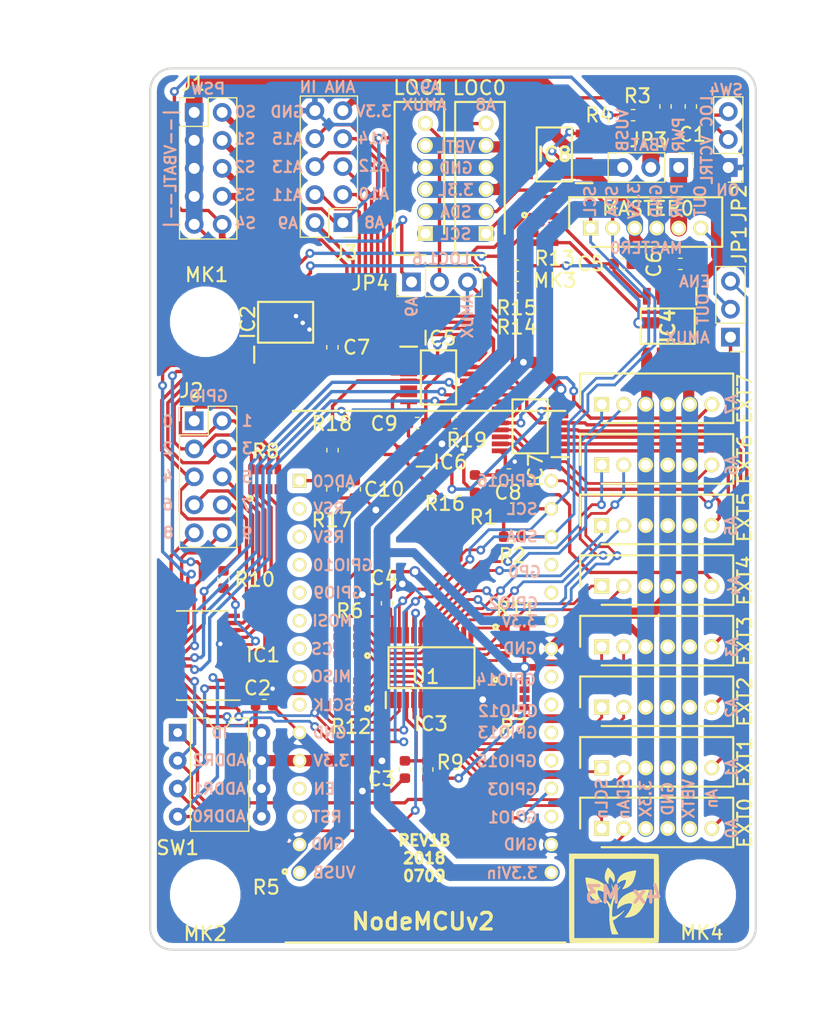
<source format=kicad_pcb>
(kicad_pcb (version 20171130) (host pcbnew "(6.0.0-rc1-dev-85-g829ba2720)")
  (layers (0 F.Cu signal) (31 B.Cu signal) (35 F.Paste user hide) (36 B.SilkS user hide) (37 F.SilkS user) (38 B.Mask user) (39 F.Mask user) (44 Edge.Cuts user))
  (net 0 "")
  (net 1 /SDA0)
  (net 2 /SCL0)
  (net 3 /SDA1)
  (net 4 /SCL1)
  (net 5 /3.3V_SW)
  (net 6 VBAT_SW_G)
  (net 7 3.3V_SW_G)
  (net 8 /SDA4)
  (net 9 /SCL4)
  (net 10 /SDA5)
  (net 11 /SCL5)
  (net 12 /SCL7)
  (net 13 /SDA7)
  (net 14 /SCL6)
  (net 15 /SDA6)
  (net 16 /SDA2)
  (net 17 /SCL2)
  (net 18 /SDA3)
  (net 19 /SCL3)
  (net 20 SWIO3)
  (net 21 SWIO2)
  (net 22 SWIO1)
  (net 23 SWIO0)
  (net 24 AMUX3)
  (net 25 GND)
  (net 26 3.3V_IN)
  (net 27 GPIO8)
  (net 28 GPIO9)
  (net 29 /I2C-Analog-Expander/3.3V_CTRL)
  (net 30 /I2C-Analog-Expander/VBAT_CTRL)
  (net 31 AMUX0)
  (net 32 AMUX1)
  (net 33 AMUX2)
  (net 34 /M_SCL)
  (net 35 /M_SDA)
  (net 36 GPIO5)
  (net 37 GPIO6)
  (net 38 GPIO7)
  (net 39 SWIO4)
  (net 40 VBAT_IN)
  (net 41 PSW4)
  (net 42 PSW3)
  (net 43 PSW2)
  (net 44 PSW1)
  (net 45 PSW0)
  (net 46 A11)
  (net 47 A10)
  (net 48 A9)
  (net 49 A8)
  (net 50 A15)
  (net 51 A14)
  (net 52 A13)
  (net 53 A12)
  (net 54 "Net-(C9-Pad1)")
  (net 55 "Net-(C8-Pad2)")
  (net 56 /A4)
  (net 57 /A5)
  (net 58 /A6)
  (net 59 /A7)
  (net 60 /A0)
  (net 61 /A1)
  (net 62 /A2)
  (net 63 /A3)
  (net 64 /VBAT_SW)
  (net 65 /3.3V_LOC)
  (net 66 /VBAT_LOC)
  (net 67 /M_OUT)
  (net 68 /M_PWR)
  (net 69 "Net-(U1-Pad2)")
  (net 70 "Net-(U1-Pad3)")
  (net 71 "Net-(U1-Pad4)")
  (net 72 "Net-(U1-Pad5)")
  (net 73 "Net-(U1-Pad6)")
  (net 74 "Net-(U1-Pad7)")
  (net 75 "Net-(U1-Pad8)")
  (net 76 "Net-(U1-Pad9)")
  (net 77 "Net-(U1-Pad12)")
  (net 78 "Net-(U1-Pad13)")
  (net 79 VUSB)
  (net 80 "Net-(U1-Pad18)")
  (net 81 "Net-(U1-Pad20)")
  (net 82 "Net-(U1-Pad21)")
  (net 83 "Net-(U1-Pad22)")
  (net 84 "Net-(U1-Pad23)")
  (net 85 "Net-(U1-Pad26)")
  (net 86 "Net-(U1-Pad27)")
  (net 87 /ENA_OUT)
  (net 88 "Net-(C1-Pad1)")
  (net 89 "Net-(C10-Pad2)")
  (net 90 ADDR0)
  (net 91 ADDR1)
  (net 92 ADDR2)
  (net 93 DIP4)
  (net 94 "Net-(R13-Pad4)")
  (net 95 "Net-(R13-Pad2)")
  (net 96 "Net-(IC2-Pad11)")
  (net 97 "Net-(IC2-Pad10)")
  (net 98 /I2C-Analog-Expander/GPIO3)
  (net 99 /I2C-Analog-Expander/GPIO2)
  (net 100 /I2C-Analog-Expander/GPIO1)
  (net 101 /I2C-Analog-Expander/GPIO0)
  (net 102 "Net-(IC6-Pad1)")
  (net 103 "Net-(IC5-Pad7)")
  (net 104 "Net-(C3-Pad1)")
  (net 105 "Net-(IC7-Pad6)")
  (net 106 "Net-(IC5-Pad6)")
  (net 107 "Net-(IC8-Pad2)")
  (net 108 /I2C-Analog-Expander/GPIO4)
  (net 109 "Net-(IC1-Pad1)")
  (net 110 M_ANA)
  (net 111 "Net-(JP4-Pad2)")
  (module SOIC127P600X175-8N (layer F.Cu) (at 225 68.4 270)
    (fp_text reference IC4 (at 0 0 270) (layer F.SilkS) (effects (font (size 1.27 1.27) (thickness 0.254))))
    (fp_text value SI4925DDY-T1-GE3 hide)
    (pad 8 smd rect (at 2.712 -1.905) (size 0.7 1.525) (layers F.Cu F.Paste F.Mask) (net 64 /VBAT_SW))
    (pad 7 smd rect (at 2.712 -0.635) (size 0.7 1.525) (layers F.Cu F.Paste F.Mask) (net 64 /VBAT_SW))
    (pad 6 smd rect (at 2.712 0.635) (size 0.7 1.525) (layers F.Cu F.Paste F.Mask) (net 5 /3.3V_SW))
    (pad 5 smd rect (at 2.712 1.905) (size 0.7 1.525) (layers F.Cu F.Paste F.Mask) (net 5 /3.3V_SW))
    (pad 4 smd rect (at -2.712 1.905) (size 0.7 1.525) (layers F.Cu F.Paste F.Mask) (net 7 3.3V_SW_G))
    (pad 3 smd rect (at -2.712 0.635) (size 0.7 1.525) (layers F.Cu F.Paste F.Mask) (net 26 3.3V_IN))
    (pad 2 smd rect (at -2.712 -0.635) (size 0.7 1.525) (layers F.Cu F.Paste F.Mask) (net 6 VBAT_SW_G))
    (pad 1 smd rect (at -2.712 -1.905) (size 0.7 1.525) (layers F.Cu F.Paste F.Mask) (net 40 VBAT_IN))
  )
  (module SOIC127P600X175-8N (layer F.Cu) (at 214.7 52.815 180)
    (fp_text reference IC8 (at 0 0 180) (layer F.SilkS) (effects (font (size 1.27 1.27) (thickness 0.254))))
    (fp_text value SI4925DDY-T1-GE3 hide)
    (pad 1 smd rect (at -2.712 -1.905 270) (size 0.7 1.525) (layers F.Cu F.Paste F.Mask) (net 26 3.3V_IN))
    (pad 2 smd rect (at -2.712 -0.635 270) (size 0.7 1.525) (layers F.Cu F.Paste F.Mask) (net 107 "Net-(IC8-Pad2)"))
    (pad 3 smd rect (at -2.712 0.635 270) (size 0.7 1.525) (layers F.Cu F.Paste F.Mask) (net 40 VBAT_IN))
    (pad 4 smd rect (at -2.712 1.905 270) (size 0.7 1.525) (layers F.Cu F.Paste F.Mask) (net 107 "Net-(IC8-Pad2)"))
    (pad 5 smd rect (at 2.712 1.905 270) (size 0.7 1.525) (layers F.Cu F.Paste F.Mask) (net 66 /VBAT_LOC))
    (pad 6 smd rect (at 2.712 0.635 270) (size 0.7 1.525) (layers F.Cu F.Paste F.Mask) (net 66 /VBAT_LOC))
    (pad 7 smd rect (at 2.712 -0.635 270) (size 0.7 1.525) (layers F.Cu F.Paste F.Mask) (net 65 /3.3V_LOC))
    (pad 8 smd rect (at 2.712 -1.905 270) (size 0.7 1.525) (layers F.Cu F.Paste F.Mask) (net 65 /3.3V_LOC))
  )
  (module SamacSys_Parts:SHDR6W50P0X200_1X6_1390X450X600P (layer F.Cu) (at 219 92)
    (fp_text reference EXT4 (at 13 -0.5 90) (layer F.SilkS) (effects (font (size 1.27 1.27) (thickness 0.2))))
    (fp_text value "B6B-PH-K-S(LF)(SN)" hide)
    (pad 1 thru_hole rect (at 0 0 90) (size 1.35 1.35) (drill 0.9) (layers *.Cu *.Mask F.SilkS) (net 9 /SCL4))
    (pad 2 thru_hole circle (at 2 0 90) (size 1.35 1.35) (drill 0.9) (layers *.Cu *.Mask F.SilkS) (net 8 /SDA4))
    (pad 3 thru_hole circle (at 4 0 90) (size 1.35 1.35) (drill 0.9) (layers *.Cu *.Mask F.SilkS) (net 5 /3.3V_SW))
    (pad 4 thru_hole circle (at 6 0 90) (size 1.35 1.35) (drill 0.9) (layers *.Cu *.Mask F.SilkS) (net 25 GND))
    (pad 5 thru_hole circle (at 8 0 90) (size 1.35 1.35) (drill 0.9) (layers *.Cu *.Mask F.SilkS) (net 64 /VBAT_SW))
    (pad 6 thru_hole circle (at 10 0 90) (size 1.35 1.35) (drill 0.9) (layers *.Cu *.Mask F.SilkS) (net 56 /A4))
  )
  (module Connector_PinHeader_2.54mm:PinHeader_1x03_P2.54mm_Vertical (layer F.Cu) (at 201.735 64.392 90)
    (fp_text reference JP4 (at -0.108 -3.735 180) (layer F.SilkS) (effects (font (size 1.27 1.27) (thickness 0.2))))
    (fp_text value Jumper_3_Bridged12)
    (pad 1 thru_hole rect (at 0 0 90) (size 1.7 1.7) (drill 1) (layers *.Cu *.Mask) (net 48 A9))
    (pad 2 thru_hole oval (at 0 2.54 90) (size 1.7 1.7) (drill 1) (layers *.Cu *.Mask) (net 111 "Net-(JP4-Pad2)"))
    (pad 3 thru_hole oval (at 0 5.08 90) (size 1.7 1.7) (drill 1) (layers *.Cu *.Mask) (net 110 M_ANA))
  )
  (module Package_DIP:DIP-8_W7.62mm (layer F.Cu) (at 180.5 105.3)
    (fp_text reference SW1 (at 0 10.45) (layer F.SilkS) (effects (font (size 1.27 1.27) (thickness 0.2))))
    (fp_text value SW_DIP_x04)
    (pad 1 thru_hole rect (at 0 0) (size 1.6 1.6) (drill 0.8) (layers *.Cu *.Mask) (net 93 DIP4))
    (pad 5 thru_hole oval (at 7.62 7.62) (size 1.6 1.6) (drill 0.8) (layers *.Cu *.Mask) (net 26 3.3V_IN))
    (pad 2 thru_hole oval (at 0 2.54) (size 1.6 1.6) (drill 0.8) (layers *.Cu *.Mask) (net 92 ADDR2))
    (pad 6 thru_hole oval (at 7.62 5.08) (size 1.6 1.6) (drill 0.8) (layers *.Cu *.Mask) (net 26 3.3V_IN))
    (pad 3 thru_hole oval (at 0 5.08) (size 1.6 1.6) (drill 0.8) (layers *.Cu *.Mask) (net 91 ADDR1))
    (pad 7 thru_hole oval (at 7.62 2.54) (size 1.6 1.6) (drill 0.8) (layers *.Cu *.Mask) (net 26 3.3V_IN))
    (pad 4 thru_hole oval (at 0 7.62) (size 1.6 1.6) (drill 0.8) (layers *.Cu *.Mask) (net 90 ADDR0))
    (pad 8 thru_hole oval (at 7.62 0) (size 1.6 1.6) (drill 0.8) (layers *.Cu *.Mask) (net 26 3.3V_IN))
  )
  (module Package_SO:TSSOP-24_4.4x7.8mm_P0.65mm (layer F.Cu) (at 182.75 98.275 180)
    (fp_text reference IC1 (at -5.5 0.025) (layer F.SilkS) (effects (font (size 1.27 1.27) (thickness 0.2))))
    (fp_text value TCA9535PWR)
    (pad 1 smd rect (at -2.85 -3.575 180) (size 1.1 0.4) (layers F.Cu F.Paste F.Mask) (net 109 "Net-(IC1-Pad1)"))
    (pad 2 smd rect (at -2.85 -2.925 180) (size 1.1 0.4) (layers F.Cu F.Paste F.Mask) (net 91 ADDR1))
    (pad 3 smd rect (at -2.85 -2.275 180) (size 1.1 0.4) (layers F.Cu F.Paste F.Mask) (net 90 ADDR0))
    (pad 4 smd rect (at -2.85 -1.625 180) (size 1.1 0.4) (layers F.Cu F.Paste F.Mask) (net 101 /I2C-Analog-Expander/GPIO0))
    (pad 5 smd rect (at -2.85 -0.975 180) (size 1.1 0.4) (layers F.Cu F.Paste F.Mask) (net 100 /I2C-Analog-Expander/GPIO1))
    (pad 6 smd rect (at -2.85 -0.325 180) (size 1.1 0.4) (layers F.Cu F.Paste F.Mask) (net 99 /I2C-Analog-Expander/GPIO2))
    (pad 7 smd rect (at -2.85 0.325 180) (size 1.1 0.4) (layers F.Cu F.Paste F.Mask) (net 98 /I2C-Analog-Expander/GPIO3))
    (pad 8 smd rect (at -2.85 0.975 180) (size 1.1 0.4) (layers F.Cu F.Paste F.Mask) (net 108 /I2C-Analog-Expander/GPIO4))
    (pad 9 smd rect (at -2.85 1.625 180) (size 1.1 0.4) (layers F.Cu F.Paste F.Mask) (net 36 GPIO5))
    (pad 10 smd rect (at -2.85 2.275 180) (size 1.1 0.4) (layers F.Cu F.Paste F.Mask) (net 37 GPIO6))
    (pad 11 smd rect (at -2.85 2.925 180) (size 1.1 0.4) (layers F.Cu F.Paste F.Mask) (net 38 GPIO7))
    (pad 12 smd rect (at -2.85 3.575 180) (size 1.1 0.4) (layers F.Cu F.Paste F.Mask) (net 25 GND))
    (pad 13 smd rect (at 2.85 3.575 180) (size 1.1 0.4) (layers F.Cu F.Paste F.Mask) (net 27 GPIO8))
    (pad 14 smd rect (at 2.85 2.925 180) (size 1.1 0.4) (layers F.Cu F.Paste F.Mask) (net 28 GPIO9))
    (pad 15 smd rect (at 2.85 2.275 180) (size 1.1 0.4) (layers F.Cu F.Paste F.Mask) (net 29 /I2C-Analog-Expander/3.3V_CTRL))
    (pad 16 smd rect (at 2.85 1.625 180) (size 1.1 0.4) (layers F.Cu F.Paste F.Mask) (net 30 /I2C-Analog-Expander/VBAT_CTRL))
    (pad 17 smd rect (at 2.85 0.975 180) (size 1.1 0.4) (layers F.Cu F.Paste F.Mask) (net 31 AMUX0))
    (pad 18 smd rect (at 2.85 0.325 180) (size 1.1 0.4) (layers F.Cu F.Paste F.Mask) (net 32 AMUX1))
    (pad 19 smd rect (at 2.85 -0.325 180) (size 1.1 0.4) (layers F.Cu F.Paste F.Mask) (net 33 AMUX2))
    (pad 20 smd rect (at 2.85 -0.975 180) (size 1.1 0.4) (layers F.Cu F.Paste F.Mask) (net 24 AMUX3))
    (pad 21 smd rect (at 2.85 -1.625 180) (size 1.1 0.4) (layers F.Cu F.Paste F.Mask) (net 92 ADDR2))
    (pad 22 smd rect (at 2.85 -2.275 180) (size 1.1 0.4) (layers F.Cu F.Paste F.Mask) (net 34 /M_SCL))
    (pad 23 smd rect (at 2.85 -2.925 180) (size 1.1 0.4) (layers F.Cu F.Paste F.Mask) (net 35 /M_SDA))
    (pad 24 smd rect (at 2.85 -3.575 180) (size 1.1 0.4) (layers F.Cu F.Paste F.Mask) (net 26 3.3V_IN))
  )
  (module Resistor_SMD:R_0603_1608Metric (layer F.Cu) (at 184.66 91.4 90)
    (fp_text reference R10 (at 0 2.84 180) (layer F.SilkS) (effects (font (size 1.27 1.27) (thickness 0.2))))
    (fp_text value 220)
    (pad 2 smd roundrect (at 0.7875 0 90) (size 0.875 0.95) (layers F.Cu F.Paste F.Mask) (net 39 SWIO4))
    (pad 1 smd roundrect (at -0.7875 0 90) (size 0.875 0.95) (layers F.Cu F.Paste F.Mask) (net 108 /I2C-Analog-Expander/GPIO4))
  )
  (module Resistor_SMD:R_0603_1608Metric (layer F.Cu) (at 205.6975 77.1936)
    (fp_text reference R19 (at 1.0525 1.5564) (layer F.SilkS) (effects (font (size 1.27 1.27) (thickness 0.2))))
    (fp_text value 220)
    (pad 1 smd roundrect (at -0.7875 0) (size 0.875 0.95) (layers F.Cu F.Paste F.Mask) (net 54 "Net-(C9-Pad1)"))
    (pad 2 smd roundrect (at 0.7875 0) (size 0.875 0.95) (layers F.Cu F.Paste F.Mask) (net 26 3.3V_IN))
  )
  (module SamacSys_Parts:YC164 (layer F.Cu) (at 213.725 59.625)
    (fp_text reference R13 (at 1.025 2.625) (layer F.SilkS) (effects (font (size 1.27 1.27) (thickness 0.2))))
    (fp_text value BCN164AB472J7 hide)
    (pad 8 smd rect (at 0.9 1.2 90) (size 0.6 0.9) (layers F.Cu F.Paste F.Mask) (net 6 VBAT_SW_G))
    (pad 7 smd rect (at 0.9 0.4 90) (size 0.6 0.9) (layers F.Cu F.Paste F.Mask) (net 94 "Net-(R13-Pad4)"))
    (pad 6 smd rect (at 0.9 -0.4 90) (size 0.6 0.9) (layers F.Cu F.Paste F.Mask) (net 7 3.3V_SW_G))
    (pad 5 smd rect (at 0.9 -1.2 90) (size 0.6 0.9) (layers F.Cu F.Paste F.Mask) (net 95 "Net-(R13-Pad2)"))
    (pad 4 smd rect (at -0.9 1.2 90) (size 0.6 0.9) (layers F.Cu F.Paste F.Mask) (net 94 "Net-(R13-Pad4)"))
    (pad 3 smd rect (at -0.9 0.4 90) (size 0.6 0.9) (layers F.Cu F.Paste F.Mask) (net 96 "Net-(IC2-Pad11)"))
    (pad 2 smd rect (at -0.9 -0.4 90) (size 0.6 0.9) (layers F.Cu F.Paste F.Mask) (net 95 "Net-(R13-Pad2)"))
    (pad 1 smd rect (at -0.9 -1.2 90) (size 0.6 0.9) (layers F.Cu F.Paste F.Mask) (net 97 "Net-(IC2-Pad10)"))
  )
  (module SamacSys_Parts:YC164 (layer F.Cu) (at 188.5 116.6 180)
    (fp_text reference R5 (at -0.0372 -2.7396 180) (layer F.SilkS) (effects (font (size 1.27 1.27) (thickness 0.2))))
    (fp_text value BCN164AB472J7 hide)
    (pad 1 smd rect (at -0.9 -1.2 270) (size 0.6 0.9) (layers F.Cu F.Paste F.Mask) (net 25 GND))
    (pad 2 smd rect (at -0.9 -0.4 270) (size 0.6 0.9) (layers F.Cu F.Paste F.Mask) (net 25 GND))
    (pad 3 smd rect (at -0.9 0.4 270) (size 0.6 0.9) (layers F.Cu F.Paste F.Mask) (net 25 GND))
    (pad 4 smd rect (at -0.9 1.2 270) (size 0.6 0.9) (layers F.Cu F.Paste F.Mask) (net 25 GND))
    (pad 5 smd rect (at 0.9 -1.2 270) (size 0.6 0.9) (layers F.Cu F.Paste F.Mask) (net 90 ADDR0))
    (pad 6 smd rect (at 0.9 -0.4 270) (size 0.6 0.9) (layers F.Cu F.Paste F.Mask) (net 91 ADDR1))
    (pad 7 smd rect (at 0.9 0.4 270) (size 0.6 0.9) (layers F.Cu F.Paste F.Mask) (net 92 ADDR2))
    (pad 8 smd rect (at 0.9 1.2 270) (size 0.6 0.9) (layers F.Cu F.Paste F.Mask) (net 93 DIP4))
  )
  (module SamacSys_Parts:SHDR6W50P0X200_1X6_1390X450X600P (layer F.Cu) (at 218 59.5)
    (fp_text reference MASTER0 (at 5.207 -1.778) (layer F.SilkS) (effects (font (size 1.27 1.27) (thickness 0.2))))
    (fp_text value "B6B-PH-K-S(LF)(SN)" hide)
    (pad 6 thru_hole circle (at 10 0 90) (size 1.35 1.35) (drill 0.9) (layers *.Cu *.Mask F.SilkS) (net 67 /M_OUT))
    (pad 5 thru_hole circle (at 8 0 90) (size 1.35 1.35) (drill 0.9) (layers *.Cu *.Mask F.SilkS) (net 68 /M_PWR))
    (pad 4 thru_hole circle (at 6 0 90) (size 1.35 1.35) (drill 0.9) (layers *.Cu *.Mask F.SilkS) (net 25 GND))
    (pad 3 thru_hole circle (at 4 0 90) (size 1.35 1.35) (drill 0.9) (layers *.Cu *.Mask F.SilkS) (net 26 3.3V_IN))
    (pad 2 thru_hole circle (at 2 0 90) (size 1.35 1.35) (drill 0.9) (layers *.Cu *.Mask F.SilkS) (net 35 /M_SDA))
    (pad 1 thru_hole rect (at 0 0 90) (size 1.35 1.35) (drill 0.9) (layers *.Cu *.Mask F.SilkS) (net 34 /M_SCL))
  )
  (module SamacSys_Parts:SOP65P640X120-24N (layer F.Cu) (at 203.55 99.4 90)
    (fp_text reference IC3 (at -5.1 -0.05 180) (layer F.SilkS) (effects (font (size 1.27 1.27) (thickness 0.2))))
    (fp_text value PCA9548APW hide)
    (pad 1 smd rect (at -2.938 -3.575 180) (size 0.45 1.475) (layers F.Cu F.Paste F.Mask) (net 90 ADDR0))
    (pad 2 smd rect (at -2.938 -2.925 180) (size 0.45 1.475) (layers F.Cu F.Paste F.Mask) (net 91 ADDR1))
    (pad 3 smd rect (at -2.938 -2.275 180) (size 0.45 1.475) (layers F.Cu F.Paste F.Mask) (net 104 "Net-(C3-Pad1)"))
    (pad 4 smd rect (at -2.938 -1.625 180) (size 0.45 1.475) (layers F.Cu F.Paste F.Mask) (net 1 /SDA0))
    (pad 5 smd rect (at -2.938 -0.975 180) (size 0.45 1.475) (layers F.Cu F.Paste F.Mask) (net 2 /SCL0))
    (pad 6 smd rect (at -2.938 -0.325 180) (size 0.45 1.475) (layers F.Cu F.Paste F.Mask) (net 3 /SDA1))
    (pad 7 smd rect (at -2.938 0.325 180) (size 0.45 1.475) (layers F.Cu F.Paste F.Mask) (net 4 /SCL1))
    (pad 8 smd rect (at -2.938 0.975 180) (size 0.45 1.475) (layers F.Cu F.Paste F.Mask) (net 16 /SDA2))
    (pad 9 smd rect (at -2.938 1.625 180) (size 0.45 1.475) (layers F.Cu F.Paste F.Mask) (net 17 /SCL2))
    (pad 10 smd rect (at -2.938 2.275 180) (size 0.45 1.475) (layers F.Cu F.Paste F.Mask) (net 18 /SDA3))
    (pad 11 smd rect (at -2.938 2.925 180) (size 0.45 1.475) (layers F.Cu F.Paste F.Mask) (net 19 /SCL3))
    (pad 12 smd rect (at -2.938 3.575 180) (size 0.45 1.475) (layers F.Cu F.Paste F.Mask) (net 25 GND))
    (pad 13 smd rect (at 2.938 3.575 180) (size 0.45 1.475) (layers F.Cu F.Paste F.Mask) (net 8 /SDA4))
    (pad 14 smd rect (at 2.938 2.925 180) (size 0.45 1.475) (layers F.Cu F.Paste F.Mask) (net 9 /SCL4))
    (pad 15 smd rect (at 2.938 2.275 180) (size 0.45 1.475) (layers F.Cu F.Paste F.Mask) (net 10 /SDA5))
    (pad 16 smd rect (at 2.938 1.625 180) (size 0.45 1.475) (layers F.Cu F.Paste F.Mask) (net 11 /SCL5))
    (pad 17 smd rect (at 2.938 0.975 180) (size 0.45 1.475) (layers F.Cu F.Paste F.Mask) (net 15 /SDA6))
    (pad 18 smd rect (at 2.938 0.325 180) (size 0.45 1.475) (layers F.Cu F.Paste F.Mask) (net 14 /SCL6))
    (pad 19 smd rect (at 2.938 -0.325 180) (size 0.45 1.475) (layers F.Cu F.Paste F.Mask) (net 13 /SDA7))
    (pad 20 smd rect (at 2.938 -0.975 180) (size 0.45 1.475) (layers F.Cu F.Paste F.Mask) (net 12 /SCL7))
    (pad 21 smd rect (at 2.938 -1.625 180) (size 0.45 1.475) (layers F.Cu F.Paste F.Mask) (net 92 ADDR2))
    (pad 22 smd rect (at 2.938 -2.275 180) (size 0.45 1.475) (layers F.Cu F.Paste F.Mask) (net 34 /M_SCL))
    (pad 23 smd rect (at 2.938 -2.925 180) (size 0.45 1.475) (layers F.Cu F.Paste F.Mask) (net 35 /M_SDA))
    (pad 24 smd rect (at 2.938 -3.575 180) (size 0.45 1.475) (layers F.Cu F.Paste F.Mask) (net 5 /3.3V_SW))
  )
  (module SamacSys_Parts:SOP64P599X175-16N (layer F.Cu) (at 212.5 77.5 180)
    (fp_text reference IC7 (at -0.5 -4 270) (layer F.SilkS) (effects (font (size 1.27 1.27) (thickness 0.2))))
    (fp_text value PI5C3251QE hide)
    (pad 16 smd rect (at 2.712 -2.222 270) (size 0.435 1.525) (layers F.Cu F.Paste F.Mask) (net 55 "Net-(C8-Pad2)"))
    (pad 15 smd rect (at 2.712 -1.588 270) (size 0.435 1.525) (layers F.Cu F.Paste F.Mask) (net 56 /A4))
    (pad 14 smd rect (at 2.712 -0.952 270) (size 0.435 1.525) (layers F.Cu F.Paste F.Mask) (net 57 /A5))
    (pad 13 smd rect (at 2.712 -0.318 270) (size 0.435 1.525) (layers F.Cu F.Paste F.Mask) (net 58 /A6))
    (pad 12 smd rect (at 2.712 0.318 270) (size 0.435 1.525) (layers F.Cu F.Paste F.Mask) (net 59 /A7))
    (pad 11 smd rect (at 2.712 0.952 270) (size 0.435 1.525) (layers F.Cu F.Paste F.Mask) (net 31 AMUX0))
    (pad 10 smd rect (at 2.712 1.588 270) (size 0.435 1.525) (layers F.Cu F.Paste F.Mask) (net 32 AMUX1))
    (pad 9 smd rect (at 2.712 2.222 270) (size 0.435 1.525) (layers F.Cu F.Paste F.Mask) (net 33 AMUX2))
    (pad 8 smd rect (at -2.712 2.222 270) (size 0.435 1.525) (layers F.Cu F.Paste F.Mask) (net 25 GND))
    (pad 7 smd rect (at -2.712 1.588 270) (size 0.435 1.525) (layers F.Cu F.Paste F.Mask) (net 24 AMUX3))
    (pad 6 smd rect (at -2.712 0.952 270) (size 0.435 1.525) (layers F.Cu F.Paste F.Mask) (net 105 "Net-(IC7-Pad6)"))
    (pad 5 smd rect (at -2.712 0.318 270) (size 0.435 1.525) (layers F.Cu F.Paste F.Mask) (net 110 M_ANA))
    (pad 4 smd rect (at -2.712 -0.318 270) (size 0.435 1.525) (layers F.Cu F.Paste F.Mask) (net 60 /A0))
    (pad 3 smd rect (at -2.712 -0.952 270) (size 0.435 1.525) (layers F.Cu F.Paste F.Mask) (net 61 /A1))
    (pad 2 smd rect (at -2.712 -1.588 270) (size 0.435 1.525) (layers F.Cu F.Paste F.Mask) (net 62 /A2))
    (pad 1 smd rect (at -2.712 -2.222 270) (size 0.435 1.525) (layers F.Cu F.Paste F.Mask) (net 63 /A3))
  )
  (module SamacSys_Parts:SOT65P210X110-5N (layer F.Cu) (at 201.85 80.05 180)
    (fp_text reference IC6 (at -3.4 -0.7 180) (layer F.SilkS) (effects (font (size 1.27 1.27) (thickness 0.2))))
    (fp_text value SN74LVC1G04QDCKRQ1 hide)
    (pad 1 smd rect (at -0.95 -0.65 270) (size 0.4 1.2) (layers F.Cu F.Paste F.Mask) (net 102 "Net-(IC6-Pad1)"))
    (pad 2 smd rect (at -0.95 0 270) (size 0.4 1.2) (layers F.Cu F.Paste F.Mask) (net 24 AMUX3))
    (pad 3 smd rect (at -0.95 0.65 270) (size 0.4 1.2) (layers F.Cu F.Paste F.Mask) (net 25 GND))
    (pad 4 smd rect (at 0.95 0.65 270) (size 0.4 1.2) (layers F.Cu F.Paste F.Mask) (net 103 "Net-(IC5-Pad7)"))
    (pad 5 smd rect (at 0.95 -0.65 270) (size 0.4 1.2) (layers F.Cu F.Paste F.Mask) (net 26 3.3V_IN))
  )
  (module SamacSys_Parts:SOP65P640X120-16N (layer F.Cu) (at 190.3 68.05 90)
    (fp_text reference IC2 (at 0 -3.429 90) (layer F.SilkS) (effects (font (size 1.27 1.27) (thickness 0.2))))
    (fp_text value TPL7407LPWR hide)
    (pad 1 smd rect (at -2.938 -2.275 180) (size 0.45 1.475) (layers F.Cu F.Paste F.Mask) (net 39 SWIO4))
    (pad 2 smd rect (at -2.938 -1.625 180) (size 0.45 1.475) (layers F.Cu F.Paste F.Mask) (net 20 SWIO3))
    (pad 3 smd rect (at -2.938 -0.975 180) (size 0.45 1.475) (layers F.Cu F.Paste F.Mask) (net 21 SWIO2))
    (pad 4 smd rect (at -2.938 -0.325 180) (size 0.45 1.475) (layers F.Cu F.Paste F.Mask) (net 22 SWIO1))
    (pad 5 smd rect (at -2.938 0.325 180) (size 0.45 1.475) (layers F.Cu F.Paste F.Mask) (net 23 SWIO0))
    (pad 6 smd rect (at -2.938 0.975 180) (size 0.45 1.475) (layers F.Cu F.Paste F.Mask) (net 30 /I2C-Analog-Expander/VBAT_CTRL))
    (pad 7 smd rect (at -2.938 1.625 180) (size 0.45 1.475) (layers F.Cu F.Paste F.Mask) (net 29 /I2C-Analog-Expander/3.3V_CTRL))
    (pad 8 smd rect (at -2.938 2.275 180) (size 0.45 1.475) (layers F.Cu F.Paste F.Mask) (net 25 GND))
    (pad 9 smd rect (at 2.938 2.275 180) (size 0.45 1.475) (layers F.Cu F.Paste F.Mask) (net 40 VBAT_IN))
    (pad 10 smd rect (at 2.938 1.625 180) (size 0.45 1.475) (layers F.Cu F.Paste F.Mask) (net 97 "Net-(IC2-Pad10)"))
    (pad 11 smd rect (at 2.938 0.975 180) (size 0.45 1.475) (layers F.Cu F.Paste F.Mask) (net 96 "Net-(IC2-Pad11)"))
    (pad 12 smd rect (at 2.938 0.325 180) (size 0.45 1.475) (layers F.Cu F.Paste F.Mask) (net 45 PSW0))
    (pad 13 smd rect (at 2.938 -0.325 180) (size 0.45 1.475) (layers F.Cu F.Paste F.Mask) (net 44 PSW1))
    (pad 14 smd rect (at 2.938 -0.975 180) (size 0.45 1.475) (layers F.Cu F.Paste F.Mask) (net 43 PSW2))
    (pad 15 smd rect (at 2.938 -1.625 180) (size 0.45 1.475) (layers F.Cu F.Paste F.Mask) (net 42 PSW3))
    (pad 16 smd rect (at 2.938 -2.275 180) (size 0.45 1.475) (layers F.Cu F.Paste F.Mask) (net 41 PSW4))
  )
  (module SamacSys_Parts:SOP64P599X175-16N (layer F.Cu) (at 204.188 73.053)
    (fp_text reference IC5 (at 0.062 -3.553) (layer F.SilkS) (effects (font (size 1.27 1.27) (thickness 0.2))))
    (fp_text value PI5C3251QE hide)
    (pad 1 smd rect (at -2.712 -2.222 90) (size 0.435 1.525) (layers F.Cu F.Paste F.Mask) (net 46 A11))
    (pad 2 smd rect (at -2.712 -1.588 90) (size 0.435 1.525) (layers F.Cu F.Paste F.Mask) (net 47 A10))
    (pad 3 smd rect (at -2.712 -0.952 90) (size 0.435 1.525) (layers F.Cu F.Paste F.Mask) (net 48 A9))
    (pad 4 smd rect (at -2.712 -0.318 90) (size 0.435 1.525) (layers F.Cu F.Paste F.Mask) (net 49 A8))
    (pad 5 smd rect (at -2.712 0.318 90) (size 0.435 1.525) (layers F.Cu F.Paste F.Mask) (net 110 M_ANA))
    (pad 6 smd rect (at -2.712 0.952 90) (size 0.435 1.525) (layers F.Cu F.Paste F.Mask) (net 106 "Net-(IC5-Pad6)"))
    (pad 7 smd rect (at -2.712 1.588 90) (size 0.435 1.525) (layers F.Cu F.Paste F.Mask) (net 103 "Net-(IC5-Pad7)"))
    (pad 8 smd rect (at -2.712 2.222 90) (size 0.435 1.525) (layers F.Cu F.Paste F.Mask) (net 25 GND))
    (pad 9 smd rect (at 2.712 2.222 90) (size 0.435 1.525) (layers F.Cu F.Paste F.Mask) (net 33 AMUX2))
    (pad 10 smd rect (at 2.712 1.588 90) (size 0.435 1.525) (layers F.Cu F.Paste F.Mask) (net 32 AMUX1))
    (pad 11 smd rect (at 2.712 0.952 90) (size 0.435 1.525) (layers F.Cu F.Paste F.Mask) (net 31 AMUX0))
    (pad 12 smd rect (at 2.712 0.318 90) (size 0.435 1.525) (layers F.Cu F.Paste F.Mask) (net 50 A15))
    (pad 13 smd rect (at 2.712 -0.318 90) (size 0.435 1.525) (layers F.Cu F.Paste F.Mask) (net 51 A14))
    (pad 14 smd rect (at 2.712 -0.952 90) (size 0.435 1.525) (layers F.Cu F.Paste F.Mask) (net 52 A13))
    (pad 15 smd rect (at 2.712 -1.588 90) (size 0.435 1.525) (layers F.Cu F.Paste F.Mask) (net 53 A12))
    (pad 16 smd rect (at 2.712 -2.222 90) (size 0.435 1.525) (layers F.Cu F.Paste F.Mask) (net 54 "Net-(C9-Pad1)"))
  )
  (module Capacitor_SMD:C_0603_1608Metric (layer F.Cu) (at 196.5788 83.2133 90)
    (fp_text reference C10 (at 0 2.6712 180) (layer F.SilkS) (effects (font (size 1.27 1.27) (thickness 0.2))))
    (fp_text value 100nF)
    (pad 1 smd roundrect (at -0.7875 0 90) (size 0.875 0.95) (layers F.Cu F.Paste F.Mask) (net 25 GND))
    (pad 2 smd roundrect (at 0.7875 0 90) (size 0.875 0.95) (layers F.Cu F.Paste F.Mask) (net 89 "Net-(C10-Pad2)"))
  )
  (module Resistor_SMD:R_0603_1608Metric (layer F.Cu) (at 194.56 79.6573 90)
    (fp_text reference R18 (at 2.4073 -0.06 180) (layer F.SilkS) (effects (font (size 1.27 1.27) (thickness 0.2))))
    (fp_text value 220R)
    (pad 2 smd roundrect (at 0.7875 0 90) (size 0.875 0.95) (layers F.Cu F.Paste F.Mask) (net 110 M_ANA))
    (pad 1 smd roundrect (at -0.7875 0 90) (size 0.875 0.95) (layers F.Cu F.Paste F.Mask) (net 89 "Net-(C10-Pad2)"))
  )
  (module Resistor_SMD:R_0603_1608Metric (layer F.Cu) (at 194.5468 83.2135 270)
    (fp_text reference R17 (at 2.7865 0.0468) (layer F.SilkS) (effects (font (size 1.27 1.27) (thickness 0.2))))
    (fp_text value NC)
    (pad 1 smd roundrect (at -0.7875 0 270) (size 0.875 0.95) (layers F.Cu F.Paste F.Mask) (net 89 "Net-(C10-Pad2)"))
    (pad 2 smd roundrect (at 0.7875 0 270) (size 0.875 0.95) (layers F.Cu F.Paste F.Mask) (net 25 GND))
  )
  (module SamacSys_Parts:DIP2286W64P254L4826H735Q30N (layer F.Cu) (at 203 100.22)
    (fp_text reference U1 (at 0 0) (layer F.SilkS) (effects (font (size 1.27 1.27) (thickness 0.2))))
    (fp_text value ESP8266-NodeMCUv2 hide)
    (pad 30 thru_hole circle (at 11.43 -17.78 90) (size 1.235 1.235) (drill 0.835) (layers *.Cu *.Mask F.SilkS) (net 87 /ENA_OUT))
    (pad 29 thru_hole circle (at 11.43 -15.24 90) (size 1.235 1.235) (drill 0.835) (layers *.Cu *.Mask F.SilkS) (net 34 /M_SCL))
    (pad 28 thru_hole circle (at 11.43 -12.7 90) (size 1.235 1.235) (drill 0.835) (layers *.Cu *.Mask F.SilkS) (net 35 /M_SDA))
    (pad 27 thru_hole circle (at 11.43 -10.16 90) (size 1.235 1.235) (drill 0.835) (layers *.Cu *.Mask F.SilkS) (net 86 "Net-(U1-Pad27)"))
    (pad 26 thru_hole circle (at 11.43 -7.62 90) (size 1.235 1.235) (drill 0.835) (layers *.Cu *.Mask F.SilkS) (net 85 "Net-(U1-Pad26)"))
    (pad 25 thru_hole circle (at 11.43 -5.08 90) (size 1.235 1.235) (drill 0.835) (layers *.Cu *.Mask F.SilkS) (net 26 3.3V_IN))
    (pad 24 thru_hole circle (at 11.43 -2.54 90) (size 1.235 1.235) (drill 0.835) (layers *.Cu *.Mask F.SilkS) (net 25 GND))
    (pad 23 thru_hole circle (at 11.43 0 90) (size 1.235 1.235) (drill 0.835) (layers *.Cu *.Mask F.SilkS) (net 84 "Net-(U1-Pad23)"))
    (pad 22 thru_hole circle (at 11.43 2.54 90) (size 1.235 1.235) (drill 0.835) (layers *.Cu *.Mask F.SilkS) (net 83 "Net-(U1-Pad22)"))
    (pad 21 thru_hole circle (at 11.43 5.08 90) (size 1.235 1.235) (drill 0.835) (layers *.Cu *.Mask F.SilkS) (net 82 "Net-(U1-Pad21)"))
    (pad 20 thru_hole circle (at 11.43 7.62 90) (size 1.235 1.235) (drill 0.835) (layers *.Cu *.Mask F.SilkS) (net 81 "Net-(U1-Pad20)"))
    (pad 19 thru_hole circle (at 11.43 10.16 90) (size 1.235 1.235) (drill 0.835) (layers *.Cu *.Mask F.SilkS) (net 93 DIP4))
    (pad 18 thru_hole circle (at 11.43 12.7 90) (size 1.235 1.235) (drill 0.835) (layers *.Cu *.Mask F.SilkS) (net 80 "Net-(U1-Pad18)"))
    (pad 17 thru_hole circle (at 11.43 15.24 90) (size 1.235 1.235) (drill 0.835) (layers *.Cu *.Mask F.SilkS) (net 25 GND))
    (pad 16 thru_hole circle (at 11.43 17.78 90) (size 1.235 1.235) (drill 0.835) (layers *.Cu *.Mask F.SilkS) (net 26 3.3V_IN))
    (pad 15 thru_hole circle (at -11.43 17.78 90) (size 1.235 1.235) (drill 0.835) (layers *.Cu *.Mask F.SilkS) (net 79 VUSB))
    (pad 14 thru_hole circle (at -11.43 15.24 90) (size 1.235 1.235) (drill 0.835) (layers *.Cu *.Mask F.SilkS) (net 25 GND))
    (pad 13 thru_hole circle (at -11.43 12.7 90) (size 1.235 1.235) (drill 0.835) (layers *.Cu *.Mask F.SilkS) (net 78 "Net-(U1-Pad13)"))
    (pad 12 thru_hole circle (at -11.43 10.16 90) (size 1.235 1.235) (drill 0.835) (layers *.Cu *.Mask F.SilkS) (net 77 "Net-(U1-Pad12)"))
    (pad 11 thru_hole circle (at -11.43 7.62 90) (size 1.235 1.235) (drill 0.835) (layers *.Cu *.Mask F.SilkS) (net 26 3.3V_IN))
    (pad 10 thru_hole circle (at -11.43 5.08 90) (size 1.235 1.235) (drill 0.835) (layers *.Cu *.Mask F.SilkS) (net 25 GND))
    (pad 9 thru_hole circle (at -11.43 2.54 90) (size 1.235 1.235) (drill 0.835) (layers *.Cu *.Mask F.SilkS) (net 76 "Net-(U1-Pad9)"))
    (pad 8 thru_hole circle (at -11.43 0 90) (size 1.235 1.235) (drill 0.835) (layers *.Cu *.Mask F.SilkS) (net 75 "Net-(U1-Pad8)"))
    (pad 7 thru_hole circle (at -11.43 -2.54 90) (size 1.235 1.235) (drill 0.835) (layers *.Cu *.Mask F.SilkS) (net 74 "Net-(U1-Pad7)"))
    (pad 6 thru_hole circle (at -11.43 -5.08 90) (size 1.235 1.235) (drill 0.835) (layers *.Cu *.Mask F.SilkS) (net 73 "Net-(U1-Pad6)"))
    (pad 5 thru_hole circle (at -11.43 -7.62 90) (size 1.235 1.235) (drill 0.835) (layers *.Cu *.Mask F.SilkS) (net 72 "Net-(U1-Pad5)"))
    (pad 4 thru_hole circle (at -11.43 -10.16 90) (size 1.235 1.235) (drill 0.835) (layers *.Cu *.Mask F.SilkS) (net 71 "Net-(U1-Pad4)"))
    (pad 3 thru_hole circle (at -11.43 -12.7 90) (size 1.235 1.235) (drill 0.835) (layers *.Cu *.Mask F.SilkS) (net 70 "Net-(U1-Pad3)"))
    (pad 2 thru_hole circle (at -11.43 -15.24 90) (size 1.235 1.235) (drill 0.835) (layers *.Cu *.Mask F.SilkS) (net 69 "Net-(U1-Pad2)"))
    (pad 1 thru_hole rect (at -11.43 -17.78 90) (size 1.235 1.235) (drill 0.835) (layers *.Cu *.Mask F.SilkS) (net 89 "Net-(C10-Pad2)"))
  )
  (module Connector_PinHeader_2.54mm:PinHeader_2x05_P2.54mm_Vertical (layer F.Cu) (at 182 49)
    (fp_text reference J1 (at -0.0922 -2.6346) (layer F.SilkS) (effects (font (size 1.27 1.27) (thickness 0.2))))
    (fp_text value Conn_02x05_Odd_Even)
    (pad 1 thru_hole rect (at 0 0) (size 1.7 1.7) (drill 1) (layers *.Cu *.Mask) (net 40 VBAT_IN))
    (pad 2 thru_hole oval (at 2.54 0) (size 1.7 1.7) (drill 1) (layers *.Cu *.Mask) (net 45 PSW0))
    (pad 3 thru_hole oval (at 0 2.54) (size 1.7 1.7) (drill 1) (layers *.Cu *.Mask) (net 40 VBAT_IN))
    (pad 4 thru_hole oval (at 2.54 2.54) (size 1.7 1.7) (drill 1) (layers *.Cu *.Mask) (net 44 PSW1))
    (pad 5 thru_hole oval (at 0 5.08) (size 1.7 1.7) (drill 1) (layers *.Cu *.Mask) (net 40 VBAT_IN))
    (pad 6 thru_hole oval (at 2.54 5.08) (size 1.7 1.7) (drill 1) (layers *.Cu *.Mask) (net 43 PSW2))
    (pad 7 thru_hole oval (at 0 7.62) (size 1.7 1.7) (drill 1) (layers *.Cu *.Mask) (net 40 VBAT_IN))
    (pad 8 thru_hole oval (at 2.54 7.62) (size 1.7 1.7) (drill 1) (layers *.Cu *.Mask) (net 42 PSW3))
    (pad 9 thru_hole oval (at 0 10.16) (size 1.7 1.7) (drill 1) (layers *.Cu *.Mask) (net 40 VBAT_IN))
    (pad 10 thru_hole oval (at 2.54 10.16) (size 1.7 1.7) (drill 1) (layers *.Cu *.Mask) (net 41 PSW4))
  )
  (module Connector_PinHeader_2.54mm:PinHeader_2x05_P2.54mm_Vertical (layer F.Cu) (at 195.5 59 180)
    (fp_text reference J3 (at -0.25 -2.75 180) (layer F.SilkS) (effects (font (size 1.27 1.27) (thickness 0.2))))
    (fp_text value Conn_02x05_Odd_Even)
    (pad 10 thru_hole oval (at 2.54 10.16 180) (size 1.7 1.7) (drill 1) (layers *.Cu *.Mask) (net 25 GND))
    (pad 9 thru_hole oval (at 0 10.16 180) (size 1.7 1.7) (drill 1) (layers *.Cu *.Mask) (net 26 3.3V_IN))
    (pad 8 thru_hole oval (at 2.54 7.62 180) (size 1.7 1.7) (drill 1) (layers *.Cu *.Mask) (net 50 A15))
    (pad 7 thru_hole oval (at 0 7.62 180) (size 1.7 1.7) (drill 1) (layers *.Cu *.Mask) (net 51 A14))
    (pad 6 thru_hole oval (at 2.54 5.08 180) (size 1.7 1.7) (drill 1) (layers *.Cu *.Mask) (net 52 A13))
    (pad 5 thru_hole oval (at 0 5.08 180) (size 1.7 1.7) (drill 1) (layers *.Cu *.Mask) (net 53 A12))
    (pad 4 thru_hole oval (at 2.54 2.54 180) (size 1.7 1.7) (drill 1) (layers *.Cu *.Mask) (net 46 A11))
    (pad 3 thru_hole oval (at 0 2.54 180) (size 1.7 1.7) (drill 1) (layers *.Cu *.Mask) (net 47 A10))
    (pad 2 thru_hole oval (at 2.54 0 180) (size 1.7 1.7) (drill 1) (layers *.Cu *.Mask) (net 48 A9))
    (pad 1 thru_hole rect (at 0 0 180) (size 1.7 1.7) (drill 1) (layers *.Cu *.Mask) (net 49 A8))
  )
  (module MountingHole:MountingHole_3.2mm_M3 (layer F.Cu) (at 228 120)
    (fp_text reference MK4 (at 0.1 3.45 180) (layer F.SilkS) (effects (font (size 1.27 1.27) (thickness 0.2))))
    (fp_text value Mounting_Hole)
    (pad 1 np_thru_hole circle (at 0 0) (size 3.2 3.2) (drill 3.2) (layers *.Cu *.Mask))
  )
  (module MountingHole:MountingHole_3.2mm_M3 (layer F.Cu) (at 218 68)
    (fp_text reference MK3 (at -3.25 -3.75) (layer F.SilkS) (effects (font (size 1.27 1.27) (thickness 0.2))))
    (fp_text value Mounting_Hole)
    (pad 1 np_thru_hole circle (at 0 0) (size 3.2 3.2) (drill 3.2) (layers *.Cu *.Mask))
  )
  (module MountingHole:MountingHole_3.2mm_M3 (layer F.Cu) (at 183 120)
    (fp_text reference MK2 (at 0 3.55) (layer F.SilkS) (effects (font (size 1.27 1.27) (thickness 0.2))))
    (fp_text value Mounting_Hole)
    (pad 1 np_thru_hole circle (at 0 0) (size 3.2 3.2) (drill 3.2) (layers *.Cu *.Mask))
  )
  (module MountingHole:MountingHole_3.2mm_M3 (layer F.Cu) (at 183 68)
    (fp_text reference MK1 (at 0.127 -4.261 180) (layer F.SilkS) (effects (font (size 1.27 1.27) (thickness 0.2))))
    (fp_text value Mounting_Hole)
    (pad 1 np_thru_hole circle (at 0 0) (size 3.2 3.2) (drill 3.2) (layers *.Cu *.Mask))
  )
  (module Capacitor_SMD:C_0603_1608Metric (layer F.Cu) (at 188.3594 102.8042)
    (fp_text reference C2 (at -0.6094 -1.5542) (layer F.SilkS) (effects (font (size 1.27 1.27) (thickness 0.2))))
    (fp_text value 100n)
    (pad 1 smd roundrect (at -0.7875 0) (size 0.875 0.95) (layers F.Cu F.Paste F.Mask) (net 26 3.3V_IN))
    (pad 2 smd roundrect (at 0.7875 0) (size 0.875 0.95) (layers F.Cu F.Paste F.Mask) (net 25 GND))
  )
  (module Capacitor_SMD:C_0603_1608Metric (layer F.Cu) (at 201.1356 108.6461 270)
    (fp_text reference C3 (at 0.8539 2.1356) (layer F.SilkS) (effects (font (size 1.27 1.27) (thickness 0.2))))
    (fp_text value 100n)
    (pad 2 smd roundrect (at 0.7875 0 270) (size 0.875 0.95) (layers F.Cu F.Paste F.Mask) (net 25 GND))
    (pad 1 smd roundrect (at -0.7875 0 270) (size 0.875 0.95) (layers F.Cu F.Paste F.Mask) (net 104 "Net-(C3-Pad1)"))
  )
  (module Capacitor_SMD:C_0603_1608Metric (layer F.Cu) (at 199.51 93.5585 270)
    (fp_text reference C4 (at -2.3085 0.26) (layer F.SilkS) (effects (font (size 1.27 1.27) (thickness 0.2))))
    (fp_text value 100n)
    (pad 1 smd roundrect (at -0.7875 0 270) (size 0.875 0.95) (layers F.Cu F.Paste F.Mask) (net 25 GND))
    (pad 2 smd roundrect (at 0.7875 0 270) (size 0.875 0.95) (layers F.Cu F.Paste F.Mask) (net 5 /3.3V_SW))
  )
  (module Capacitor_SMD:C_0603_1608Metric (layer F.Cu) (at 220.9125 62.75)
    (fp_text reference C5 (at -2.9125 0) (layer F.SilkS) (effects (font (size 1.27 1.27) (thickness 0.2))))
    (fp_text value 1µF)
    (pad 2 smd roundrect (at 0.7875 0) (size 0.875 0.95) (layers F.Cu F.Paste F.Mask) (net 26 3.3V_IN))
    (pad 1 smd roundrect (at -0.7875 0) (size 0.875 0.95) (layers F.Cu F.Paste F.Mask) (net 7 3.3V_SW_G))
  )
  (module Capacitor_SMD:C_0603_1608Metric (layer F.Cu) (at 226.15 62.75)
    (fp_text reference C6 (at -2.4 0 90) (layer F.SilkS) (effects (font (size 1.27 1.27) (thickness 0.2))))
    (fp_text value 1µF)
    (pad 1 smd roundrect (at -0.7875 0) (size 0.875 0.95) (layers F.Cu F.Paste F.Mask) (net 6 VBAT_SW_G))
    (pad 2 smd roundrect (at 0.7875 0) (size 0.875 0.95) (layers F.Cu F.Paste F.Mask) (net 40 VBAT_IN))
  )
  (module Capacitor_SMD:C_0603_1608Metric (layer F.Cu) (at 194.55 70.325 270)
    (fp_text reference C7 (at 0 -2.2) (layer F.SilkS) (effects (font (size 1.27 1.27) (thickness 0.2))))
    (fp_text value 1µF)
    (pad 2 smd roundrect (at 0.7875 0 270) (size 0.875 0.95) (layers F.Cu F.Paste F.Mask) (net 25 GND))
    (pad 1 smd roundrect (at -0.7875 0 270) (size 0.875 0.95) (layers F.Cu F.Paste F.Mask) (net 40 VBAT_IN))
  )
  (module Capacitor_SMD:C_0603_1608Metric (layer F.Cu) (at 210.5743 81.8672 180)
    (fp_text reference C8 (at 0.0743 -1.6328 180) (layer F.SilkS) (effects (font (size 1.27 1.27) (thickness 0.2))))
    (fp_text value 100n)
    (pad 1 smd roundrect (at -0.7875 0 180) (size 0.875 0.95) (layers F.Cu F.Paste F.Mask) (net 25 GND))
    (pad 2 smd roundrect (at 0.7875 0 180) (size 0.875 0.95) (layers F.Cu F.Paste F.Mask) (net 55 "Net-(C8-Pad2)"))
  )
  (module Capacitor_SMD:C_0603_1608Metric (layer F.Cu) (at 202.2431 77.1936 180)
    (fp_text reference C9 (at 2.9931 -0.0564 180) (layer F.SilkS) (effects (font (size 1.27 1.27) (thickness 0.2))))
    (fp_text value 100n)
    (pad 2 smd roundrect (at 0.7875 0 180) (size 0.875 0.95) (layers F.Cu F.Paste F.Mask) (net 25 GND))
    (pad 1 smd roundrect (at -0.7875 0 180) (size 0.875 0.95) (layers F.Cu F.Paste F.Mask) (net 54 "Net-(C9-Pad1)"))
  )
  (module Capacitor_SMD:C_0603_1608Metric (layer F.Cu) (at 227.1 48.4625 90)
    (fp_text reference C1 (at -2.5375 0.15 180) (layer F.SilkS) (effects (font (size 1.27 1.27) (thickness 0.2))))
    (fp_text value 1µF)
    (pad 1 smd roundrect (at -0.7875 0 90) (size 0.875 0.95) (layers F.Cu F.Paste F.Mask) (net 88 "Net-(C1-Pad1)"))
    (pad 2 smd roundrect (at 0.7875 0 90) (size 0.875 0.95) (layers F.Cu F.Paste F.Mask) (net 40 VBAT_IN))
  )
  (module Connector_PinHeader_2.54mm:PinHeader_1x03_P2.54mm_Vertical (layer F.Cu) (at 230.7 69.4 180)
    (fp_text reference JP1 (at -0.8 8.4 270) (layer F.SilkS) (effects (font (size 1.27 1.27) (thickness 0.2))))
    (fp_text value Jumper_3_Bridged12)
    (pad 1 thru_hole rect (at 0 0 180) (size 1.7 1.7) (drill 1) (layers *.Cu *.Mask) (net 110 M_ANA))
    (pad 2 thru_hole oval (at 0 2.54 180) (size 1.7 1.7) (drill 1) (layers *.Cu *.Mask) (net 67 /M_OUT))
    (pad 3 thru_hole oval (at 0 5.08 180) (size 1.7 1.7) (drill 1) (layers *.Cu *.Mask) (net 87 /ENA_OUT))
  )
  (module Connector_PinHeader_2.54mm:PinHeader_1x03_P2.54mm_Vertical (layer F.Cu) (at 230.5 54 180)
    (fp_text reference JP2 (at -1 -3.25 270) (layer F.SilkS) (effects (font (size 1.27 1.27) (thickness 0.2))))
    (fp_text value Jumper_3_Bridged12)
    (pad 3 thru_hole oval (at 0 5.08 180) (size 1.7 1.7) (drill 1) (layers *.Cu *.Mask) (net 88 "Net-(C1-Pad1)"))
    (pad 2 thru_hole oval (at 0 2.54 180) (size 1.7 1.7) (drill 1) (layers *.Cu *.Mask) (net 107 "Net-(IC8-Pad2)"))
    (pad 1 thru_hole rect (at 0 0 180) (size 1.7 1.7) (drill 1) (layers *.Cu *.Mask) (net 25 GND))
  )
  (module Connector_PinHeader_2.54mm:PinHeader_1x03_P2.54mm_Vertical (layer F.Cu) (at 226 54 270)
    (fp_text reference JP3 (at -2.5 2.75) (layer F.SilkS) (effects (font (size 1.27 1.27) (thickness 0.2))))
    (fp_text value Jumper_3_Bridged12)
    (pad 1 thru_hole rect (at 0 0 270) (size 1.7 1.7) (drill 1) (layers *.Cu *.Mask) (net 68 /M_PWR))
    (pad 2 thru_hole oval (at 0 2.54 270) (size 1.7 1.7) (drill 1) (layers *.Cu *.Mask) (net 40 VBAT_IN))
    (pad 3 thru_hole oval (at 0 5.08 270) (size 1.7 1.7) (drill 1) (layers *.Cu *.Mask) (net 79 VUSB))
  )
  (module Connector_PinHeader_2.54mm:PinHeader_2x05_P2.54mm_Vertical (layer F.Cu) (at 182 77)
    (fp_text reference J2 (at -0.25 -2.75) (layer F.SilkS) (effects (font (size 1.27 1.27) (thickness 0.2))))
    (fp_text value Conn_02x05_Odd_Even)
    (pad 1 thru_hole rect (at 0 0) (size 1.7 1.7) (drill 1) (layers *.Cu *.Mask) (net 23 SWIO0))
    (pad 2 thru_hole oval (at 2.54 0) (size 1.7 1.7) (drill 1) (layers *.Cu *.Mask) (net 22 SWIO1))
    (pad 3 thru_hole oval (at 0 2.54) (size 1.7 1.7) (drill 1) (layers *.Cu *.Mask) (net 21 SWIO2))
    (pad 4 thru_hole oval (at 2.54 2.54) (size 1.7 1.7) (drill 1) (layers *.Cu *.Mask) (net 20 SWIO3))
    (pad 5 thru_hole oval (at 0 5.08) (size 1.7 1.7) (drill 1) (layers *.Cu *.Mask) (net 39 SWIO4))
    (pad 6 thru_hole oval (at 2.54 5.08) (size 1.7 1.7) (drill 1) (layers *.Cu *.Mask) (net 36 GPIO5))
    (pad 7 thru_hole oval (at 0 7.62) (size 1.7 1.7) (drill 1) (layers *.Cu *.Mask) (net 37 GPIO6))
    (pad 8 thru_hole oval (at 2.54 7.62) (size 1.7 1.7) (drill 1) (layers *.Cu *.Mask) (net 38 GPIO7))
    (pad 9 thru_hole oval (at 0 10.16) (size 1.7 1.7) (drill 1) (layers *.Cu *.Mask) (net 27 GPIO8))
    (pad 10 thru_hole oval (at 2.54 10.16) (size 1.7 1.7) (drill 1) (layers *.Cu *.Mask) (net 28 GPIO9))
  )
  (module Resistor_SMD:R_0603_1608Metric (layer F.Cu) (at 211.2853 62.9188 180)
    (fp_text reference R15 (at 0 -3.8312 180) (layer F.SilkS) (effects (font (size 1.27 1.27) (thickness 0.2))))
    (fp_text value 470k)
    (pad 2 smd roundrect (at 0.7875 0 180) (size 0.875 0.95) (layers F.Cu F.Paste F.Mask) (net 96 "Net-(IC2-Pad11)"))
    (pad 1 smd roundrect (at -0.7875 0 180) (size 0.875 0.95) (layers F.Cu F.Paste F.Mask) (net 40 VBAT_IN))
  )
  (module Resistor_SMD:R_0603_1608Metric (layer F.Cu) (at 210.8875 87.52 180)
    (fp_text reference R2 (at 0 -1.73 180) (layer F.SilkS) (effects (font (size 1.27 1.27) (thickness 0.2))))
    (fp_text value 4.7k)
    (pad 1 smd roundrect (at -0.7875 0 180) (size 0.875 0.95) (layers F.Cu F.Paste F.Mask) (net 35 /M_SDA))
    (pad 2 smd roundrect (at 0.7875 0 180) (size 0.875 0.95) (layers F.Cu F.Paste F.Mask) (net 26 3.3V_IN))
  )
  (module Resistor_SMD:R_0603_1608Metric (layer F.Cu) (at 224.8 48.4625 90)
    (fp_text reference R3 (at 0.9625 -2.55 -180) (layer F.SilkS) (effects (font (size 1.27 1.27) (thickness 0.2))))
    (fp_text value 470k)
    (pad 2 smd roundrect (at 0.7875 0 90) (size 0.875 0.95) (layers F.Cu F.Paste F.Mask) (net 40 VBAT_IN))
    (pad 1 smd roundrect (at -0.7875 0 90) (size 0.875 0.95) (layers F.Cu F.Paste F.Mask) (net 88 "Net-(C1-Pad1)"))
  )
  (module Resistor_SMD:R_0603_1608Metric (layer F.Cu) (at 210.8875 84.98 180)
    (fp_text reference R1 (at 2.6375 -0.77 180) (layer F.SilkS) (effects (font (size 1.27 1.27) (thickness 0.2))))
    (fp_text value 4.7k)
    (pad 1 smd roundrect (at -0.7875 0 180) (size 0.875 0.95) (layers F.Cu F.Paste F.Mask) (net 34 /M_SCL))
    (pad 2 smd roundrect (at 0.7875 0 180) (size 0.875 0.95) (layers F.Cu F.Paste F.Mask) (net 26 3.3V_IN))
  )
  (module Resistor_SMD:R_0603_1608Metric (layer F.Cu) (at 207.5 82.7 270)
    (fp_text reference R16 (at 1.8 2.75) (layer F.SilkS) (effects (font (size 1.27 1.27) (thickness 0.2))))
    (fp_text value 220)
    (pad 2 smd roundrect (at 0.7875 0 270) (size 0.875 0.95) (layers F.Cu F.Paste F.Mask) (net 26 3.3V_IN))
    (pad 1 smd roundrect (at -0.7875 0 270) (size 0.875 0.95) (layers F.Cu F.Paste F.Mask) (net 55 "Net-(C8-Pad2)"))
  )
  (module Resistor_SMD:R_0603_1608Metric (layer F.Cu) (at 221.8625 49.25)
    (fp_text reference R4 (at -3.1125 0) (layer F.SilkS) (effects (font (size 1.27 1.27) (thickness 0.2))))
    (fp_text value 4.7k)
    (pad 2 smd roundrect (at 0.7875 0) (size 0.875 0.95) (layers F.Cu F.Paste F.Mask) (net 88 "Net-(C1-Pad1)"))
    (pad 1 smd roundrect (at -0.7875 0) (size 0.875 0.95) (layers F.Cu F.Paste F.Mask) (net 41 PSW4))
  )
  (module Resistor_SMD:R_0603_1608Metric (layer F.Cu) (at 211.2853 64.8492 180)
    (fp_text reference R14 (at 0 -3.6508 180) (layer F.SilkS) (effects (font (size 1.27 1.27) (thickness 0.2))))
    (fp_text value 470k)
    (pad 2 smd roundrect (at 0.7875 0 180) (size 0.875 0.95) (layers F.Cu F.Paste F.Mask) (net 97 "Net-(IC2-Pad10)"))
    (pad 1 smd roundrect (at -0.7875 0 180) (size 0.875 0.95) (layers F.Cu F.Paste F.Mask) (net 40 VBAT_IN))
  )
  (module Resistor_SMD:R_0603_1608Metric (layer F.Cu) (at 203.1676 108.6461 270)
    (fp_text reference R9 (at -0.6461 -2.0824) (layer F.SilkS) (effects (font (size 1.27 1.27) (thickness 0.2))))
    (fp_text value 4.7k)
    (pad 1 smd roundrect (at -0.7875 0 270) (size 0.875 0.95) (layers F.Cu F.Paste F.Mask) (net 104 "Net-(C3-Pad1)"))
    (pad 2 smd roundrect (at 0.7875 0 270) (size 0.875 0.95) (layers F.Cu F.Paste F.Mask) (net 5 /3.3V_SW))
  )
  (module SamacSys_Parts:SHDR6W50P0X200_1X6_1390X450X600P (layer F.Cu) (at 219 103)
    (fp_text reference EXT2 (at 13 -0.5 90) (layer F.SilkS) (effects (font (size 1.27 1.27) (thickness 0.2))))
    (fp_text value "B6B-PH-K-S(LF)(SN)" hide)
    (pad 1 thru_hole rect (at 0 0 90) (size 1.35 1.35) (drill 0.9) (layers *.Cu *.Mask F.SilkS) (net 17 /SCL2))
    (pad 2 thru_hole circle (at 2 0 90) (size 1.35 1.35) (drill 0.9) (layers *.Cu *.Mask F.SilkS) (net 16 /SDA2))
    (pad 3 thru_hole circle (at 4 0 90) (size 1.35 1.35) (drill 0.9) (layers *.Cu *.Mask F.SilkS) (net 5 /3.3V_SW))
    (pad 4 thru_hole circle (at 6 0 90) (size 1.35 1.35) (drill 0.9) (layers *.Cu *.Mask F.SilkS) (net 25 GND))
    (pad 5 thru_hole circle (at 8 0 90) (size 1.35 1.35) (drill 0.9) (layers *.Cu *.Mask F.SilkS) (net 64 /VBAT_SW))
    (pad 6 thru_hole circle (at 10 0 90) (size 1.35 1.35) (drill 0.9) (layers *.Cu *.Mask F.SilkS) (net 62 /A2))
  )
  (module SamacSys_Parts:SHDR6W50P0X200_1X6_1390X450X600P (layer F.Cu) (at 203 60 90)
    (fp_text reference LOC1 (at 13.25 -0.5 180) (layer F.SilkS) (effects (font (size 1.27 1.27) (thickness 0.2))))
    (fp_text value "B6B-PH-K-S(LF)(SN)" hide)
    (pad 6 thru_hole circle (at 10 0 180) (size 1.35 1.35) (drill 0.9) (layers *.Cu *.Mask F.SilkS) (net 111 "Net-(JP4-Pad2)"))
    (pad 5 thru_hole circle (at 8 0 180) (size 1.35 1.35) (drill 0.9) (layers *.Cu *.Mask F.SilkS) (net 66 /VBAT_LOC))
    (pad 4 thru_hole circle (at 6 0 180) (size 1.35 1.35) (drill 0.9) (layers *.Cu *.Mask F.SilkS) (net 25 GND))
    (pad 3 thru_hole circle (at 4 0 180) (size 1.35 1.35) (drill 0.9) (layers *.Cu *.Mask F.SilkS) (net 65 /3.3V_LOC))
    (pad 2 thru_hole circle (at 2 0 180) (size 1.35 1.35) (drill 0.9) (layers *.Cu *.Mask F.SilkS) (net 35 /M_SDA))
    (pad 1 thru_hole rect (at 0 0 180) (size 1.35 1.35) (drill 0.9) (layers *.Cu *.Mask F.SilkS) (net 34 /M_SCL))
  )
  (module SamacSys_Parts:SHDR6W50P0X200_1X6_1390X450X600P (layer F.Cu) (at 208.5 60 90)
    (fp_text reference LOC0 (at 13.2282 -0.608 180) (layer F.SilkS) (effects (font (size 1.27 1.27) (thickness 0.2))))
    (fp_text value "B6B-PH-K-S(LF)(SN)" hide)
    (pad 1 thru_hole rect (at 0 0 180) (size 1.35 1.35) (drill 0.9) (layers *.Cu *.Mask F.SilkS) (net 34 /M_SCL))
    (pad 2 thru_hole circle (at 2 0 180) (size 1.35 1.35) (drill 0.9) (layers *.Cu *.Mask F.SilkS) (net 35 /M_SDA))
    (pad 3 thru_hole circle (at 4 0 180) (size 1.35 1.35) (drill 0.9) (layers *.Cu *.Mask F.SilkS) (net 65 /3.3V_LOC))
    (pad 4 thru_hole circle (at 6 0 180) (size 1.35 1.35) (drill 0.9) (layers *.Cu *.Mask F.SilkS) (net 25 GND))
    (pad 5 thru_hole circle (at 8 0 180) (size 1.35 1.35) (drill 0.9) (layers *.Cu *.Mask F.SilkS) (net 66 /VBAT_LOC))
    (pad 6 thru_hole circle (at 10 0 180) (size 1.35 1.35) (drill 0.9) (layers *.Cu *.Mask F.SilkS) (net 49 A8))
  )
  (module SamacSys_Parts:SHDR6W50P0X200_1X6_1390X450X600P (layer F.Cu) (at 219 114)
    (fp_text reference EXT0 (at 13 -0.5 90) (layer F.SilkS) (effects (font (size 1.27 1.27) (thickness 0.2))))
    (fp_text value "B6B-PH-K-S(LF)(SN)" hide)
    (pad 1 thru_hole rect (at 0 0 90) (size 1.35 1.35) (drill 0.9) (layers *.Cu *.Mask F.SilkS) (net 2 /SCL0))
    (pad 2 thru_hole circle (at 2 0 90) (size 1.35 1.35) (drill 0.9) (layers *.Cu *.Mask F.SilkS) (net 1 /SDA0))
    (pad 3 thru_hole circle (at 4 0 90) (size 1.35 1.35) (drill 0.9) (layers *.Cu *.Mask F.SilkS) (net 5 /3.3V_SW))
    (pad 4 thru_hole circle (at 6 0 90) (size 1.35 1.35) (drill 0.9) (layers *.Cu *.Mask F.SilkS) (net 25 GND))
    (pad 5 thru_hole circle (at 8 0 90) (size 1.35 1.35) (drill 0.9) (layers *.Cu *.Mask F.SilkS) (net 64 /VBAT_SW))
    (pad 6 thru_hole circle (at 10 0 90) (size 1.35 1.35) (drill 0.9) (layers *.Cu *.Mask F.SilkS) (net 60 /A0))
  )
  (module SamacSys_Parts:SHDR6W50P0X200_1X6_1390X450X600P (layer F.Cu) (at 219 97.5)
    (fp_text reference EXT3 (at 13 -0.5 90) (layer F.SilkS) (effects (font (size 1.27 1.27) (thickness 0.2))))
    (fp_text value "B6B-PH-K-S(LF)(SN)" hide)
    (pad 6 thru_hole circle (at 10 0 90) (size 1.35 1.35) (drill 0.9) (layers *.Cu *.Mask F.SilkS) (net 63 /A3))
    (pad 5 thru_hole circle (at 8 0 90) (size 1.35 1.35) (drill 0.9) (layers *.Cu *.Mask F.SilkS) (net 64 /VBAT_SW))
    (pad 4 thru_hole circle (at 6 0 90) (size 1.35 1.35) (drill 0.9) (layers *.Cu *.Mask F.SilkS) (net 25 GND))
    (pad 3 thru_hole circle (at 4 0 90) (size 1.35 1.35) (drill 0.9) (layers *.Cu *.Mask F.SilkS) (net 5 /3.3V_SW))
    (pad 2 thru_hole circle (at 2 0 90) (size 1.35 1.35) (drill 0.9) (layers *.Cu *.Mask F.SilkS) (net 18 /SDA3))
    (pad 1 thru_hole rect (at 0 0 90) (size 1.35 1.35) (drill 0.9) (layers *.Cu *.Mask F.SilkS) (net 19 /SCL3))
  )
  (module SamacSys_Parts:SHDR6W50P0X200_1X6_1390X450X600P (layer F.Cu) (at 219 81)
    (fp_text reference EXT6 (at 13 -0.5 90) (layer F.SilkS) (effects (font (size 1.27 1.27) (thickness 0.2))))
    (fp_text value "B6B-PH-K-S(LF)(SN)" hide)
    (pad 6 thru_hole circle (at 10 0 90) (size 1.35 1.35) (drill 0.9) (layers *.Cu *.Mask F.SilkS) (net 58 /A6))
    (pad 5 thru_hole circle (at 8 0 90) (size 1.35 1.35) (drill 0.9) (layers *.Cu *.Mask F.SilkS) (net 64 /VBAT_SW))
    (pad 4 thru_hole circle (at 6 0 90) (size 1.35 1.35) (drill 0.9) (layers *.Cu *.Mask F.SilkS) (net 25 GND))
    (pad 3 thru_hole circle (at 4 0 90) (size 1.35 1.35) (drill 0.9) (layers *.Cu *.Mask F.SilkS) (net 5 /3.3V_SW))
    (pad 2 thru_hole circle (at 2 0 90) (size 1.35 1.35) (drill 0.9) (layers *.Cu *.Mask F.SilkS) (net 15 /SDA6))
    (pad 1 thru_hole rect (at 0 0 90) (size 1.35 1.35) (drill 0.9) (layers *.Cu *.Mask F.SilkS) (net 14 /SCL6))
  )
  (module SamacSys_Parts:SHDR6W50P0X200_1X6_1390X450X600P (layer F.Cu) (at 219 75.5)
    (fp_text reference EXT7 (at 13 -0.5 90) (layer F.SilkS) (effects (font (size 1.27 1.27) (thickness 0.2))))
    (fp_text value "B6B-PH-K-S(LF)(SN)" hide)
    (pad 1 thru_hole rect (at 0 0 90) (size 1.35 1.35) (drill 0.9) (layers *.Cu *.Mask F.SilkS) (net 12 /SCL7))
    (pad 2 thru_hole circle (at 2 0 90) (size 1.35 1.35) (drill 0.9) (layers *.Cu *.Mask F.SilkS) (net 13 /SDA7))
    (pad 3 thru_hole circle (at 4 0 90) (size 1.35 1.35) (drill 0.9) (layers *.Cu *.Mask F.SilkS) (net 5 /3.3V_SW))
    (pad 4 thru_hole circle (at 6 0 90) (size 1.35 1.35) (drill 0.9) (layers *.Cu *.Mask F.SilkS) (net 25 GND))
    (pad 5 thru_hole circle (at 8 0 90) (size 1.35 1.35) (drill 0.9) (layers *.Cu *.Mask F.SilkS) (net 64 /VBAT_SW))
    (pad 6 thru_hole circle (at 10 0 90) (size 1.35 1.35) (drill 0.9) (layers *.Cu *.Mask F.SilkS) (net 59 /A7))
  )
  (module SamacSys_Parts:SHDR6W50P0X200_1X6_1390X450X600P (layer F.Cu) (at 219 86.5)
    (fp_text reference EXT5 (at 13 -0.75 90) (layer F.SilkS) (effects (font (size 1.27 1.27) (thickness 0.2))))
    (fp_text value "B6B-PH-K-S(LF)(SN)" hide)
    (pad 6 thru_hole circle (at 10 0 90) (size 1.35 1.35) (drill 0.9) (layers *.Cu *.Mask F.SilkS) (net 57 /A5))
    (pad 5 thru_hole circle (at 8 0 90) (size 1.35 1.35) (drill 0.9) (layers *.Cu *.Mask F.SilkS) (net 64 /VBAT_SW))
    (pad 4 thru_hole circle (at 6 0 90) (size 1.35 1.35) (drill 0.9) (layers *.Cu *.Mask F.SilkS) (net 25 GND))
    (pad 3 thru_hole circle (at 4 0 90) (size 1.35 1.35) (drill 0.9) (layers *.Cu *.Mask F.SilkS) (net 5 /3.3V_SW))
    (pad 2 thru_hole circle (at 2 0 90) (size 1.35 1.35) (drill 0.9) (layers *.Cu *.Mask F.SilkS) (net 10 /SDA5))
    (pad 1 thru_hole rect (at 0 0 90) (size 1.35 1.35) (drill 0.9) (layers *.Cu *.Mask F.SilkS) (net 11 /SCL5))
  )
  (module SamacSys_Parts:SHDR6W50P0X200_1X6_1390X450X600P (layer F.Cu) (at 219 108.5)
    (fp_text reference EXT1 (at 13 -0.5 90) (layer F.SilkS) (effects (font (size 1.27 1.27) (thickness 0.2))))
    (fp_text value "B6B-PH-K-S(LF)(SN)" hide)
    (pad 1 thru_hole rect (at 0 0 90) (size 1.35 1.35) (drill 0.9) (layers *.Cu *.Mask F.SilkS) (net 4 /SCL1))
    (pad 2 thru_hole circle (at 2 0 90) (size 1.35 1.35) (drill 0.9) (layers *.Cu *.Mask F.SilkS) (net 3 /SDA1))
    (pad 3 thru_hole circle (at 4 0 90) (size 1.35 1.35) (drill 0.9) (layers *.Cu *.Mask F.SilkS) (net 5 /3.3V_SW))
    (pad 4 thru_hole circle (at 6 0 90) (size 1.35 1.35) (drill 0.9) (layers *.Cu *.Mask F.SilkS) (net 25 GND))
    (pad 5 thru_hole circle (at 8 0 90) (size 1.35 1.35) (drill 0.9) (layers *.Cu *.Mask F.SilkS) (net 64 /VBAT_SW))
    (pad 6 thru_hole circle (at 10 0 90) (size 1.35 1.35) (drill 0.9) (layers *.Cu *.Mask F.SilkS) (net 61 /A1))
  )
  (module SamacSys_Parts:YC164 (layer F.Cu) (at 188.4 82.3 90)
    (fp_text reference R8 (at 2.55 0.1 180) (layer F.SilkS) (effects (font (size 1.27 1.27) (thickness 0.2))))
    (fp_text value YC164-FR-07220RL hide)
    (pad 8 smd rect (at 0.9 1.2 180) (size 0.6 0.9) (layers F.Cu F.Paste F.Mask) (net 23 SWIO0))
    (pad 7 smd rect (at 0.9 0.4 180) (size 0.6 0.9) (layers F.Cu F.Paste F.Mask) (net 22 SWIO1))
    (pad 6 smd rect (at 0.9 -0.4 180) (size 0.6 0.9) (layers F.Cu F.Paste F.Mask) (net 21 SWIO2))
    (pad 5 smd rect (at 0.9 -1.2 180) (size 0.6 0.9) (layers F.Cu F.Paste F.Mask) (net 20 SWIO3))
    (pad 4 smd rect (at -0.9 1.2 180) (size 0.6 0.9) (layers F.Cu F.Paste F.Mask) (net 101 /I2C-Analog-Expander/GPIO0))
    (pad 3 smd rect (at -0.9 0.4 180) (size 0.6 0.9) (layers F.Cu F.Paste F.Mask) (net 100 /I2C-Analog-Expander/GPIO1))
    (pad 2 smd rect (at -0.9 -0.4 180) (size 0.6 0.9) (layers F.Cu F.Paste F.Mask) (net 99 /I2C-Analog-Expander/GPIO2))
    (pad 1 smd rect (at -0.9 -1.2 180) (size 0.6 0.9) (layers F.Cu F.Paste F.Mask) (net 98 /I2C-Analog-Expander/GPIO3))
  )
  (module SamacSys_Parts:YC164 (layer F.Cu) (at 211.1 101.8)
    (fp_text reference R7 (at -0.1 2.95 180) (layer F.SilkS) (effects (font (size 1.27 1.27) (thickness 0.2))))
    (fp_text value BCN164AB472J7 hide)
    (pad 1 smd rect (at -0.9 -1.2 90) (size 0.6 0.9) (layers F.Cu F.Paste F.Mask) (net 16 /SDA2))
    (pad 2 smd rect (at -0.9 -0.4 90) (size 0.6 0.9) (layers F.Cu F.Paste F.Mask) (net 17 /SCL2))
    (pad 3 smd rect (at -0.9 0.4 90) (size 0.6 0.9) (layers F.Cu F.Paste F.Mask) (net 18 /SDA3))
    (pad 4 smd rect (at -0.9 1.2 90) (size 0.6 0.9) (layers F.Cu F.Paste F.Mask) (net 19 /SCL3))
    (pad 5 smd rect (at 0.9 -1.2 90) (size 0.6 0.9) (layers F.Cu F.Paste F.Mask) (net 5 /3.3V_SW))
    (pad 6 smd rect (at 0.9 -0.4 90) (size 0.6 0.9) (layers F.Cu F.Paste F.Mask) (net 5 /3.3V_SW))
    (pad 7 smd rect (at 0.9 0.4 90) (size 0.6 0.9) (layers F.Cu F.Paste F.Mask) (net 5 /3.3V_SW))
    (pad 8 smd rect (at 0.9 1.2 90) (size 0.6 0.9) (layers F.Cu F.Paste F.Mask) (net 5 /3.3V_SW))
  )
  (module SamacSys_Parts:YC164 (layer F.Cu) (at 211.1 97)
    (fp_text reference R11 (at 0.127 -2.921) (layer F.SilkS) (effects (font (size 1.27 1.27) (thickness 0.2))))
    (fp_text value BCN164AB472J7 hide)
    (pad 8 smd rect (at 0.9 1.2 90) (size 0.6 0.9) (layers F.Cu F.Paste F.Mask) (net 5 /3.3V_SW))
    (pad 7 smd rect (at 0.9 0.4 90) (size 0.6 0.9) (layers F.Cu F.Paste F.Mask) (net 5 /3.3V_SW))
    (pad 6 smd rect (at 0.9 -0.4 90) (size 0.6 0.9) (layers F.Cu F.Paste F.Mask) (net 5 /3.3V_SW))
    (pad 5 smd rect (at 0.9 -1.2 90) (size 0.6 0.9) (layers F.Cu F.Paste F.Mask) (net 5 /3.3V_SW))
    (pad 4 smd rect (at -0.9 1.2 90) (size 0.6 0.9) (layers F.Cu F.Paste F.Mask) (net 11 /SCL5))
    (pad 3 smd rect (at -0.9 0.4 90) (size 0.6 0.9) (layers F.Cu F.Paste F.Mask) (net 10 /SDA5))
    (pad 2 smd rect (at -0.9 -0.4 90) (size 0.6 0.9) (layers F.Cu F.Paste F.Mask) (net 9 /SCL4))
    (pad 1 smd rect (at -0.9 -1.2 90) (size 0.6 0.9) (layers F.Cu F.Paste F.Mask) (net 8 /SDA4))
  )
  (module SamacSys_Parts:YC164 (layer F.Cu) (at 196 97 180)
    (fp_text reference R12 (at -0.25 -7.75 180) (layer F.SilkS) (effects (font (size 1.27 1.27) (thickness 0.2))))
    (fp_text value BCN164AB472J7 hide)
    (pad 1 smd rect (at -0.9 -1.2 270) (size 0.6 0.9) (layers F.Cu F.Paste F.Mask) (net 15 /SDA6))
    (pad 2 smd rect (at -0.9 -0.4 270) (size 0.6 0.9) (layers F.Cu F.Paste F.Mask) (net 14 /SCL6))
    (pad 3 smd rect (at -0.9 0.4 270) (size 0.6 0.9) (layers F.Cu F.Paste F.Mask) (net 13 /SDA7))
    (pad 4 smd rect (at -0.9 1.2 270) (size 0.6 0.9) (layers F.Cu F.Paste F.Mask) (net 12 /SCL7))
    (pad 5 smd rect (at 0.9 -1.2 270) (size 0.6 0.9) (layers F.Cu F.Paste F.Mask) (net 5 /3.3V_SW))
    (pad 6 smd rect (at 0.9 -0.4 270) (size 0.6 0.9) (layers F.Cu F.Paste F.Mask) (net 5 /3.3V_SW))
    (pad 7 smd rect (at 0.9 0.4 270) (size 0.6 0.9) (layers F.Cu F.Paste F.Mask) (net 5 /3.3V_SW))
    (pad 8 smd rect (at 0.9 1.2 270) (size 0.6 0.9) (layers F.Cu F.Paste F.Mask) (net 5 /3.3V_SW))
  )
  (module SamacSys_Parts:YC164 (layer F.Cu) (at 196 101.8 180)
    (fp_text reference R6 (at -0.127 7.55 180) (layer F.SilkS) (effects (font (size 1.27 1.27) (thickness 0.2))))
    (fp_text value BCN164AB472J7 hide)
    (pad 1 smd rect (at -0.9 -1.2 270) (size 0.6 0.9) (layers F.Cu F.Paste F.Mask) (net 1 /SDA0))
    (pad 2 smd rect (at -0.9 -0.4 270) (size 0.6 0.9) (layers F.Cu F.Paste F.Mask) (net 2 /SCL0))
    (pad 3 smd rect (at -0.9 0.4 270) (size 0.6 0.9) (layers F.Cu F.Paste F.Mask) (net 3 /SDA1))
    (pad 4 smd rect (at -0.9 1.2 270) (size 0.6 0.9) (layers F.Cu F.Paste F.Mask) (net 4 /SCL1))
    (pad 5 smd rect (at 0.9 -1.2 270) (size 0.6 0.9) (layers F.Cu F.Paste F.Mask) (net 5 /3.3V_SW))
    (pad 6 smd rect (at 0.9 -0.4 270) (size 0.6 0.9) (layers F.Cu F.Paste F.Mask) (net 5 /3.3V_SW))
    (pad 7 smd rect (at 0.9 0.4 270) (size 0.6 0.9) (layers F.Cu F.Paste F.Mask) (net 5 /3.3V_SW))
    (pad 8 smd rect (at 0.9 1.2 270) (size 0.6 0.9) (layers F.Cu F.Paste F.Mask) (net 5 /3.3V_SW))
  )
  (module custom_parts:LOGO (layer F.Cu) (at 220.15 120.35)
    (fp_text reference G*** hide)
    (fp_text value LOGO hide)
  )
  (gr_text "4x M3" (at 221 120) (layer B.SilkS) (effects (font (size 1.5 1.5) (thickness 0.3)) (justify mirror)))
  (gr_text GPIO9 (at 192.7 92.6) (layer B.SilkS) (effects (font (size 1 1) (thickness 0.2)) (justify right mirror)))
  (gr_text GPIO10 (at 192.65 90.1) (layer B.SilkS) (effects (font (size 1 1) (thickness 0.2)) (justify right mirror)))
  (gr_text ADC0 (at 192.65 82.5) (layer B.SilkS) (effects (font (size 1 1) (thickness 0.2)) (justify right mirror)))
  (gr_text SCL (at 213.3 85) (layer B.SilkS) (effects (font (size 1 1) (thickness 0.2)) (justify left mirror)))
  (gr_text GPIO16 (at 213.25 82.45) (layer B.SilkS) (effects (font (size 1 1) (thickness 0.2)) (justify left mirror)))
  (gr_text 3.3V (at 192.7 107.85) (layer B.SilkS) (effects (font (size 1 1) (thickness 0.2)) (justify right mirror)))
  (gr_text GND (at 192.65 105.3) (layer B.SilkS) (effects (font (size 1 1) (thickness 0.2)) (justify right mirror)))
  (gr_text SCLK (at 192.65 102.8) (layer B.SilkS) (effects (font (size 1 1) (thickness 0.2)) (justify right mirror)))
  (gr_text MISO (at 192.5 100.2) (layer B.SilkS) (effects (font (size 1 1) (thickness 0.2)) (justify right mirror)))
  (gr_text CS (at 192.5 97.7) (layer B.SilkS) (effects (font (size 1 1) (thickness 0.2)) (justify right mirror)))
  (gr_text MOSI (at 192.6 95.15) (layer B.SilkS) (effects (font (size 1 1) (thickness 0.2)) (justify right mirror)))
  (gr_text VUSB (at 192.65 118) (layer B.SilkS) (effects (font (size 1 1) (thickness 0.2)) (justify right mirror)))
  (gr_text GND (at 192.5 115.4) (layer B.SilkS) (effects (font (size 1 1) (thickness 0.2)) (justify right mirror)))
  (gr_text RST (at 192.55 112.95) (layer B.SilkS) (effects (font (size 1 1) (thickness 0.2)) (justify right mirror)))
  (gr_text RSV (at 192.7 84.95) (layer B.SilkS) (effects (font (size 1 1) (thickness 0.2)) (justify right mirror)))
  (gr_text RSV (at 192.7 87.55) (layer B.SilkS) (effects (font (size 1 1) (thickness 0.2)) (justify right mirror)))
  (gr_text EN (at 192.7 110.4) (layer B.SilkS) (effects (font (size 1 1) (thickness 0.2)) (justify right mirror)))
  (gr_text SDA (at 213.3 87.5) (layer B.SilkS) (effects (font (size 1 1) (thickness 0.2)) (justify left mirror)))
  (gr_text GP0 (at 213.6 90.7) (layer B.SilkS) (effects (font (size 1 1) (thickness 0.2)) (justify left mirror)))
  (gr_text GPIO2 (at 213.35 93.55) (layer B.SilkS) (effects (font (size 1 1) (thickness 0.2)) (justify left mirror)))
  (gr_text 3.3V (at 213.3 95.2) (layer B.SilkS) (effects (font (size 1 1) (thickness 0.2)) (justify left mirror)))
  (gr_text GND (at 213.25 97.65) (layer B.SilkS) (effects (font (size 1 1) (thickness 0.2)) (justify left mirror)))
  (gr_text GPIO14 (at 213.15 100.5) (layer B.SilkS) (effects (font (size 1 1) (thickness 0.2)) (justify left mirror)))
  (gr_text GPIO12 (at 213.35 103.35) (layer B.SilkS) (effects (font (size 1 1) (thickness 0.2)) (justify left mirror)))
  (gr_text GPIO13 (at 213.3 105.3) (layer B.SilkS) (effects (font (size 1 1) (thickness 0.2)) (justify left mirror)))
  (gr_text GPIO15 (at 213.25 107.9) (layer B.SilkS) (effects (font (size 1 1) (thickness 0.2)) (justify left mirror)))
  (gr_text GPIO3 (at 213.25 110.45) (layer B.SilkS) (effects (font (size 1 1) (thickness 0.2)) (justify left mirror)))
  (gr_text GPIO1 (at 213.3 113) (layer B.SilkS) (effects (font (size 1 1) (thickness 0.2)) (justify left mirror)))
  (gr_text GND (at 213.3 115.45) (layer B.SilkS) (effects (font (size 1 1) (thickness 0.2)) (justify left mirror)))
  (gr_text AMUX (at 206.8 67.5 90) (layer B.SilkS) (effects (font (size 1 1) (thickness 0.2)) (justify mirror)))
  (gr_text LOC1.6 (at 204.4 62.3) (layer B.SilkS) (effects (font (size 1 1) (thickness 0.2)) (justify mirror)))
  (gr_text A9 (at 201.75 66.65 90) (layer B.SilkS) (effects (font (size 1 1) (thickness 0.2)) (justify mirror)))
  (gr_text SW4 (at 230.3 46.95) (layer B.SilkS) (effects (font (size 1 1) (thickness 0.2)) (justify mirror)))
  (gr_text ON (at 230.45 56.05) (layer B.SilkS) (effects (font (size 1 1) (thickness 0.2)) (justify mirror)))
  (gr_text "LOC VCTRL" (at 228.55 51.5 90) (layer B.SilkS) (effects (font (size 1 1) (thickness 0.2)) (justify mirror)))
  (gr_text PWR (at 226 51 90) (layer B.SilkS) (effects (font (size 1 1) (thickness 0.2)) (justify mirror)))
  (gr_text VUSB (at 220.9 50.6 90) (layer B.SilkS) (effects (font (size 1 1) (thickness 0.2)) (justify mirror)))
  (gr_text VBAT (at 223.4 51.95) (layer B.SilkS) (effects (font (size 1 1) (thickness 0.2)) (justify mirror)))
  (gr_text AMUX (at 226.8 69.45) (layer B.SilkS) (effects (font (size 1 1) (thickness 0.2)) (justify mirror)))
  (gr_text ENA (at 227.45 64.35) (layer B.SilkS) (effects (font (size 1 1) (thickness 0.2)) (justify mirror)))
  (gr_text OUT (at 228.2 66.85 90) (layer B.SilkS) (effects (font (size 1 1) (thickness 0.2)) (justify mirror)))
  (gr_text "ANA IN" (at 194.1 46.7) (layer B.SilkS) (effects (font (size 1 1) (thickness 0.2)) (justify mirror)))
  (gr_text PSW (at 183.25 46.85) (layer B.SilkS) (effects (font (size 1 1) (thickness 0.2)) (justify mirror)))
  (gr_text S1 (at 186.6 51.4) (layer B.SilkS) (effects (font (size 1 1) (thickness 0.2)) (justify mirror)))
  (gr_text S0 (at 186.65 48.95) (layer B.SilkS) (effects (font (size 1 1) (thickness 0.2)) (justify mirror)))
  (gr_text S4 (at 186.65 59.05) (layer B.SilkS) (effects (font (size 1 1) (thickness 0.2)) (justify mirror)))
  (gr_text S2 (at 186.6 53.95) (layer B.SilkS) (effects (font (size 1 1) (thickness 0.2)) (justify mirror)))
  (gr_text S3 (at 186.6 56.5) (layer B.SilkS) (effects (font (size 1 1) (thickness 0.2)) (justify mirror)))
  (gr_text A14 (at 198.25 51.35) (layer B.SilkS) (effects (font (size 1 1) (thickness 0.2)) (justify mirror)))
  (gr_text 3.3V (at 198.3 48.9) (layer B.SilkS) (effects (font (size 1 1) (thickness 0.2)) (justify mirror)))
  (gr_text A8 (at 198.35 59) (layer B.SilkS) (effects (font (size 1 1) (thickness 0.2)) (justify mirror)))
  (gr_text A12 (at 198.3 53.85) (layer B.SilkS) (effects (font (size 1 1) (thickness 0.2)) (justify mirror)))
  (gr_text A10 (at 198.3 56.4) (layer B.SilkS) (effects (font (size 1 1) (thickness 0.2)) (justify mirror)))
  (gr_text A15 (at 190.45 51.4) (layer B.SilkS) (effects (font (size 1 1) (thickness 0.2)) (justify mirror)))
  (gr_text GND (at 190.45 48.95) (layer B.SilkS) (effects (font (size 1 1) (thickness 0.2)) (justify mirror)))
  (gr_text A9 (at 190.5 59.05) (layer B.SilkS) (effects (font (size 1 1) (thickness 0.2)) (justify mirror)))
  (gr_text A13 (at 190.45 53.95) (layer B.SilkS) (effects (font (size 1 1) (thickness 0.2)) (justify mirror)))
  (gr_text A11 (at 190.45 56.5) (layer B.SilkS) (effects (font (size 1 1) (thickness 0.2)) (justify mirror)))
  (gr_text "A9/\nAMUX" (at 202.9 47.5) (layer B.SilkS) (effects (font (size 1 1) (thickness 0.2)) (justify mirror)))
  (gr_text A8 (at 208.45 48.3) (layer B.SilkS) (effects (font (size 1 1) (thickness 0.2)) (justify mirror)))
  (gr_text An (at 229 111.3 90) (layer B.SilkS) (effects (font (size 1 1) (thickness 0.2)) (justify mirror)))
  (gr_text SCL (at 205.772296 60.043278) (layer B.SilkS) (effects (font (size 1 1) (thickness 0.2)) (justify mirror)))
  (gr_text SDA (at 205.772296 58.043278) (layer B.SilkS) (effects (font (size 1 1) (thickness 0.2)) (justify mirror)))
  (gr_text VBTL (at 205.772296 52.143278) (layer B.SilkS) (effects (font (size 1 1) (thickness 0.2)) (justify mirror)))
  (gr_text GND (at 205.772296 54.043278) (layer B.SilkS) (effects (font (size 1 1) (thickness 0.2)) (justify mirror)))
  (gr_text 3.3L (at 205.772296 56.043278) (layer B.SilkS) (effects (font (size 1 1) (thickness 0.2)) (justify mirror)))
  (gr_text A7 (at 230.8 75.5 90) (layer B.SilkS) (effects (font (size 1 1) (thickness 0.2)) (justify mirror)))
  (gr_text A6 (at 230.8 81.05 90) (layer B.SilkS) (effects (font (size 1 1) (thickness 0.2)) (justify mirror)))
  (gr_text A5 (at 230.75 86.55 90) (layer B.SilkS) (effects (font (size 1 1) (thickness 0.2)) (justify mirror)))
  (gr_text A4 (at 231.05 91.95 90) (layer B.SilkS) (effects (font (size 1 1) (thickness 0.2)) (justify mirror)))
  (gr_text A3 (at 230.85 97.55 90) (layer B.SilkS) (effects (font (size 1 1) (thickness 0.2)) (justify mirror)))
  (gr_text A2 (at 230.8 103.05 90) (layer B.SilkS) (effects (font (size 1 1) (thickness 0.2)) (justify mirror)))
  (gr_text A1 (at 230.8 108.55 90) (layer B.SilkS) (effects (font (size 1 1) (thickness 0.2)) (justify mirror)))
  (gr_text A0 (at 230.8 114 90) (layer B.SilkS) (effects (font (size 1 1) (thickness 0.2)) (justify mirror)))
  (gr_text SCL (at 217.95 57.05 90) (layer B.SilkS) (effects (font (size 1 1) (thickness 0.2)) (justify mirror)))
  (gr_text SDA (at 219.95 57.05 90) (layer B.SilkS) (effects (font (size 1 1) (thickness 0.2)) (justify mirror)))
  (gr_text OUT (at 227.95 57.05 90) (layer B.SilkS) (effects (font (size 1 1) (thickness 0.2)) (justify mirror)))
  (gr_text PWR (at 225.85 57.05 90) (layer B.SilkS) (effects (font (size 1 1) (thickness 0.2)) (justify mirror)))
  (gr_text GND (at 223.95 57.05 90) (layer B.SilkS) (effects (font (size 1 1) (thickness 0.2)) (justify mirror)))
  (gr_text 3.3V (at 221.95 57.05 90) (layer B.SilkS) (effects (font (size 1 1) (thickness 0.2)) (justify mirror)))
  (gr_text MASTER0 (at 223.05 61.3) (layer B.SilkS) (effects (font (size 1 1) (thickness 0.2)) (justify mirror)))
  (gr_text GPIO (at 183.3 74.75) (layer B.SilkS) (effects (font (size 1 1) (thickness 0.2)) (justify mirror)))
  (gr_text 1 (at 186.8 77) (layer B.SilkS) (effects (font (size 1 1) (thickness 0.2)) (justify mirror)))
  (gr_text 3 (at 186.8 79.5) (layer B.SilkS) (effects (font (size 1 1) (thickness 0.2)) (justify mirror)))
  (gr_text 5 (at 186.8 82.1) (layer B.SilkS) (effects (font (size 1 1) (thickness 0.2)) (justify mirror)))
  (gr_text 7 (at 186.75 84.65) (layer B.SilkS) (effects (font (size 1 1) (thickness 0.2)) (justify mirror)))
  (gr_text 9 (at 186.8 87.2) (layer B.SilkS) (effects (font (size 1 1) (thickness 0.2)) (justify mirror)))
  (gr_text 8 (at 179.65 87.15) (layer B.SilkS) (effects (font (size 1 1) (thickness 0.2)) (justify mirror)))
  (gr_text 6 (at 179.6 84.6) (layer B.SilkS) (effects (font (size 1 1) (thickness 0.2)) (justify mirror)))
  (gr_text 4 (at 179.6 82.05) (layer B.SilkS) (effects (font (size 1 1) (thickness 0.2)) (justify mirror)))
  (gr_text 2 (at 179.6 79.5) (layer B.SilkS) (effects (font (size 1 1) (thickness 0.2)) (justify mirror)))
  (gr_text 0 (at 179.6 77.05) (layer B.SilkS) (effects (font (size 1 1) (thickness 0.2)) (justify mirror)))
  (gr_text |--VBATL--| (at 179.85 54.1 90) (layer B.SilkS) (effects (font (size 1 1) (thickness 0.2)) (justify mirror)))
  (gr_text ID (at 184.3 105.3) (layer B.SilkS) (effects (font (size 1 1) (thickness 0.2)) (justify mirror)))
  (gr_text ADDR2 (at 184.3 107.8) (layer B.SilkS) (effects (font (size 1 1) (thickness 0.2)) (justify mirror)))
  (gr_text ADDR1 (at 184.25 110.4) (layer B.SilkS) (effects (font (size 1 1) (thickness 0.2)) (justify mirror)))
  (gr_text ADDR0 (at 184.25 112.9) (layer B.SilkS) (effects (font (size 1 1) (thickness 0.2)) (justify mirror)))
  (gr_text 3.3Vin (at 213.3 118.05) (layer B.SilkS) (effects (font (size 1 1) (thickness 0.2)) (justify left mirror)))
  (gr_text VBTX (at 226.9 111.3 90) (layer B.SilkS) (effects (font (size 1 1) (thickness 0.2)) (justify mirror)))
  (gr_text GND (at 225 111.3 90) (layer B.SilkS) (effects (font (size 1 1) (thickness 0.2)) (justify mirror)))
  (gr_text 3.3X (at 223 111.3 90) (layer B.SilkS) (effects (font (size 1 1) (thickness 0.2)) (justify mirror)))
  (gr_text SCLn (at 219 111.3 90) (layer B.SilkS) (effects (font (size 1 1) (thickness 0.2)) (justify mirror)))
  (gr_text SDAn (at 221 111.3 90) (layer B.SilkS) (effects (font (size 1 1) (thickness 0.2)) (justify mirror)))
  (gr_text "REV1B\n2018\n0709" (at 202.9 116.7) (layer F.SilkS) (effects (font (size 1 1) (thickness 0.25))))
  (gr_text NodeMCUv2 (at 202.7866 122.4384) (layer F.SilkS) (effects (font (size 1.5 1.5) (thickness 0.3))))
  (gr_arc (start 180 123) (end 178 123) (angle -90) (layer Edge.Cuts) (width 0.2))
  (gr_arc (start 231 47) (end 233 47) (angle -90) (layer Edge.Cuts) (width 0.2))
  (gr_arc (start 231 123) (end 231 125) (angle -90) (layer Edge.Cuts) (width 0.2))
  (gr_arc (start 180 47) (end 180 45) (angle -90) (layer Edge.Cuts) (width 0.2))
  (gr_line (start 178 47) (end 178 123) (layer Edge.Cuts) (width 0.2))
  (gr_line (start 231 45) (end 180 45) (layer Edge.Cuts) (width 0.2))
  (gr_line (start 233 123) (end 233 47) (layer Edge.Cuts) (width 0.2))
  (gr_line (start 180 125) (end 231 125) (layer Edge.Cuts) (width 0.2))
  (segment (start 220.1348 115.4788) (end 221 114.6136) (width 0.254) (layer F.Cu) (net 1))
  (segment (start 217.9504 115.4788) (end 220.1348 115.4788) (width 0.254) (layer F.Cu) (net 1))
  (segment (start 217.3916 114.92) (end 217.9504 115.4788) (width 0.254) (layer F.Cu) (net 1))
  (segment (start 221 114.6136) (end 221 114) (width 0.254) (layer F.Cu) (net 1))
  (segment (start 217.3916 112.9388) (end 217.3916 114.92) (width 0.254) (layer F.Cu) (net 1))
  (segment (start 201.9484 103.3529) (end 201.9484 103.9472) (width 0.254) (layer F.Cu) (net 1))
  (segment (start 201.9484 103.9472) (end 209.922699 111.921499) (width 0.254) (layer F.Cu) (net 1))
  (segment (start 209.922699 111.921499) (end 216.374299 111.921499) (width 0.254) (layer F.Cu) (net 1))
  (segment (start 201.925 103.3295) (end 201.9484 103.3529) (width 0.254) (layer F.Cu) (net 1))
  (segment (start 201.925 102.338) (end 201.925 103.3295) (width 0.254) (layer F.Cu) (net 1))
  (segment (start 216.374299 111.921499) (end 217.3916 112.9388) (width 0.254) (layer F.Cu) (net 1))
  (segment (start 196.9 103) (end 197.604 103) (width 0.254) (layer F.Cu) (net 1))
  (segment (start 199.399978 101.204022) (end 201.714086 101.204022) (width 0.254) (layer F.Cu) (net 1))
  (segment (start 197.604 103) (end 199.399978 101.204022) (width 0.254) (layer F.Cu) (net 1))
  (segment (start 201.925 101.414936) (end 201.925 102.338) (width 0.254) (layer F.Cu) (net 1))
  (segment (start 201.714086 101.204022) (end 201.925 101.414936) (width 0.254) (layer F.Cu) (net 1))
  (segment (start 210.192501 111.378501) (end 202.575 103.761) (width 0.254) (layer F.Cu) (net 2))
  (segment (start 202.575 103.3295) (end 202.575 102.338) (width 0.254) (layer F.Cu) (net 2))
  (segment (start 217.307501 111.378501) (end 210.192501 111.378501) (width 0.254) (layer F.Cu) (net 2))
  (segment (start 219 113.071) (end 217.307501 111.378501) (width 0.254) (layer F.Cu) (net 2))
  (segment (start 219 114) (end 219 113.071) (width 0.254) (layer F.Cu) (net 2))
  (segment (start 202.575 103.761) (end 202.575 103.3295) (width 0.254) (layer F.Cu) (net 2))
  (segment (start 199.118063 100.696011) (end 197.614074 102.2) (width 0.254) (layer F.Cu) (net 2))
  (segment (start 197.614074 102.2) (end 197.604 102.2) (width 0.254) (layer F.Cu) (net 2))
  (segment (start 197.604 102.2) (end 196.9 102.2) (width 0.254) (layer F.Cu) (net 2))
  (segment (start 201.924511 100.696011) (end 199.118063 100.696011) (width 0.254) (layer F.Cu) (net 2))
  (segment (start 202.575 101.3465) (end 201.924511 100.696011) (width 0.254) (layer F.Cu) (net 2))
  (segment (start 202.575 102.338) (end 202.575 101.3465) (width 0.254) (layer F.Cu) (net 2))
  (segment (start 203.225 103.3295) (end 203.225 102.338) (width 0.254) (layer F.Cu) (net 3))
  (segment (start 203.225 103.692564) (end 203.225 103.3295) (width 0.254) (layer F.Cu) (net 3))
  (segment (start 221 108.5) (end 221 109.0764) (width 0.254) (layer F.Cu) (net 3))
  (segment (start 219.9824 110.094) (end 218.0012 110.094) (width 0.254) (layer F.Cu) (net 3))
  (segment (start 221 109.0764) (end 219.9824 110.094) (width 0.254) (layer F.Cu) (net 3))
  (segment (start 218.0012 110.094) (end 217.288699 109.381499) (width 0.254) (layer F.Cu) (net 3))
  (segment (start 217.288699 109.381499) (end 208.913935 109.381499) (width 0.254) (layer F.Cu) (net 3))
  (segment (start 208.913935 109.381499) (end 203.225 103.692564) (width 0.254) (layer F.Cu) (net 3))
  (segment (start 197.695638 101.4) (end 198.907639 100.188001) (width 0.254) (layer F.Cu) (net 3))
  (segment (start 198.907639 100.188001) (end 202.134935 100.188001) (width 0.254) (layer F.Cu) (net 3))
  (segment (start 196.9 101.4) (end 197.695638 101.4) (width 0.254) (layer F.Cu) (net 3))
  (segment (start 203.225 101.3465) (end 203.225 102.338) (width 0.254) (layer F.Cu) (net 3))
  (segment (start 203.225 101.278066) (end 203.225 101.3465) (width 0.254) (layer F.Cu) (net 3))
  (segment (start 202.134935 100.188001) (end 203.225 101.278066) (width 0.254) (layer F.Cu) (net 3))
  (segment (start 203.875 103.3295) (end 203.875 102.338) (width 0.254) (layer F.Cu) (net 4))
  (segment (start 203.875 103.624128) (end 203.875 103.3295) (width 0.254) (layer F.Cu) (net 4))
  (segment (start 209.089373 108.838501) (end 203.875 103.624128) (width 0.254) (layer F.Cu) (net 4))
  (segment (start 218.647099 108.838501) (end 209.089373 108.838501) (width 0.254) (layer F.Cu) (net 4))
  (segment (start 219 108.5) (end 218.9856 108.5) (width 0.254) (layer F.Cu) (net 4))
  (segment (start 218.9856 108.5) (end 218.647099 108.838501) (width 0.254) (layer F.Cu) (net 4))
  (segment (start 203.875 101.3465) (end 203.875 102.338) (width 0.254) (layer F.Cu) (net 4))
  (segment (start 203.875 101.2002) (end 203.875 101.3465) (width 0.254) (layer F.Cu) (net 4))
  (segment (start 202.354801 99.680001) (end 203.875 101.2002) (width 0.254) (layer F.Cu) (net 4))
  (segment (start 202.345371 99.680001) (end 202.354801 99.680001) (width 0.254) (layer F.Cu) (net 4))
  (segment (start 202.345361 99.679991) (end 202.345371 99.680001) (width 0.254) (layer F.Cu) (net 4))
  (segment (start 198.697214 99.67999) (end 202.345361 99.679991) (width 0.254) (layer F.Cu) (net 4))
  (segment (start 197.777203 100.6) (end 198.697214 99.67999) (width 0.254) (layer F.Cu) (net 4))
  (segment (start 196.9 100.6) (end 197.777203 100.6) (width 0.254) (layer F.Cu) (net 4))
  (segment (start 223 75.5) (end 223 114) (width 1.524) (layer B.Cu) (net 5))
  (segment (start 223.095 75.405) (end 223 75.5) (width 1.016) (layer F.Cu) (net 5))
  (segment (start 224.1555 73.1) (end 223.095 73.1) (width 1.016) (layer F.Cu) (net 5))
  (segment (start 224.365 72.8905) (end 224.1555 73.1) (width 1.016) (layer F.Cu) (net 5))
  (segment (start 224.365 71.112) (end 224.365 72.8905) (width 1.016) (layer F.Cu) (net 5))
  (segment (start 223.095 71.112) (end 223.095 73.1) (width 1.016) (layer F.Cu) (net 5))
  (segment (start 223.095 73.1) (end 223.095 75.405) (width 1.016) (layer F.Cu) (net 5))
  (segment (start 212.0288 102.934) (end 212 102.9628) (width 0.254) (layer F.Cu) (net 5))
  (segment (start 195.1 95.8) (end 195.1 103) (width 0.3048) (layer F.Cu) (net 5))
  (segment (start 212 98.8048) (end 212 99.3244) (width 0.3048) (layer F.Cu) (net 5))
  (segment (start 212 98.2) (end 212 98.8048) (width 0.3048) (layer F.Cu) (net 5))
  (segment (start 212 95.8) (end 212 99.3244) (width 0.3048) (layer F.Cu) (net 5))
  (segment (start 212 99.3244) (end 212 103) (width 0.3048) (layer F.Cu) (net 5))
  (segment (start 199.9672 96.4542) (end 199.975 96.462) (width 0.254) (layer F.Cu) (net 5))
  (segment (start 199.975 94.811) (end 199.51 94.346) (width 0.254) (layer F.Cu) (net 5))
  (segment (start 199.975 96.462) (end 199.975 94.811) (width 0.254) (layer F.Cu) (net 5))
  (segment (start 199.0528 94.7524) (end 196.0048 94.7524) (width 0.254) (layer F.Cu) (net 5))
  (segment (start 199.51 94.346) (end 199.4592 94.346) (width 0.254) (layer F.Cu) (net 5))
  (segment (start 199.4592 94.346) (end 199.0528 94.7524) (width 0.254) (layer F.Cu) (net 5))
  (via (at 212.006798 99.3752) (size 1.016) (drill 0.6096) (layers F.Cu B.Cu) (net 5))
  (segment (start 212 99.3244) (end 212 99.368402) (width 0.3048) (layer F.Cu) (net 5))
  (segment (start 212 99.368402) (end 212.006798 99.3752) (width 0.3048) (layer F.Cu) (net 5))
  (segment (start 213.0736 99.3752) (end 212.006798 99.3752) (width 0.6096) (layer F.Cu) (net 5))
  (segment (start 213.48 98.9688) (end 213.0736 99.3752) (width 0.6096) (layer F.Cu) (net 5))
  (segment (start 215.7152 98.9688) (end 213.48 98.9688) (width 0.6096) (layer F.Cu) (net 5))
  (segment (start 223 97.0588) (end 221.6588 95.7176) (width 0.6096) (layer F.Cu) (net 5))
  (segment (start 223 97.5) (end 223 97.0588) (width 0.6096) (layer F.Cu) (net 5))
  (segment (start 221.6588 95.7176) (end 218.052 95.7176) (width 0.6096) (layer F.Cu) (net 5))
  (segment (start 218.052 95.7176) (end 217.29 96.4796) (width 0.6096) (layer F.Cu) (net 5))
  (segment (start 217.29 96.4796) (end 217.29 97.394) (width 0.6096) (layer F.Cu) (net 5))
  (segment (start 217.29 97.394) (end 215.7152 98.9688) (width 0.6096) (layer F.Cu) (net 5))
  (via (at 202.050002 90.6884) (size 1.016) (drill 0.6096) (layers F.Cu B.Cu) (net 5))
  (segment (start 196.0048 94.7524) (end 196.0048 91.3996) (width 0.3048) (layer F.Cu) (net 5))
  (segment (start 210.736802 99.3752) (end 202.456401 91.094799) (width 0.8128) (layer B.Cu) (net 5))
  (segment (start 202.456401 91.094799) (end 202.050002 90.6884) (width 0.8128) (layer B.Cu) (net 5))
  (segment (start 212.006798 99.3752) (end 210.736802 99.3752) (width 0.8128) (layer B.Cu) (net 5))
  (segment (start 201.475266 90.6884) (end 202.050002 90.6884) (width 0.3048) (layer F.Cu) (net 5))
  (segment (start 196.716 90.6884) (end 201.475266 90.6884) (width 0.3048) (layer F.Cu) (net 5))
  (segment (start 196.0048 91.3996) (end 196.716 90.6884) (width 0.3048) (layer F.Cu) (net 5))
  (via (at 206.0124 109.4336) (size 0.8128) (drill 0.4) (layers F.Cu B.Cu) (net 5))
  (segment (start 203.1676 109.4336) (end 206.0124 109.4336) (width 0.3048) (layer F.Cu) (net 5))
  (segment (start 212.006798 103.439202) (end 212.006798 99.3752) (width 0.3048) (layer B.Cu) (net 5))
  (segment (start 206.0124 109.4336) (end 212.006798 103.439202) (width 0.3048) (layer B.Cu) (net 5))
  (segment (start 195.25 95.8) (end 195.1 95.8) (width 0.254) (layer F.Cu) (net 5))
  (segment (start 196.0048 94.7524) (end 196.0048 95.0452) (width 0.3048) (layer F.Cu) (net 5))
  (segment (start 196.0048 95.0452) (end 195.25 95.8) (width 0.3048) (layer F.Cu) (net 5))
  (segment (start 225.635 63.01) (end 225.635 65.688) (width 0.3048) (layer F.Cu) (net 6))
  (segment (start 225.3625 62.75) (end 225.375 62.75) (width 0.3048) (layer F.Cu) (net 6))
  (segment (start 225.375 62.75) (end 225.635 63.01) (width 0.3048) (layer F.Cu) (net 6))
  (segment (start 214.625 60.825) (end 216.1 60.825) (width 0.3048) (layer F.Cu) (net 6))
  (segment (start 216.1 60.825) (end 222.410199 67.135199) (width 0.3048) (layer F.Cu) (net 6))
  (segment (start 225.255101 67.135199) (end 225.635 66.7553) (width 0.3048) (layer F.Cu) (net 6))
  (segment (start 225.635 66.7553) (end 225.635 65.688) (width 0.3048) (layer F.Cu) (net 6))
  (segment (start 222.410199 67.135199) (end 225.255101 67.135199) (width 0.3048) (layer F.Cu) (net 6))
  (segment (start 222.4402 65.688) (end 223.095 65.688) (width 0.3048) (layer F.Cu) (net 7))
  (segment (start 220.125 63.3728) (end 222.4402 65.688) (width 0.3048) (layer F.Cu) (net 7))
  (segment (start 220.125 62.75) (end 220.125 63.3728) (width 0.3048) (layer F.Cu) (net 7))
  (segment (start 219.5875 62.75) (end 220.125 62.75) (width 0.3048) (layer F.Cu) (net 7))
  (segment (start 218.9048 62.75) (end 219.5875 62.75) (width 0.3048) (layer F.Cu) (net 7))
  (segment (start 215.3798 59.225) (end 218.9048 62.75) (width 0.3048) (layer F.Cu) (net 7))
  (segment (start 214.625 59.225) (end 215.3798 59.225) (width 0.3048) (layer F.Cu) (net 7))
  (segment (start 207.13 96.457) (end 207.125 96.462) (width 0.254) (layer F.Cu) (net 8))
  (segment (start 207.13 95.9716) (end 207.13 96.457) (width 0.254) (layer F.Cu) (net 8))
  (segment (start 210.2 95.8) (end 207.3016 95.8) (width 0.254) (layer F.Cu) (net 8))
  (segment (start 207.3016 95.8) (end 207.13 95.9716) (width 0.254) (layer F.Cu) (net 8))
  (segment (start 212.008501 94.141499) (end 210.35 95.8) (width 0.254) (layer F.Cu) (net 8))
  (segment (start 210.35 95.8) (end 210.2 95.8) (width 0.254) (layer F.Cu) (net 8))
  (segment (start 216.711251 94.141499) (end 212.008501 94.141499) (width 0.254) (layer F.Cu) (net 8))
  (segment (start 217.29416 93.558589) (end 216.711251 94.141499) (width 0.254) (layer F.Cu) (net 8))
  (segment (start 221 92) (end 219.441411 93.558589) (width 0.254) (layer F.Cu) (net 8))
  (segment (start 219.441411 93.558589) (end 217.29416 93.558589) (width 0.254) (layer F.Cu) (net 8))
  (segment (start 206.475 95.607372) (end 206.475 96.462) (width 0.254) (layer F.Cu) (net 9))
  (segment (start 218.071 92) (end 216.472499 93.598501) (width 0.254) (layer F.Cu) (net 9))
  (segment (start 219 92) (end 218.071 92) (width 0.254) (layer F.Cu) (net 9))
  (segment (start 216.472499 93.598501) (end 210.824098 93.598501) (width 0.254) (layer F.Cu) (net 9))
  (segment (start 210.824098 93.598501) (end 209.365399 95.0572) (width 0.254) (layer F.Cu) (net 9))
  (segment (start 209.365399 95.0572) (end 207.025172 95.0572) (width 0.254) (layer F.Cu) (net 9))
  (segment (start 207.025172 95.0572) (end 206.475 95.607372) (width 0.254) (layer F.Cu) (net 9))
  (segment (start 206.475 97.4535) (end 206.475 96.462) (width 0.254) (layer F.Cu) (net 9))
  (segment (start 208.401222 97.698778) (end 206.720278 97.698778) (width 0.254) (layer F.Cu) (net 9))
  (segment (start 206.720278 97.698778) (end 206.475 97.4535) (width 0.254) (layer F.Cu) (net 9))
  (segment (start 210.2 96.6) (end 209.5 96.6) (width 0.254) (layer F.Cu) (net 9))
  (segment (start 209.5 96.6) (end 208.401222 97.698778) (width 0.254) (layer F.Cu) (net 9))
  (segment (start 221 86.5) (end 219.3844 88.1156) (width 0.254) (layer B.Cu) (net 10))
  (segment (start 219.3844 88.1156) (end 218.9308 88.1156) (width 0.254) (layer B.Cu) (net 10))
  (segment (start 218.9308 88.1156) (end 215.444901 91.601499) (width 0.254) (layer B.Cu) (net 10))
  (segment (start 215.444901 91.601499) (end 211.906501 91.601499) (width 0.254) (layer B.Cu) (net 10))
  (segment (start 211.498799 92.009201) (end 211.0924 92.4156) (width 0.254) (layer B.Cu) (net 10))
  (via (at 211.0924 92.4156) (size 0.8128) (drill 0.4) (layers F.Cu B.Cu) (net 10))
  (segment (start 211.906501 91.601499) (end 211.498799 92.009201) (width 0.254) (layer B.Cu) (net 10))
  (segment (start 210.686001 92.821999) (end 211.0924 92.4156) (width 0.254) (layer F.Cu) (net 10))
  (segment (start 208.9588 94.5492) (end 210.686001 92.821999) (width 0.254) (layer F.Cu) (net 10))
  (segment (start 206.814736 94.5492) (end 208.9588 94.5492) (width 0.254) (layer F.Cu) (net 10))
  (segment (start 205.825 95.538936) (end 206.814736 94.5492) (width 0.254) (layer F.Cu) (net 10))
  (segment (start 205.825 96.462) (end 205.825 95.538936) (width 0.254) (layer F.Cu) (net 10))
  (segment (start 210.2 97.4) (end 209.418436 97.4) (width 0.254) (layer F.Cu) (net 10))
  (segment (start 209.418436 97.4) (end 208.611647 98.206789) (width 0.254) (layer F.Cu) (net 10))
  (segment (start 208.611647 98.206789) (end 206.503051 98.206789) (width 0.254) (layer F.Cu) (net 10))
  (segment (start 206.503051 98.206789) (end 205.825 97.528738) (width 0.254) (layer F.Cu) (net 10))
  (segment (start 205.825 97.4535) (end 205.825 96.462) (width 0.254) (layer F.Cu) (net 10))
  (segment (start 205.825 97.528738) (end 205.825 97.4535) (width 0.254) (layer F.Cu) (net 10))
  (via (at 209.8224 92.4156) (size 0.8128) (drill 0.4) (layers F.Cu B.Cu) (net 11))
  (segment (start 211.172534 91.065466) (end 210.228799 92.009201) (width 0.254) (layer B.Cu) (net 11))
  (segment (start 215.262498 91.065466) (end 211.172534 91.065466) (width 0.254) (layer B.Cu) (net 11))
  (segment (start 219 87.327964) (end 215.262498 91.065466) (width 0.254) (layer B.Cu) (net 11))
  (segment (start 210.228799 92.009201) (end 209.8224 92.4156) (width 0.254) (layer B.Cu) (net 11))
  (segment (start 219 86.5) (end 219 87.327964) (width 0.254) (layer B.Cu) (net 11))
  (segment (start 209.416001 92.821999) (end 209.8224 92.4156) (width 0.254) (layer F.Cu) (net 11))
  (segment (start 208.196811 94.041189) (end 209.416001 92.821999) (width 0.254) (layer F.Cu) (net 11))
  (segment (start 206.604311 94.041189) (end 208.196811 94.041189) (width 0.254) (layer F.Cu) (net 11))
  (segment (start 205.175 95.4705) (end 206.604311 94.041189) (width 0.254) (layer F.Cu) (net 11))
  (segment (start 205.175 96.462) (end 205.175 95.4705) (width 0.254) (layer F.Cu) (net 11))
  (segment (start 210.2 98.2) (end 210.05 98.2) (width 0.254) (layer F.Cu) (net 11))
  (segment (start 210.05 98.2) (end 209.496 98.754) (width 0.254) (layer F.Cu) (net 11))
  (segment (start 205.175 97.4535) (end 205.175 96.462) (width 0.254) (layer F.Cu) (net 11))
  (segment (start 205.175 97.6234) (end 205.175 97.4535) (width 0.254) (layer F.Cu) (net 11))
  (segment (start 206.3056 98.754) (end 205.175 97.6234) (width 0.254) (layer F.Cu) (net 11))
  (segment (start 209.496 98.754) (end 206.3056 98.754) (width 0.254) (layer F.Cu) (net 11))
  (segment (start 213.854537 88.518501) (end 213.034501 88.518501) (width 0.254) (layer B.Cu) (net 12))
  (segment (start 214.909281 88.518501) (end 213.854537 88.518501) (width 0.254) (layer B.Cu) (net 12))
  (segment (start 217.0512 86.376582) (end 214.909281 88.518501) (width 0.254) (layer B.Cu) (net 12))
  (segment (start 217.0512 78.9208) (end 217.0512 86.376582) (width 0.254) (layer B.Cu) (net 12))
  (segment (start 219 75.5) (end 219 76.972) (width 0.254) (layer B.Cu) (net 12))
  (segment (start 219 76.972) (end 217.0512 78.9208) (width 0.254) (layer B.Cu) (net 12))
  (via (at 210.4828 89.774) (size 0.8128) (drill 0.4) (layers F.Cu B.Cu) (net 12))
  (segment (start 213.034501 88.518501) (end 211.738299 88.518501) (width 0.254) (layer B.Cu) (net 12))
  (segment (start 211.738299 88.518501) (end 210.4828 89.774) (width 0.254) (layer B.Cu) (net 12))
  (segment (start 202.575 95.1926) (end 202.575 96.462) (width 0.254) (layer F.Cu) (net 12))
  (segment (start 210.4828 89.774) (end 207.993602 89.774) (width 0.254) (layer F.Cu) (net 12))
  (segment (start 207.993602 89.774) (end 202.575 95.1926) (width 0.254) (layer F.Cu) (net 12))
  (segment (start 197.604 95.804) (end 197.604 95.8) (width 0.254) (layer F.Cu) (net 12))
  (segment (start 197.604 95.8) (end 196.9 95.8) (width 0.254) (layer F.Cu) (net 12))
  (segment (start 202.575 96.462) (end 202.575 97.316628) (width 0.254) (layer F.Cu) (net 12))
  (segment (start 202.575 97.316628) (end 202.311126 97.580501) (width 0.254) (layer F.Cu) (net 12))
  (segment (start 202.311126 97.580501) (end 199.380501 97.580501) (width 0.254) (layer F.Cu) (net 12))
  (segment (start 199.380501 97.580501) (end 197.604 95.804) (width 0.254) (layer F.Cu) (net 12))
  (segment (start 213.186912 89.026512) (end 213.18691 89.02651) (width 0.254) (layer B.Cu) (net 13))
  (segment (start 215.124288 89.026512) (end 213.186912 89.026512) (width 0.254) (layer B.Cu) (net 13))
  (segment (start 217.5592 86.5916) (end 215.124288 89.026512) (width 0.254) (layer B.Cu) (net 13))
  (segment (start 217.5592 79.1748) (end 217.5592 86.5916) (width 0.254) (layer B.Cu) (net 13))
  (segment (start 221 75.5) (end 221 75.734) (width 0.254) (layer B.Cu) (net 13))
  (segment (start 221 75.734) (end 217.5592 79.1748) (width 0.254) (layer B.Cu) (net 13))
  (segment (start 213.186912 89.026512) (end 212.398688 89.026512) (width 0.254) (layer B.Cu) (net 13))
  (segment (start 212.398688 89.026512) (end 210.8384 90.5868) (width 0.254) (layer B.Cu) (net 13))
  (segment (start 210.8384 90.5868) (end 209.7208 90.5868) (width 0.254) (layer B.Cu) (net 13))
  (via (at 209.7208 90.5868) (size 0.8128) (drill 0.4) (layers F.Cu B.Cu) (net 13))
  (segment (start 203.225 95.4705) (end 203.225 96.462) (width 0.254) (layer F.Cu) (net 13))
  (segment (start 203.225 95.261038) (end 203.225 95.4705) (width 0.254) (layer F.Cu) (net 13))
  (segment (start 207.899238 90.5868) (end 203.225 95.261038) (width 0.254) (layer F.Cu) (net 13))
  (segment (start 209.7208 90.5868) (end 207.899238 90.5868) (width 0.254) (layer F.Cu) (net 13))
  (segment (start 197.604 96.6) (end 196.9 96.6) (width 0.254) (layer F.Cu) (net 13))
  (segment (start 197.681564 96.6) (end 197.604 96.6) (width 0.254) (layer F.Cu) (net 13))
  (segment (start 199.170075 98.088511) (end 197.681564 96.6) (width 0.254) (layer F.Cu) (net 13))
  (segment (start 202.521551 98.088512) (end 199.170075 98.088511) (width 0.254) (layer F.Cu) (net 13))
  (segment (start 203.225 97.385064) (end 202.521551 98.088512) (width 0.254) (layer F.Cu) (net 13))
  (segment (start 203.225 96.462) (end 203.225 97.385064) (width 0.254) (layer F.Cu) (net 13))
  (via (at 219.134 89.20779) (size 0.8128) (drill 0.4) (layers F.Cu B.Cu) (net 14))
  (via (at 218.9816 84.6104) (size 0.8128) (drill 0.4) (layers F.Cu B.Cu) (net 14))
  (segment (start 218.135362 84.6104) (end 217.051189 85.694573) (width 0.254) (layer F.Cu) (net 14))
  (segment (start 218.9816 84.6104) (end 218.135362 84.6104) (width 0.254) (layer F.Cu) (net 14))
  (segment (start 217.051189 85.694573) (end 217.051189 87.699715) (width 0.254) (layer F.Cu) (net 14))
  (segment (start 218.559264 89.20779) (end 219.134 89.20779) (width 0.254) (layer F.Cu) (net 14))
  (segment (start 217.051189 87.699715) (end 218.559264 89.20779) (width 0.254) (layer F.Cu) (net 14))
  (segment (start 219 81) (end 219 84.592) (width 0.254) (layer B.Cu) (net 14))
  (segment (start 219 84.592) (end 218.9816 84.6104) (width 0.254) (layer B.Cu) (net 14))
  (via (at 208.5524 92.415598) (size 0.8128) (drill 0.4) (layers F.Cu B.Cu) (net 14))
  (segment (start 208.958799 92.821997) (end 208.5524 92.415598) (width 0.254) (layer B.Cu) (net 14))
  (segment (start 219.134 89.20779) (end 218.557044 89.20779) (width 0.254) (layer B.Cu) (net 14))
  (segment (start 218.557044 89.20779) (end 215.7304 92.034434) (width 0.254) (layer B.Cu) (net 14))
  (segment (start 215.7304 92.034434) (end 215.7304 93.0432) (width 0.254) (layer B.Cu) (net 14))
  (segment (start 215.7304 93.0432) (end 215.164199 93.609401) (width 0.254) (layer B.Cu) (net 14))
  (segment (start 206.788876 92.415598) (end 207.977664 92.415598) (width 0.254) (layer F.Cu) (net 14))
  (segment (start 207.977664 92.415598) (end 208.5524 92.415598) (width 0.254) (layer F.Cu) (net 14))
  (segment (start 203.875 95.329474) (end 206.788876 92.415598) (width 0.254) (layer F.Cu) (net 14))
  (segment (start 203.875 96.462) (end 203.875 95.329474) (width 0.254) (layer F.Cu) (net 14))
  (segment (start 209.746203 93.609401) (end 208.958799 92.821997) (width 0.254) (layer B.Cu) (net 14))
  (segment (start 215.164199 93.609401) (end 209.746203 93.609401) (width 0.254) (layer B.Cu) (net 14))
  (segment (start 202.73198 98.59652) (end 198.95965 98.59652) (width 0.254) (layer F.Cu) (net 14))
  (segment (start 198.95965 98.59652) (end 197.763128 97.4) (width 0.254) (layer F.Cu) (net 14))
  (segment (start 197.763128 97.4) (end 197.604 97.4) (width 0.254) (layer F.Cu) (net 14))
  (segment (start 197.604 97.4) (end 196.9 97.4) (width 0.254) (layer F.Cu) (net 14))
  (segment (start 203.875 97.4535) (end 202.73198 98.59652) (width 0.254) (layer F.Cu) (net 14))
  (segment (start 203.875 96.462) (end 203.875 97.4535) (width 0.254) (layer F.Cu) (net 14))
  (via (at 220.404 89.2332) (size 0.8128) (drill 0.4) (layers F.Cu B.Cu) (net 15))
  (segment (start 221 83.8112) (end 220.607199 84.204001) (width 0.254) (layer B.Cu) (net 15))
  (segment (start 220.607199 84.204001) (end 220.2008 84.6104) (width 0.254) (layer B.Cu) (net 15))
  (segment (start 221 81) (end 221 83.8112) (width 0.254) (layer B.Cu) (net 15))
  (via (at 220.2008 84.6104) (size 0.8128) (drill 0.4) (layers F.Cu B.Cu) (net 15))
  (segment (start 219.794401 85.016799) (end 220.2008 84.6104) (width 0.254) (layer F.Cu) (net 15))
  (segment (start 219.413399 85.397801) (end 219.794401 85.016799) (width 0.254) (layer F.Cu) (net 15))
  (segment (start 219.591189 88.420389) (end 218.577989 88.420389) (width 0.254) (layer F.Cu) (net 15))
  (segment (start 220.404 89.2332) (end 219.591189 88.420389) (width 0.254) (layer F.Cu) (net 15))
  (segment (start 218.577989 88.420389) (end 217.5592 87.4016) (width 0.254) (layer F.Cu) (net 15))
  (segment (start 217.5592 87.4016) (end 217.5592 85.904998) (width 0.254) (layer F.Cu) (net 15))
  (segment (start 217.5592 85.904998) (end 218.066397 85.397801) (width 0.254) (layer F.Cu) (net 15))
  (segment (start 218.066397 85.397801) (end 219.413399 85.397801) (width 0.254) (layer F.Cu) (net 15))
  (segment (start 216.23841 93.253626) (end 215.374625 94.117411) (width 0.254) (layer B.Cu) (net 15))
  (segment (start 215.374625 94.117411) (end 208.664109 94.117411) (width 0.254) (layer B.Cu) (net 15))
  (segment (start 208.664109 94.117411) (end 208.170399 93.623701) (width 0.254) (layer B.Cu) (net 15))
  (segment (start 204.525 96.462) (end 204.525 95.397908) (width 0.254) (layer F.Cu) (net 15))
  (segment (start 207.189264 93.217302) (end 207.764 93.217302) (width 0.254) (layer F.Cu) (net 15))
  (segment (start 204.525 95.397908) (end 206.705606 93.217302) (width 0.254) (layer F.Cu) (net 15))
  (segment (start 216.238411 92.244859) (end 216.23841 93.253626) (width 0.254) (layer B.Cu) (net 15))
  (segment (start 218.48807 89.9952) (end 216.238411 92.244859) (width 0.254) (layer B.Cu) (net 15))
  (segment (start 219.642 89.9952) (end 218.48807 89.9952) (width 0.254) (layer B.Cu) (net 15))
  (segment (start 220.404 89.2332) (end 219.642 89.9952) (width 0.254) (layer B.Cu) (net 15))
  (segment (start 208.170399 93.623701) (end 207.764 93.217302) (width 0.254) (layer B.Cu) (net 15))
  (via (at 207.764 93.217302) (size 0.8128) (drill 0.4) (layers F.Cu B.Cu) (net 15))
  (segment (start 206.705606 93.217302) (end 207.189264 93.217302) (width 0.254) (layer F.Cu) (net 15))
  (segment (start 204.525 97.4306) (end 204.525 96.462) (width 0.254) (layer F.Cu) (net 15))
  (segment (start 204.525 97.52193) (end 204.525 97.4306) (width 0.254) (layer F.Cu) (net 15))
  (segment (start 202.92573 99.1212) (end 204.525 97.52193) (width 0.254) (layer F.Cu) (net 15))
  (segment (start 198.7212 99.1212) (end 202.92573 99.1212) (width 0.254) (layer F.Cu) (net 15))
  (segment (start 196.9 98.2) (end 197.8 98.2) (width 0.254) (layer F.Cu) (net 15))
  (segment (start 197.8 98.2) (end 198.7212 99.1212) (width 0.254) (layer F.Cu) (net 15))
  (segment (start 218.111794 106.8428) (end 217.8996 106.8428) (width 0.254) (layer F.Cu) (net 16))
  (segment (start 217.8996 106.8428) (end 217.898299 106.841499) (width 0.254) (layer F.Cu) (net 16))
  (segment (start 217.898299 106.841499) (end 207.824889 106.841499) (width 0.254) (layer F.Cu) (net 16))
  (segment (start 207.824889 106.841499) (end 204.525 103.54161) (width 0.254) (layer F.Cu) (net 16))
  (segment (start 204.525 103.3295) (end 204.525 102.338) (width 0.254) (layer F.Cu) (net 16))
  (segment (start 204.525 103.54161) (end 204.525 103.3295) (width 0.254) (layer F.Cu) (net 16))
  (segment (start 221 103.954594) (end 218.111794 106.8428) (width 0.254) (layer F.Cu) (net 16))
  (segment (start 221 103) (end 221 103.954594) (width 0.254) (layer F.Cu) (net 16))
  (segment (start 210.082 100.6) (end 210.2 100.6) (width 0.254) (layer F.Cu) (net 16))
  (segment (start 209.685479 100.203479) (end 210.082 100.6) (width 0.254) (layer F.Cu) (net 16))
  (segment (start 205.531153 100.203479) (end 209.685479 100.203479) (width 0.254) (layer F.Cu) (net 16))
  (segment (start 204.525 102.338) (end 204.525 101.20963) (width 0.254) (layer F.Cu) (net 16))
  (segment (start 204.525 101.20963) (end 205.531153 100.203479) (width 0.254) (layer F.Cu) (net 16))
  (segment (start 208.000327 106.298501) (end 205.175 103.473174) (width 0.254) (layer F.Cu) (net 17))
  (segment (start 205.175 103.3295) (end 205.175 102.338) (width 0.254) (layer F.Cu) (net 17))
  (segment (start 205.175 103.473174) (end 205.175 103.3295) (width 0.254) (layer F.Cu) (net 17))
  (segment (start 216.630499 106.298501) (end 208.000327 106.298501) (width 0.254) (layer F.Cu) (net 17))
  (segment (start 219 103.929) (end 216.630499 106.298501) (width 0.254) (layer F.Cu) (net 17))
  (segment (start 219 103) (end 219 103.929) (width 0.254) (layer F.Cu) (net 17))
  (segment (start 205.175 101.3465) (end 205.175 102.338) (width 0.254) (layer F.Cu) (net 17))
  (segment (start 205.175 101.278066) (end 205.175 101.3465) (width 0.254) (layer F.Cu) (net 17))
  (segment (start 205.741575 100.711489) (end 205.175 101.278066) (width 0.254) (layer F.Cu) (net 17))
  (segment (start 208.661489 100.711489) (end 205.741575 100.711489) (width 0.254) (layer F.Cu) (net 17))
  (segment (start 209.35 101.4) (end 208.661489 100.711489) (width 0.254) (layer F.Cu) (net 17))
  (segment (start 210.2 101.4) (end 209.35 101.4) (width 0.254) (layer F.Cu) (net 17))
  (segment (start 205.825 103.3295) (end 205.825 102.338) (width 0.254) (layer F.Cu) (net 18))
  (segment (start 205.825 103.404738) (end 205.825 103.3295) (width 0.254) (layer F.Cu) (net 18))
  (segment (start 206.721761 104.301499) (end 205.825 103.404738) (width 0.254) (layer F.Cu) (net 18))
  (segment (start 215.418937 104.301499) (end 206.721761 104.301499) (width 0.254) (layer F.Cu) (net 18))
  (segment (start 221 97.5) (end 221 98.720436) (width 0.254) (layer F.Cu) (net 18))
  (segment (start 221 98.720436) (end 215.418937 104.301499) (width 0.254) (layer F.Cu) (net 18))
  (segment (start 209.431564 102.2) (end 208.451064 101.2195) (width 0.254) (layer F.Cu) (net 18))
  (segment (start 210.2 102.2) (end 209.431564 102.2) (width 0.254) (layer F.Cu) (net 18))
  (segment (start 205.952 101.2195) (end 205.825 101.3465) (width 0.254) (layer F.Cu) (net 18))
  (segment (start 208.451064 101.2195) (end 205.952 101.2195) (width 0.254) (layer F.Cu) (net 18))
  (segment (start 205.825 101.3465) (end 205.825 102.338) (width 0.254) (layer F.Cu) (net 18))
  (segment (start 210.35 103) (end 210.2 103) (width 0.254) (layer F.Cu) (net 19))
  (segment (start 211.108501 103.758501) (end 210.35 103) (width 0.254) (layer F.Cu) (net 19))
  (segment (start 215.243499 103.758501) (end 211.108501 103.758501) (width 0.254) (layer F.Cu) (net 19))
  (segment (start 219 100.002) (end 215.243499 103.758501) (width 0.254) (layer F.Cu) (net 19))
  (segment (start 219 97.5) (end 219 100.002) (width 0.254) (layer F.Cu) (net 19))
  (segment (start 210.05 103) (end 210.2 103) (width 0.254) (layer F.Cu) (net 19))
  (segment (start 209.35 103.7) (end 210.05 103) (width 0.254) (layer F.Cu) (net 19))
  (segment (start 206.838698 103.7) (end 209.35 103.7) (width 0.254) (layer F.Cu) (net 19))
  (segment (start 206.475 102.338) (end 206.475 103.336302) (width 0.254) (layer F.Cu) (net 19))
  (segment (start 206.475 103.336302) (end 206.838698 103.7) (width 0.254) (layer F.Cu) (net 19))
  (segment (start 186.615 79.54) (end 184.54 79.54) (width 0.3048) (layer F.Cu) (net 20))
  (segment (start 187.2 80.125) (end 186.615 79.54) (width 0.3048) (layer F.Cu) (net 20))
  (segment (start 187.2 81.4) (end 187.2 80.125) (width 0.3048) (layer F.Cu) (net 20))
  (segment (start 181.240279 73.725002) (end 181.116336 73.848944) (width 0.3048) (layer F.Cu) (net 20))
  (segment (start 181.116336 73.848944) (end 179.608811 75.356467) (width 0.3048) (layer F.Cu) (net 20))
  (segment (start 179.608811 79.443533) (end 180.961679 80.796401) (width 0.3048) (layer F.Cu) (net 20))
  (segment (start 180.961679 80.796401) (end 183.283599 80.796401) (width 0.3048) (layer F.Cu) (net 20))
  (segment (start 183.690001 80.389999) (end 184.54 79.54) (width 0.3048) (layer F.Cu) (net 20))
  (segment (start 186.980298 73.725002) (end 181.240279 73.725002) (width 0.3048) (layer F.Cu) (net 20))
  (segment (start 188.675 70.988) (end 188.675 72.0303) (width 0.3048) (layer F.Cu) (net 20))
  (segment (start 188.675 72.0303) (end 186.980298 73.725002) (width 0.3048) (layer F.Cu) (net 20))
  (segment (start 179.608811 75.356467) (end 179.608811 79.443533) (width 0.3048) (layer F.Cu) (net 20))
  (segment (start 183.283599 80.796401) (end 183.690001 80.389999) (width 0.3048) (layer F.Cu) (net 20))
  (segment (start 183.936927 78.283599) (end 182.680526 79.54) (width 0.3048) (layer F.Cu) (net 21))
  (segment (start 182.680526 79.54) (end 182 79.54) (width 0.3048) (layer F.Cu) (net 21))
  (segment (start 186.148877 78.283599) (end 183.936927 78.283599) (width 0.3048) (layer F.Cu) (net 21))
  (segment (start 188 80.134722) (end 186.148877 78.283599) (width 0.3048) (layer F.Cu) (net 21))
  (segment (start 188 81.4) (end 188 80.134722) (width 0.3048) (layer F.Cu) (net 21))
  (segment (start 180.797919 79.54) (end 182 79.54) (width 0.3048) (layer F.Cu) (net 21))
  (segment (start 180.184788 78.926869) (end 180.797919 79.54) (width 0.3048) (layer F.Cu) (net 21))
  (segment (start 180.184788 75.570768) (end 180.184788 78.926869) (width 0.3048) (layer F.Cu) (net 21))
  (segment (start 181.471745 74.283811) (end 180.184788 75.570768) (width 0.3048) (layer F.Cu) (net 21))
  (segment (start 187.211767 74.283811) (end 181.471745 74.283811) (width 0.3048) (layer F.Cu) (net 21))
  (segment (start 189.325 72.170578) (end 187.211767 74.283811) (width 0.3048) (layer F.Cu) (net 21))
  (segment (start 189.325 70.988) (end 189.325 72.170578) (width 0.3048) (layer F.Cu) (net 21))
  (segment (start 188.8 81.4) (end 188.8 80.144444) (width 0.3048) (layer F.Cu) (net 22))
  (segment (start 188.8 80.144444) (end 185.655556 77) (width 0.3048) (layer F.Cu) (net 22))
  (segment (start 185.655556 77) (end 184.54 77) (width 0.3048) (layer F.Cu) (net 22))
  (segment (start 181.725856 74.842622) (end 180.743599 75.824879) (width 0.3048) (layer F.Cu) (net 22))
  (segment (start 180.743599 75.824879) (end 180.743599 78.175121) (width 0.3048) (layer F.Cu) (net 22))
  (segment (start 180.743599 78.175121) (end 180.843478 78.275) (width 0.3048) (layer F.Cu) (net 22))
  (segment (start 180.843478 78.275) (end 183.155248 78.275) (width 0.3048) (layer F.Cu) (net 22))
  (segment (start 184.430248 77) (end 184.54 77) (width 0.3048) (layer F.Cu) (net 22))
  (segment (start 183.155248 78.275) (end 184.430248 77) (width 0.3048) (layer F.Cu) (net 22))
  (segment (start 187.443234 74.842622) (end 181.725856 74.842622) (width 0.3048) (layer F.Cu) (net 22))
  (segment (start 189.975 72.310856) (end 187.443234 74.842622) (width 0.3048) (layer F.Cu) (net 22))
  (segment (start 189.975 70.988) (end 189.975 72.310856) (width 0.3048) (layer F.Cu) (net 22))
  (segment (start 182.101601 75.743599) (end 182 75.8452) (width 0.3048) (layer F.Cu) (net 23))
  (segment (start 182 75.8452) (end 182 77) (width 0.3048) (layer F.Cu) (net 23))
  (segment (start 185.189433 75.743599) (end 182.101601 75.743599) (width 0.3048) (layer F.Cu) (net 23))
  (segment (start 189.6 81.4) (end 189.6 80.154166) (width 0.3048) (layer F.Cu) (net 23))
  (segment (start 189.6 80.154166) (end 185.970834 76.525) (width 0.3048) (layer F.Cu) (net 23))
  (segment (start 185.970834 76.525) (end 185.189433 75.743599) (width 0.3048) (layer F.Cu) (net 23))
  (segment (start 186.272917 76.827083) (end 185.970834 76.525) (width 0.3048) (layer F.Cu) (net 23))
  (segment (start 190.625 70.988) (end 190.625 72.475) (width 0.3048) (layer F.Cu) (net 23))
  (segment (start 190.625 72.475) (end 186.272917 76.827083) (width 0.3048) (layer F.Cu) (net 23))
  (via (at 213.546 76.1268) (size 0.8128) (drill 0.4) (layers F.Cu B.Cu) (net 24))
  (segment (start 215.212 75.912) (end 213.7608 75.912) (width 0.3048) (layer F.Cu) (net 24))
  (segment (start 213.7608 75.912) (end 213.546 76.1268) (width 0.3048) (layer F.Cu) (net 24))
  (via (at 195.37281 76.1268) (size 0.8128) (drill 0.4) (layers F.Cu B.Cu) (net 24))
  (segment (start 199.29601 80.05) (end 195.37281 76.1268) (width 0.3048) (layer F.Cu) (net 24))
  (segment (start 202.8 80.05) (end 199.29601 80.05) (width 0.3048) (layer F.Cu) (net 24))
  (via (at 205.400004 83.2) (size 0.8128) (drill 0.4) (layers F.Cu B.Cu) (net 24))
  (segment (start 207.047536 83.2) (end 205.97474 83.2) (width 0.3048) (layer B.Cu) (net 24))
  (segment (start 205.97474 83.2) (end 205.400004 83.2) (width 0.3048) (layer B.Cu) (net 24))
  (segment (start 203.7048 80.05) (end 205.400004 81.745204) (width 0.3048) (layer F.Cu) (net 24))
  (segment (start 202.8 80.05) (end 203.7048 80.05) (width 0.3048) (layer F.Cu) (net 24))
  (segment (start 205.400004 81.745204) (end 205.400004 82.625264) (width 0.3048) (layer F.Cu) (net 24))
  (segment (start 213.546 76.701536) (end 207.047536 83.2) (width 0.3048) (layer B.Cu) (net 24))
  (segment (start 213.546 76.1268) (end 213.546 76.701536) (width 0.3048) (layer B.Cu) (net 24))
  (segment (start 205.400004 82.625264) (end 205.400004 83.2) (width 0.3048) (layer F.Cu) (net 24))
  (segment (start 181.706408 99.25) (end 182.0348 99.578392) (width 0.3048) (layer F.Cu) (net 24))
  (segment (start 179.9 99.25) (end 181.706408 99.25) (width 0.3048) (layer F.Cu) (net 24))
  (via (at 182.0348 99.578392) (size 0.8128) (drill 0.4) (layers F.Cu B.Cu) (net 24))
  (segment (start 182.609536 99.578392) (end 182.0348 99.578392) (width 0.3048) (layer B.Cu) (net 24))
  (segment (start 183.406409 98.781519) (end 182.609536 99.578392) (width 0.3048) (layer B.Cu) (net 24))
  (segment (start 183.406409 94.853991) (end 183.406409 98.781519) (width 0.3048) (layer B.Cu) (net 24))
  (segment (start 188.8 89.4604) (end 183.406409 94.853991) (width 0.3048) (layer B.Cu) (net 24))
  (segment (start 188.8 81.6) (end 188.8 89.4604) (width 0.3048) (layer B.Cu) (net 24))
  (segment (start 194.2732 76.1268) (end 188.8 81.6) (width 0.3048) (layer B.Cu) (net 24))
  (segment (start 195.37281 76.1268) (end 194.2732 76.1268) (width 0.3048) (layer B.Cu) (net 24))
  (segment (start 225 114) (end 225 75.5) (width 1.524) (layer B.Cu) (net 25))
  (segment (start 203 54) (end 208.5 54) (width 1.524) (layer B.Cu) (net 25))
  (segment (start 189.46 115.46) (end 189.4 115.4) (width 0.3048) (layer F.Cu) (net 25))
  (segment (start 189.4 116.2) (end 190.3 116.2) (width 0.3048) (layer F.Cu) (net 25))
  (segment (start 190.3 116.2) (end 190.3 115.46) (width 0.3048) (layer F.Cu) (net 25))
  (segment (start 191.57 115.46) (end 190.3 115.46) (width 0.3048) (layer F.Cu) (net 25))
  (segment (start 190.3 115.46) (end 189.46 115.46) (width 0.3048) (layer F.Cu) (net 25))
  (segment (start 190.3 116.8548) (end 190.3 116.2) (width 0.3048) (layer F.Cu) (net 25))
  (segment (start 190.1548 117) (end 190.3 116.8548) (width 0.3048) (layer F.Cu) (net 25))
  (segment (start 189.4 117) (end 190.1548 117) (width 0.3048) (layer F.Cu) (net 25))
  (segment (start 190.3 117.7) (end 190.3 116.8548) (width 0.3048) (layer F.Cu) (net 25))
  (segment (start 189.4 117.8) (end 190.2 117.8) (width 0.3048) (layer F.Cu) (net 25))
  (segment (start 190.2 117.8) (end 190.3 117.7) (width 0.3048) (layer F.Cu) (net 25))
  (segment (start 228.05 56.45) (end 230.5 54) (width 1.524) (layer B.Cu) (net 25))
  (segment (start 226.095406 56.45) (end 228.05 56.45) (width 1.524) (layer B.Cu) (net 25))
  (segment (start 224 59.5) (end 224 58.545406) (width 1.524) (layer B.Cu) (net 25))
  (segment (start 224 58.545406) (end 226.095406 56.45) (width 1.524) (layer B.Cu) (net 25))
  (segment (start 227.65 51.7) (end 227.228802 51.7) (width 1.524) (layer B.Cu) (net 25))
  (segment (start 230.5 54) (end 229.95 54) (width 1.524) (layer B.Cu) (net 25))
  (segment (start 229.95 54) (end 227.65 51.7) (width 1.524) (layer B.Cu) (net 25))
  (segment (start 227.65 51.7) (end 219.65 51.7) (width 1.524) (layer B.Cu) (net 25))
  (segment (start 219.65 51.7) (end 217.15 49.2) (width 1.524) (layer B.Cu) (net 25))
  (segment (start 217.15 49.2) (end 215.25 49.2) (width 1.524) (layer B.Cu) (net 25))
  (segment (start 210.45 54) (end 208.5 54) (width 1.524) (layer B.Cu) (net 25))
  (segment (start 215.25 49.2) (end 210.45 54) (width 1.524) (layer B.Cu) (net 25))
  (segment (start 194.4255 70.988) (end 194.55 71.1125) (width 0.3048) (layer F.Cu) (net 25))
  (segment (start 192.575 70.988) (end 194.4255 70.988) (width 0.3048) (layer F.Cu) (net 25))
  (segment (start 187.384 63.376) (end 187.384 63.884) (width 1.524) (layer B.Cu) (net 25))
  (segment (start 187.384 63.376) (end 187.384 63.63) (width 1.524) (layer B.Cu) (net 25))
  (segment (start 187.384 63.63) (end 191.2448 67.4908) (width 1.524) (layer B.Cu) (net 25))
  (segment (start 213.017611 46.967611) (end 189.060389 46.967611) (width 1.524) (layer B.Cu) (net 25))
  (segment (start 187.384 48.644) (end 187.384 63.376) (width 1.524) (layer B.Cu) (net 25))
  (segment (start 215.25 49.2) (end 213.017611 46.967611) (width 1.524) (layer B.Cu) (net 25))
  (segment (start 189.060389 46.967611) (end 187.384 48.644) (width 1.524) (layer B.Cu) (net 25))
  (segment (start 203 53.9476) (end 203 54) (width 0.3048) (layer B.Cu) (net 25))
  (segment (start 199.148801 50.096401) (end 203 53.9476) (width 0.3048) (layer B.Cu) (net 25))
  (segment (start 192.96 48.84) (end 194.216401 50.096401) (width 0.3048) (layer B.Cu) (net 25))
  (segment (start 194.216401 50.096401) (end 199.148801 50.096401) (width 0.3048) (layer B.Cu) (net 25))
  (segment (start 225 74.545406) (end 225 75.5) (width 1.524) (layer B.Cu) (net 25))
  (segment (start 224 59.5) (end 224 62.838133) (width 1.524) (layer B.Cu) (net 25))
  (segment (start 225 63.838133) (end 225 74.545406) (width 1.524) (layer B.Cu) (net 25))
  (segment (start 224 62.838133) (end 225 63.838133) (width 1.524) (layer B.Cu) (net 25))
  (segment (start 225 114.954594) (end 223.644994 116.3096) (width 1.524) (layer B.Cu) (net 25))
  (segment (start 225 114) (end 225 114.954594) (width 1.524) (layer B.Cu) (net 25))
  (segment (start 223.644994 116.3096) (end 217.0004 116.3096) (width 1.524) (layer B.Cu) (net 25))
  (segment (start 216.1508 115.46) (end 214.43 115.46) (width 1.524) (layer B.Cu) (net 25))
  (segment (start 217.0004 116.3096) (end 216.1508 115.46) (width 1.524) (layer B.Cu) (net 25))
  (segment (start 192.464 68.71) (end 192.464 68.71) (width 1.524) (layer B.Cu) (net 25))
  (via (at 192.464 68.71) (size 0.8128) (drill 0.4064) (layers F.Cu B.Cu) (net 25))
  (segment (start 191.8544 68.1004) (end 192.464 68.71) (width 1.524) (layer B.Cu) (net 25))
  (via (at 191.8544 68.1004) (size 0.8128) (drill 0.4064) (layers F.Cu B.Cu) (net 25))
  (segment (start 191.2448 67.4908) (end 191.8544 68.1004) (width 1.524) (layer B.Cu) (net 25))
  (via (at 191.2448 67.4908) (size 0.8128) (drill 0.4064) (layers F.Cu B.Cu) (net 25))
  (segment (start 192.575 68.821) (end 191.2448 67.4908) (width 1.016) (layer F.Cu) (net 25))
  (segment (start 192.575 70.988) (end 192.575 68.821) (width 0.3048) (layer F.Cu) (net 25))
  (via (at 211.1076 80.6988) (size 0.8128) (drill 0.4) (layers F.Cu B.Cu) (net 25))
  (segment (start 211.3618 81.8672) (end 211.3618 80.953) (width 0.3048) (layer F.Cu) (net 25))
  (segment (start 211.3618 80.953) (end 211.1076 80.6988) (width 0.3048) (layer F.Cu) (net 25))
  (segment (start 194.547 84.0008) (end 194.5468 84.001) (width 0.3048) (layer F.Cu) (net 25))
  (segment (start 196.5788 84.0008) (end 194.547 84.0008) (width 0.3048) (layer F.Cu) (net 25))
  (segment (start 201.476 77.1732) (end 201.4556 77.1936) (width 0.3048) (layer F.Cu) (net 25))
  (segment (start 201.476 75.275) (end 201.476 77.1732) (width 0.3048) (layer F.Cu) (net 25))
  (segment (start 224 58.545406) (end 224 58.482831) (width 1.524) (layer B.Cu) (net 25))
  (segment (start 224 58.482831) (end 221.548157 56.030988) (width 1.524) (layer B.Cu) (net 25))
  (segment (start 215.814443 56.030988) (end 212.056021 59.78941) (width 1.524) (layer B.Cu) (net 25))
  (segment (start 212.056021 59.78941) (end 212.056021 71.524338) (width 1.524) (layer B.Cu) (net 25))
  (segment (start 221.548157 56.030988) (end 215.814443 56.030988) (width 1.524) (layer B.Cu) (net 25))
  (via (at 204.5 79.080359) (size 1.016) (drill 0.6096) (layers F.Cu B.Cu) (net 25))
  (segment (start 204.180359 79.4) (end 204.5 79.080359) (width 0.3048) (layer F.Cu) (net 25))
  (segment (start 202.8 79.4) (end 204.180359 79.4) (width 0.3048) (layer F.Cu) (net 25))
  (segment (start 212.056021 71.524338) (end 204.5 79.080359) (width 1.524) (layer B.Cu) (net 25))
  (segment (start 202.5 79.4) (end 202.8 79.4) (width 0.3048) (layer F.Cu) (net 25))
  (segment (start 201.4556 77.1936) (end 201.4556 78.3556) (width 0.3048) (layer F.Cu) (net 25))
  (segment (start 201.4556 78.3556) (end 202.5 79.4) (width 0.3048) (layer F.Cu) (net 25))
  (via (at 211.9 71.680359) (size 1.016) (drill 0.6096) (layers F.Cu B.Cu) (net 25))
  (segment (start 184.3716 95.1244) (end 184.3716 97.2416) (width 0.254) (layer F.Cu) (net 25))
  (segment (start 185.6 94.7) (end 184.796 94.7) (width 0.254) (layer F.Cu) (net 25))
  (segment (start 184.796 94.7) (end 184.3716 95.1244) (width 0.254) (layer F.Cu) (net 25))
  (segment (start 197.275 92.771) (end 197.2748 92.7712) (width 0.254) (layer F.Cu) (net 25))
  (segment (start 199.51 92.771) (end 197.275 92.771) (width 0.254) (layer F.Cu) (net 25))
  (segment (start 197.2748 92.196464) (end 197.2748 92.7712) (width 1.524) (layer B.Cu) (net 25))
  (via (at 197.2748 92.7712) (size 1.016) (drill 0.6096) (layers F.Cu B.Cu) (net 25))
  (segment (start 197.2748 86.305559) (end 197.2748 92.196464) (width 1.524) (layer B.Cu) (net 25))
  (via (at 198.494 85.086359) (size 1.016) (drill 0.6096) (layers F.Cu B.Cu) (net 25))
  (segment (start 197.408441 84.0008) (end 198.494 85.086359) (width 0.254) (layer F.Cu) (net 25))
  (segment (start 196.5788 84.0008) (end 197.408441 84.0008) (width 0.254) (layer F.Cu) (net 25))
  (segment (start 204.5 79.080359) (end 198.494 85.086359) (width 1.524) (layer B.Cu) (net 25))
  (segment (start 198.494 85.086359) (end 197.2748 86.305559) (width 1.524) (layer B.Cu) (net 25))
  (via (at 184.3716 97.2416) (size 0.8128) (drill 0.4) (layers F.Cu B.Cu) (net 25))
  (segment (start 192.187499 114.842501) (end 191.57 115.46) (width 1.016) (layer B.Cu) (net 25))
  (segment (start 193.365452 113.664548) (end 192.187499 114.842501) (width 1.016) (layer B.Cu) (net 25))
  (segment (start 193.365452 107.19892) (end 193.365452 113.664548) (width 1.016) (layer B.Cu) (net 25))
  (segment (start 191.5344 105.367868) (end 193.365452 107.19892) (width 1.016) (layer B.Cu) (net 25))
  (segment (start 191.57 105.3) (end 191.5344 105.3356) (width 1.016) (layer B.Cu) (net 25))
  (segment (start 191.5344 105.3356) (end 191.5344 105.367868) (width 1.016) (layer B.Cu) (net 25))
  (segment (start 225 92.954594) (end 225 92) (width 1.016) (layer F.Cu) (net 25))
  (segment (start 223.506994 94.4476) (end 225 92.954594) (width 1.016) (layer F.Cu) (net 25))
  (segment (start 217.6624 94.4476) (end 223.506994 94.4476) (width 1.016) (layer F.Cu) (net 25))
  (segment (start 214.43 97.68) (end 217.6624 94.4476) (width 1.016) (layer F.Cu) (net 25))
  (via (at 208.2 102.3) (size 1.016) (drill 0.6096) (layers F.Cu B.Cu) (net 25))
  (segment (start 208.162 102.338) (end 208.2 102.3) (width 0.254) (layer F.Cu) (net 25))
  (segment (start 207.125 102.338) (end 208.162 102.338) (width 0.254) (layer F.Cu) (net 25))
  (via (at 200.900004 91.8) (size 1.016) (drill 0.6096) (layers F.Cu B.Cu) (net 25))
  (segment (start 199.51 92.771) (end 200.481 91.8) (width 0.254) (layer F.Cu) (net 25))
  (segment (start 200.481 91.8) (end 200.900004 91.8) (width 0.254) (layer F.Cu) (net 25))
  (segment (start 208.2 102.3) (end 208.2 98.381576) (width 0.254) (layer B.Cu) (net 25))
  (segment (start 208.2 98.381576) (end 201.618424 91.8) (width 0.254) (layer B.Cu) (net 25))
  (segment (start 201.618424 91.8) (end 200.900004 91.8) (width 0.254) (layer B.Cu) (net 25))
  (segment (start 191.57 105.3) (end 189.1214 102.8514) (width 0.254) (layer F.Cu) (net 25))
  (segment (start 188.546664 101.3056) (end 189.1214 101.3056) (width 0.254) (layer B.Cu) (net 25))
  (segment (start 189.1214 102.8514) (end 189.1214 101.880336) (width 0.254) (layer F.Cu) (net 25))
  (segment (start 184.3716 97.2416) (end 188.4356 101.3056) (width 0.254) (layer B.Cu) (net 25))
  (segment (start 188.4356 101.3056) (end 188.546664 101.3056) (width 0.254) (layer B.Cu) (net 25))
  (segment (start 189.1214 101.880336) (end 189.1214 101.3056) (width 0.254) (layer F.Cu) (net 25))
  (via (at 189.1214 101.3056) (size 0.8128) (drill 0.4064) (layers F.Cu B.Cu) (net 25))
  (via (at 197.2748 110.602) (size 1.016) (drill 0.6096) (layers F.Cu B.Cu) (net 25))
  (segment (start 197.2748 111.32042) (end 197.2748 110.602) (width 1.524) (layer B.Cu) (net 25))
  (segment (start 189.0096 119.0528) (end 190.178 120.2212) (width 1.524) (layer B.Cu) (net 25))
  (segment (start 197.2748 92.7712) (end 197.2748 110.602) (width 1.524) (layer B.Cu) (net 25))
  (segment (start 191.57 115.46) (end 189.0096 118.0204) (width 1.524) (layer B.Cu) (net 25))
  (segment (start 197.2748 116.1724) (end 197.2748 111.32042) (width 1.524) (layer B.Cu) (net 25))
  (segment (start 189.0096 118.0204) (end 189.0096 119.0528) (width 1.524) (layer B.Cu) (net 25))
  (segment (start 193.226 120.2212) (end 197.2748 116.1724) (width 1.524) (layer B.Cu) (net 25))
  (segment (start 190.178 120.2212) (end 193.226 120.2212) (width 1.524) (layer B.Cu) (net 25))
  (segment (start 199.891 110.602) (end 197.2748 110.602) (width 0.3048) (layer F.Cu) (net 25))
  (segment (start 201.1356 109.4336) (end 201.0594 109.4336) (width 0.3048) (layer F.Cu) (net 25))
  (segment (start 201.0594 109.4336) (end 199.891 110.602) (width 0.3048) (layer F.Cu) (net 25))
  (segment (start 214.797124 73.626737) (end 215.305123 74.134736) (width 1.016) (layer F.Cu) (net 25))
  (via (at 215.305123 74.134736) (size 1.016) (drill 0.6096) (layers F.Cu B.Cu) (net 25))
  (segment (start 215.212 75.278) (end 215.212 74.227859) (width 0.3048) (layer F.Cu) (net 25))
  (segment (start 211.9 71.680359) (end 212.850746 71.680359) (width 1.016) (layer F.Cu) (net 25))
  (segment (start 212.850746 71.680359) (end 214.797124 73.626737) (width 1.016) (layer F.Cu) (net 25))
  (segment (start 215.212 74.227859) (end 215.305123 74.134736) (width 0.3048) (layer F.Cu) (net 25))
  (segment (start 211.1076 80.6988) (end 215.305123 76.501277) (width 0.3048) (layer B.Cu) (net 25))
  (segment (start 215.305123 76.501277) (end 215.305123 74.853156) (width 0.3048) (layer B.Cu) (net 25))
  (segment (start 215.305123 74.853156) (end 215.305123 74.134736) (width 0.3048) (layer B.Cu) (net 25))
  (segment (start 188.12 105.3) (end 188.12 112.92) (width 1.016) (layer B.Cu) (net 26))
  (segment (start 188.12 107.84) (end 191.57 107.84) (width 1.016) (layer F.Cu) (net 26))
  (segment (start 224.365 64.565) (end 224.365 65.688) (width 1.016) (layer F.Cu) (net 26))
  (segment (start 223.5 63.7) (end 224.365 64.565) (width 1.016) (layer F.Cu) (net 26))
  (segment (start 222 59.5) (end 222 60.454594) (width 1.016) (layer F.Cu) (net 26))
  (segment (start 222 60.454594) (end 223.5 61.954594) (width 1.016) (layer F.Cu) (net 26))
  (segment (start 223.45 62.75) (end 223.5 62.8) (width 0.3048) (layer F.Cu) (net 26))
  (segment (start 221.7 62.75) (end 223.45 62.75) (width 0.3048) (layer F.Cu) (net 26))
  (segment (start 223.5 61.954594) (end 223.5 62.8) (width 1.016) (layer F.Cu) (net 26))
  (segment (start 223.5 62.8) (end 223.5 63.7) (width 1.016) (layer F.Cu) (net 26))
  (segment (start 222 58.35) (end 222 59.5) (width 1.016) (layer F.Cu) (net 26))
  (segment (start 217.412 54.72) (end 218.37 54.72) (width 1.016) (layer F.Cu) (net 26))
  (segment (start 218.37 54.72) (end 222 58.35) (width 1.016) (layer F.Cu) (net 26))
  (segment (start 215.3548 54.72) (end 217.412 54.72) (width 0.6096) (layer F.Cu) (net 26))
  (segment (start 213.309301 52.674501) (end 215.3548 54.72) (width 0.6096) (layer F.Cu) (net 26))
  (segment (start 211.46319 47.98359) (end 213.309301 49.829701) (width 0.6096) (layer F.Cu) (net 26))
  (segment (start 195.5 48.84) (end 196.35641 47.98359) (width 0.6096) (layer F.Cu) (net 26))
  (segment (start 196.35641 47.98359) (end 211.46319 47.98359) (width 0.6096) (layer F.Cu) (net 26))
  (segment (start 213.309301 49.829701) (end 213.309301 52.674501) (width 0.6096) (layer F.Cu) (net 26))
  (segment (start 210.1 84.98) (end 210.1 87.52) (width 0.3048) (layer F.Cu) (net 26))
  (segment (start 216.550919 57.808999) (end 213.834032 60.525886) (width 1.524) (layer B.Cu) (net 26))
  (segment (start 213.834032 72.260814) (end 206.494846 79.6) (width 1.524) (layer B.Cu) (net 26))
  (segment (start 222 59.5) (end 222 58.997318) (width 1.524) (layer B.Cu) (net 26))
  (segment (start 213.834032 60.525886) (end 213.834032 72.260814) (width 1.524) (layer B.Cu) (net 26))
  (segment (start 220.811681 57.808999) (end 216.550919 57.808999) (width 1.524) (layer B.Cu) (net 26))
  (segment (start 222 58.997318) (end 220.811681 57.808999) (width 1.524) (layer B.Cu) (net 26))
  (segment (start 208.68 84.98) (end 210.1 84.98) (width 0.3048) (layer F.Cu) (net 26))
  (segment (start 207.5 83.4875) (end 207.5 84.98) (width 0.3048) (layer F.Cu) (net 26))
  (segment (start 207.5 84.98) (end 208.68 84.98) (width 0.3048) (layer F.Cu) (net 26))
  (segment (start 205.48 84.98) (end 207.5 84.98) (width 0.3048) (layer F.Cu) (net 26))
  (via (at 206.494846 79.6) (size 1.016) (drill 0.6096) (layers F.Cu B.Cu) (net 26))
  (segment (start 213.556724 118) (end 214.43 118) (width 1.524) (layer B.Cu) (net 26))
  (segment (start 205.2824 118) (end 213.556724 118) (width 1.524) (layer B.Cu) (net 26))
  (segment (start 199.052811 111.770411) (end 205.2824 118) (width 1.524) (layer B.Cu) (net 26))
  (segment (start 188.112 105.3) (end 188.12 105.3) (width 0.3048) (layer F.Cu) (net 26))
  (segment (start 183.0584 104.6584) (end 187.4704 104.6584) (width 0.3048) (layer F.Cu) (net 26))
  (segment (start 179.9 101.85) (end 180.25 101.85) (width 0.3048) (layer F.Cu) (net 26))
  (segment (start 187.4704 104.6584) (end 188.112 105.3) (width 0.3048) (layer F.Cu) (net 26))
  (segment (start 180.25 101.85) (end 183.0584 104.6584) (width 0.3048) (layer F.Cu) (net 26))
  (segment (start 187.4449 104.6249) (end 188.12 105.3) (width 0.254) (layer F.Cu) (net 26))
  (segment (start 206.494846 79.6) (end 199.052811 87.042035) (width 1.524) (layer B.Cu) (net 26))
  (segment (start 199.052811 87.042035) (end 199.052811 88.9612) (width 1.524) (layer B.Cu) (net 26))
  (segment (start 199.052811 88.9612) (end 199.052811 111.770411) (width 1.524) (layer B.Cu) (net 26))
  (segment (start 201.9484 88.9612) (end 199.052811 88.9612) (width 0.8128) (layer B.Cu) (net 26))
  (segment (start 214.43 95.14) (end 208.127198 95.14) (width 0.8128) (layer B.Cu) (net 26))
  (segment (start 208.127198 95.14) (end 201.9484 88.9612) (width 0.8128) (layer B.Cu) (net 26))
  (segment (start 207.3875 83.4875) (end 207.5 83.4875) (width 0.3048) (layer F.Cu) (net 26))
  (segment (start 206.485 77.1936) (end 206.485 82.585) (width 0.3048) (layer F.Cu) (net 26))
  (segment (start 206.485 82.585) (end 207.3875 83.4875) (width 0.3048) (layer F.Cu) (net 26))
  (segment (start 201.2 80.7) (end 205.48 84.98) (width 0.3048) (layer F.Cu) (net 26))
  (segment (start 200.9 80.7) (end 201.2 80.7) (width 0.3048) (layer F.Cu) (net 26))
  (segment (start 187.5719 104.7519) (end 188.12 105.3) (width 0.4064) (layer F.Cu) (net 26))
  (segment (start 187.5719 102.8042) (end 187.5719 104.7519) (width 0.4064) (layer F.Cu) (net 26))
  (via (at 199.05279 107.8588) (size 1.016) (drill 0.6096) (layers F.Cu B.Cu) (net 26))
  (segment (start 191.57 107.84) (end 192.443276 107.84) (width 1.016) (layer F.Cu) (net 26))
  (segment (start 192.462076 107.8588) (end 199.05279 107.8588) (width 1.016) (layer F.Cu) (net 26))
  (segment (start 192.443276 107.84) (end 192.462076 107.8588) (width 1.016) (layer F.Cu) (net 26))
  (segment (start 179.9 93.61) (end 179.9 94.7) (width 0.3048) (layer F.Cu) (net 27))
  (segment (start 182 87.16) (end 179.9 89.26) (width 0.3048) (layer F.Cu) (net 27))
  (segment (start 179.9 89.26) (end 179.9 93.61) (width 0.3048) (layer F.Cu) (net 27))
  (segment (start 180.583258 95.35) (end 179.9 95.35) (width 0.3048) (layer F.Cu) (net 28))
  (segment (start 180.856401 95.076857) (end 180.583258 95.35) (width 0.3048) (layer F.Cu) (net 28))
  (segment (start 180.856401 89.425902) (end 180.856401 95.076857) (width 0.3048) (layer F.Cu) (net 28))
  (segment (start 181.301787 88.980516) (end 180.856401 89.425902) (width 0.3048) (layer F.Cu) (net 28))
  (segment (start 184.54 87.16) (end 182.719484 88.980516) (width 0.3048) (layer F.Cu) (net 28))
  (segment (start 182.719484 88.980516) (end 181.301787 88.980516) (width 0.3048) (layer F.Cu) (net 28))
  (via (at 179.129 73.789992) (size 0.8128) (drill 0.4) (layers F.Cu B.Cu) (net 29))
  (segment (start 179.129 88.86814) (end 181.170464 90.909604) (width 0.3048) (layer B.Cu) (net 29))
  (via (at 181.7452 90.909604) (size 0.8128) (drill 0.4) (layers F.Cu B.Cu) (net 29))
  (segment (start 179.129 73.789992) (end 179.129 88.86814) (width 0.3048) (layer B.Cu) (net 29))
  (segment (start 181.170464 90.909604) (end 181.7452 90.909604) (width 0.3048) (layer B.Cu) (net 29))
  (segment (start 180.723536 96) (end 181.415212 95.308324) (width 0.3048) (layer F.Cu) (net 29))
  (segment (start 181.415212 95.308324) (end 181.415212 91.239592) (width 0.3048) (layer F.Cu) (net 29))
  (segment (start 179.9 96) (end 180.723536 96) (width 0.3048) (layer F.Cu) (net 29))
  (segment (start 181.415212 91.239592) (end 181.7452 90.909604) (width 0.3048) (layer F.Cu) (net 29))
  (segment (start 179.129 73.215256) (end 179.129 73.789992) (width 0.3048) (layer F.Cu) (net 29))
  (segment (start 179.129 72.647) (end 179.129 73.215256) (width 0.3048) (layer F.Cu) (net 29))
  (segment (start 191.925 70.988) (end 191.925 69.805422) (width 0.3048) (layer F.Cu) (net 29))
  (segment (start 191.925 69.805422) (end 191.404866 69.285288) (width 0.3048) (layer F.Cu) (net 29))
  (segment (start 191.404866 69.285288) (end 187.243411 69.285289) (width 0.3048) (layer F.Cu) (net 29))
  (segment (start 187.243411 69.285289) (end 186.834788 69.693912) (width 0.3048) (layer F.Cu) (net 29))
  (segment (start 186.834788 69.693912) (end 186.834788 70.242012) (width 0.3048) (layer F.Cu) (net 29))
  (segment (start 186.834788 70.242012) (end 185.115611 71.961189) (width 0.3048) (layer F.Cu) (net 29))
  (segment (start 185.115611 71.961189) (end 179.814811 71.961189) (width 0.3048) (layer F.Cu) (net 29))
  (segment (start 179.814811 71.961189) (end 179.129 72.647) (width 0.3048) (layer F.Cu) (net 29))
  (via (at 180.021244 72.904244) (size 0.8128) (drill 0.4) (layers F.Cu B.Cu) (net 30))
  (via (at 181.691933 89.793318) (size 0.8128) (drill 0.4) (layers F.Cu B.Cu) (net 30))
  (segment (start 181.690615 89.792) (end 181.691933 89.793318) (width 0.3048) (layer B.Cu) (net 30))
  (segment (start 180.9324 89.792) (end 181.690615 89.792) (width 0.3048) (layer B.Cu) (net 30))
  (segment (start 180.021244 72.904244) (end 180.021244 88.880844) (width 0.3048) (layer B.Cu) (net 30))
  (segment (start 180.021244 88.880844) (end 180.9324 89.792) (width 0.3048) (layer B.Cu) (net 30))
  (segment (start 182.266669 89.793318) (end 181.691933 89.793318) (width 0.3048) (layer F.Cu) (net 30))
  (segment (start 182.558001 90.08465) (end 182.266669 89.793318) (width 0.3048) (layer F.Cu) (net 30))
  (segment (start 182.558001 91.451451) (end 182.558001 90.08465) (width 0.3048) (layer F.Cu) (net 30))
  (segment (start 180.863814 96.65) (end 181.983988 95.529826) (width 0.3048) (layer F.Cu) (net 30))
  (segment (start 179.9 96.65) (end 180.863814 96.65) (width 0.3048) (layer F.Cu) (net 30))
  (segment (start 181.983988 95.529826) (end 181.98399 92.907338) (width 0.3048) (layer F.Cu) (net 30))
  (segment (start 181.98399 92.907338) (end 181.983988 92.907336) (width 0.3048) (layer F.Cu) (net 30))
  (segment (start 181.983988 92.907336) (end 181.983988 92.025464) (width 0.3048) (layer F.Cu) (net 30))
  (segment (start 181.983988 92.025464) (end 182.558001 91.451451) (width 0.3048) (layer F.Cu) (net 30))
  (segment (start 180.405488 72.52) (end 180.021244 72.904244) (width 0.3048) (layer F.Cu) (net 30))
  (segment (start 185.395 72.52) (end 180.405488 72.52) (width 0.3048) (layer F.Cu) (net 30))
  (segment (start 191.275 69.9457) (end 191.173399 69.844099) (width 0.3048) (layer F.Cu) (net 30))
  (segment (start 191.275 70.988) (end 191.275 69.9457) (width 0.3048) (layer F.Cu) (net 30))
  (segment (start 191.173399 69.844099) (end 187.474879 69.844099) (width 0.3048) (layer F.Cu) (net 30))
  (segment (start 187.474879 69.844099) (end 187.393599 69.925379) (width 0.3048) (layer F.Cu) (net 30))
  (segment (start 187.393599 69.925379) (end 187.393599 70.521401) (width 0.3048) (layer F.Cu) (net 30))
  (segment (start 187.393599 70.521401) (end 185.395 72.52) (width 0.3048) (layer F.Cu) (net 30))
  (segment (start 205.54707 73.906835) (end 205.140671 73.500436) (width 0.3048) (layer F.Cu) (net 31))
  (segment (start 205.645235 74.005) (end 205.54707 73.906835) (width 0.3048) (layer F.Cu) (net 31))
  (segment (start 206.9 74.005) (end 205.645235 74.005) (width 0.3048) (layer F.Cu) (net 31))
  (via (at 205.140671 73.500436) (size 0.8128) (drill 0.4) (layers F.Cu B.Cu) (net 31))
  (segment (start 211.009578 76.548) (end 210.8553 76.548) (width 0.3048) (layer F.Cu) (net 31))
  (segment (start 211.564789 75.992789) (end 211.009578 76.548) (width 0.3048) (layer F.Cu) (net 31))
  (segment (start 206.9 74.005) (end 211.014722 74.005) (width 0.3048) (layer F.Cu) (net 31))
  (segment (start 210.8553 76.548) (end 209.788 76.548) (width 0.3048) (layer F.Cu) (net 31))
  (segment (start 211.564789 74.555067) (end 211.564789 75.992789) (width 0.3048) (layer F.Cu) (net 31))
  (segment (start 211.014722 74.005) (end 211.564789 74.555067) (width 0.3048) (layer F.Cu) (net 31))
  (segment (start 182.8984 93.04114) (end 182.8984 92.466404) (width 0.3048) (layer F.Cu) (net 31))
  (segment (start 182.8984 95.405692) (end 182.8984 93.04114) (width 0.3048) (layer F.Cu) (net 31))
  (via (at 182.8984 92.466404) (size 0.8128) (drill 0.4) (layers F.Cu B.Cu) (net 31))
  (segment (start 181.004092 97.3) (end 182.8984 95.405692) (width 0.3048) (layer F.Cu) (net 31))
  (segment (start 179.9 97.3) (end 181.004092 97.3) (width 0.3048) (layer F.Cu) (net 31))
  (segment (start 205.140671 73.500436) (end 194.52873 73.500436) (width 0.3048) (layer B.Cu) (net 31))
  (segment (start 194.52873 73.500436) (end 187.123567 80.905599) (width 0.3048) (layer B.Cu) (net 31))
  (segment (start 187.123567 80.905599) (end 187.123567 88.241237) (width 0.3048) (layer B.Cu) (net 31))
  (segment (start 183.304799 92.060005) (end 182.8984 92.466404) (width 0.3048) (layer B.Cu) (net 31))
  (segment (start 187.123567 88.241237) (end 183.304799 92.060005) (width 0.3048) (layer B.Cu) (net 31))
  (segment (start 204.78481 74.641) (end 204.488491 74.344681) (width 0.3048) (layer F.Cu) (net 32))
  (via (at 204.488491 74.344681) (size 0.8128) (drill 0.4) (layers F.Cu B.Cu) (net 32))
  (segment (start 206.9 74.641) (end 204.78481 74.641) (width 0.3048) (layer F.Cu) (net 32))
  (segment (start 210.860444 74.641) (end 211.005978 74.786534) (width 0.3048) (layer F.Cu) (net 32))
  (segment (start 211.005978 75.761322) (end 210.8553 75.912) (width 0.3048) (layer F.Cu) (net 32))
  (segment (start 206.9 74.641) (end 210.860444 74.641) (width 0.3048) (layer F.Cu) (net 32))
  (segment (start 210.8553 75.912) (end 209.788 75.912) (width 0.3048) (layer F.Cu) (net 32))
  (segment (start 211.005978 74.786534) (end 211.005978 75.761322) (width 0.3048) (layer F.Cu) (net 32))
  (segment (start 179.9 97.95) (end 181.203281 97.95) (width 0.3048) (layer F.Cu) (net 32))
  (via (at 182.03462 97.422402) (size 0.8128) (drill 0.4) (layers F.Cu B.Cu) (net 32))
  (segment (start 181.203281 97.95) (end 181.730879 97.422402) (width 0.3048) (layer F.Cu) (net 32))
  (segment (start 181.730879 97.422402) (end 182.03462 97.422402) (width 0.3048) (layer F.Cu) (net 32))
  (segment (start 182.03462 96.847666) (end 182.03462 97.422402) (width 0.3048) (layer B.Cu) (net 32))
  (segment (start 182.03462 94.49858) (end 182.03462 96.847666) (width 0.3048) (layer B.Cu) (net 32))
  (segment (start 187.682378 88.850822) (end 182.03462 94.49858) (width 0.3048) (layer B.Cu) (net 32))
  (segment (start 187.682378 81.137066) (end 187.682378 88.850822) (width 0.3048) (layer B.Cu) (net 32))
  (segment (start 194.474763 74.344681) (end 187.682378 81.137066) (width 0.3048) (layer B.Cu) (net 32))
  (segment (start 204.488491 74.344681) (end 194.474763 74.344681) (width 0.3048) (layer B.Cu) (net 32))
  (segment (start 209.785 75.275) (end 209.788 75.278) (width 0.3048) (layer F.Cu) (net 33))
  (segment (start 206.9 75.275) (end 209.785 75.275) (width 0.3048) (layer F.Cu) (net 33))
  (via (at 203.85284 75.20144) (size 0.8128) (drill 0.4) (layers F.Cu B.Cu) (net 33))
  (segment (start 206.9 75.275) (end 203.9264 75.275) (width 0.3048) (layer F.Cu) (net 33))
  (segment (start 203.9264 75.275) (end 203.85284 75.20144) (width 0.3048) (layer F.Cu) (net 33))
  (via (at 182.038539 98.489641) (size 0.8128) (drill 0.4) (layers F.Cu B.Cu) (net 33))
  (segment (start 181.92818 98.6) (end 182.038539 98.489641) (width 0.3048) (layer F.Cu) (net 33))
  (segment (start 179.9 98.6) (end 181.92818 98.6) (width 0.3048) (layer F.Cu) (net 33))
  (segment (start 182.847598 98.255318) (end 182.613275 98.489641) (width 0.3048) (layer B.Cu) (net 33))
  (segment (start 203.85284 75.20144) (end 194.408282 75.20144) (width 0.3048) (layer B.Cu) (net 33))
  (segment (start 182.613275 98.489641) (end 182.038539 98.489641) (width 0.3048) (layer B.Cu) (net 33))
  (segment (start 182.847598 94.622524) (end 182.847598 98.255318) (width 0.3048) (layer B.Cu) (net 33))
  (segment (start 188.241189 89.228933) (end 182.847598 94.622524) (width 0.3048) (layer B.Cu) (net 33))
  (segment (start 188.241189 81.368533) (end 188.241189 89.228933) (width 0.3048) (layer B.Cu) (net 33))
  (segment (start 194.408282 75.20144) (end 188.241189 81.368533) (width 0.3048) (layer B.Cu) (net 33))
  (segment (start 203 60) (end 208.5 60) (width 1.524) (layer B.Cu) (net 34))
  (segment (start 211.85 56.65) (end 208.5 60) (width 0.3048) (layer F.Cu) (net 34))
  (segment (start 217.55 56.65) (end 211.85 56.65) (width 0.3048) (layer F.Cu) (net 34))
  (segment (start 218 59.5) (end 218 57.1) (width 0.3048) (layer F.Cu) (net 34))
  (segment (start 218 57.1) (end 217.55 56.65) (width 0.3048) (layer F.Cu) (net 34))
  (segment (start 214.43 84.98) (end 211.675 84.98) (width 0.3048) (layer F.Cu) (net 34))
  (via (at 207.039078 89.556088) (size 0.8128) (drill 0.4) (layers F.Cu B.Cu) (net 34))
  (segment (start 207.0284 89.54541) (end 207.039078 89.556088) (width 0.254) (layer B.Cu) (net 34))
  (segment (start 207.0284 88.6056) (end 207.0284 89.54541) (width 0.254) (layer B.Cu) (net 34))
  (segment (start 208.7556 86.8784) (end 207.0284 88.6056) (width 0.254) (layer B.Cu) (net 34))
  (segment (start 214.43 84.98) (end 212.5316 86.8784) (width 0.254) (layer B.Cu) (net 34))
  (segment (start 212.5316 86.8784) (end 208.7556 86.8784) (width 0.254) (layer B.Cu) (net 34))
  (segment (start 201.275 94.158845) (end 202.048468 93.385377) (width 0.254) (layer F.Cu) (net 34))
  (segment (start 202.048468 93.385377) (end 202.089146 93.385377) (width 0.254) (layer F.Cu) (net 34))
  (segment (start 201.275 96.462) (end 201.275 94.158845) (width 0.254) (layer F.Cu) (net 34))
  (via (at 202.089146 93.385377) (size 0.8128) (drill 0.4) (layers F.Cu B.Cu) (net 34))
  (segment (start 202.089146 93.385377) (end 202.089146 93.392454) (width 0.254) (layer B.Cu) (net 34))
  (via (at 186.048 103.84559) (size 0.8128) (drill 0.4) (layers F.Cu B.Cu) (net 34))
  (segment (start 185.809932 103.032786) (end 186.048 103.270854) (width 0.3048) (layer F.Cu) (net 34))
  (segment (start 186.048 103.270854) (end 186.048 103.84559) (width 0.3048) (layer F.Cu) (net 34))
  (segment (start 183.237586 103.032786) (end 185.809932 103.032786) (width 0.3048) (layer F.Cu) (net 34))
  (segment (start 180.7548 100.55) (end 183.237586 103.032786) (width 0.3048) (layer F.Cu) (net 34))
  (segment (start 179.9 100.55) (end 180.7548 100.55) (width 0.3048) (layer F.Cu) (net 34))
  (via (at 201.034 105.0648) (size 0.8128) (drill 0.4) (layers F.Cu B.Cu) (net 34))
  (segment (start 202.495545 92.978978) (end 202.089146 93.385377) (width 0.254) (layer F.Cu) (net 34))
  (segment (start 203.620222 92.978978) (end 202.495545 92.978978) (width 0.254) (layer F.Cu) (net 34))
  (segment (start 207.039078 89.556088) (end 207.039078 89.560122) (width 0.254) (layer F.Cu) (net 34))
  (segment (start 207.039078 89.560122) (end 203.620222 92.978978) (width 0.254) (layer F.Cu) (net 34))
  (segment (start 215.9844 83.4256) (end 215.047499 84.362501) (width 0.254) (layer B.Cu) (net 34))
  (segment (start 215.047499 84.362501) (end 214.43 84.98) (width 0.254) (layer B.Cu) (net 34))
  (segment (start 215.9844 77.190554) (end 215.9844 83.4256) (width 0.254) (layer B.Cu) (net 34))
  (segment (start 217.241989 75.932965) (end 215.9844 77.190554) (width 0.254) (layer B.Cu) (net 34))
  (segment (start 217.241989 74.404775) (end 217.241989 75.932965) (width 0.254) (layer B.Cu) (net 34))
  (segment (start 218.517164 73.1296) (end 217.241989 74.404775) (width 0.254) (layer B.Cu) (net 34))
  (segment (start 223.274202 69.903798) (end 220.0484 73.1296) (width 0.254) (layer B.Cu) (net 34))
  (segment (start 223.274202 66.050646) (end 223.274202 69.903798) (width 0.254) (layer B.Cu) (net 34))
  (segment (start 218 60.776444) (end 223.274202 66.050646) (width 0.254) (layer B.Cu) (net 34))
  (segment (start 218 59.5) (end 218 60.776444) (width 0.254) (layer B.Cu) (net 34))
  (segment (start 220.0484 73.1296) (end 218.517164 73.1296) (width 0.254) (layer B.Cu) (net 34))
  (segment (start 201.034 104.490064) (end 201.034 105.0648) (width 0.254) (layer B.Cu) (net 34))
  (segment (start 201.034 94.3714) (end 201.034 104.490064) (width 0.254) (layer B.Cu) (net 34))
  (segment (start 202.1008 93.3808) (end 202.0246 93.3808) (width 0.254) (layer B.Cu) (net 34))
  (segment (start 202.0246 93.3808) (end 201.034 94.3714) (width 0.254) (layer B.Cu) (net 34))
  (segment (start 192.95 103.634644) (end 192.95 103.5) (width 0.254) (layer F.Cu) (net 34))
  (segment (start 201.034 105.0648) (end 194.380156 105.0648) (width 0.254) (layer F.Cu) (net 34))
  (via (at 192.95 103.5) (size 0.8128) (drill 0.4) (layers F.Cu B.Cu) (net 34))
  (segment (start 194.380156 105.0648) (end 192.95 103.634644) (width 0.254) (layer F.Cu) (net 34))
  (segment (start 192.8 103.5) (end 192.95 103.5) (width 0.254) (layer B.Cu) (net 34))
  (segment (start 192.541499 103.758501) (end 192.8 103.5) (width 0.254) (layer B.Cu) (net 34))
  (segment (start 189.643901 103.758501) (end 192.541499 103.758501) (width 0.254) (layer B.Cu) (net 34))
  (segment (start 189.324591 103.439191) (end 189.643901 103.758501) (width 0.254) (layer B.Cu) (net 34))
  (segment (start 186.048 103.84559) (end 186.454399 103.439191) (width 0.254) (layer B.Cu) (net 34))
  (segment (start 186.454399 103.439191) (end 189.324591 103.439191) (width 0.254) (layer B.Cu) (net 34))
  (segment (start 203 58) (end 208.5 58) (width 1.524) (layer B.Cu) (net 35))
  (segment (start 220 58) (end 220 59.5) (width 0.3048) (layer F.Cu) (net 35))
  (segment (start 218.05 56.05) (end 220 58) (width 0.3048) (layer F.Cu) (net 35))
  (segment (start 211.4 56.05) (end 218.05 56.05) (width 0.3048) (layer F.Cu) (net 35))
  (segment (start 208.5 58) (end 209.45 58) (width 0.3048) (layer F.Cu) (net 35))
  (segment (start 209.45 58) (end 211.4 56.05) (width 0.3048) (layer F.Cu) (net 35))
  (segment (start 214.43 87.52) (end 211.675 87.52) (width 0.3048) (layer F.Cu) (net 35))
  (segment (start 214.43 87.52) (end 209.227566 87.52) (width 0.254) (layer B.Cu) (net 35))
  (segment (start 208.423382 88.324184) (end 208.016983 88.730583) (width 0.254) (layer B.Cu) (net 35))
  (via (at 208.016983 88.730583) (size 0.8128) (drill 0.4) (layers F.Cu B.Cu) (net 35))
  (segment (start 209.227566 87.52) (end 208.423382 88.324184) (width 0.254) (layer B.Cu) (net 35))
  (via (at 200.9324 93.33) (size 0.8128) (drill 0.4) (layers F.Cu B.Cu) (net 35))
  (segment (start 200.625 93.739) (end 200.625 96.462) (width 0.254) (layer F.Cu) (net 35))
  (segment (start 200.9324 93.33) (end 200.9324 93.4316) (width 0.254) (layer F.Cu) (net 35))
  (segment (start 200.9324 93.4316) (end 200.625 93.739) (width 0.254) (layer F.Cu) (net 35))
  (via (at 184.9812 103.845588) (size 0.8128) (drill 0.4) (layers F.Cu B.Cu) (net 35))
  (segment (start 179.9 101.2) (end 180.588133 101.2) (width 0.3048) (layer F.Cu) (net 35))
  (segment (start 180.588133 101.2) (end 183.233721 103.845588) (width 0.3048) (layer F.Cu) (net 35))
  (segment (start 183.233721 103.845588) (end 184.406464 103.845588) (width 0.3048) (layer F.Cu) (net 35))
  (segment (start 184.406464 103.845588) (end 184.9812 103.845588) (width 0.3048) (layer F.Cu) (net 35))
  (via (at 201.034 106.1316) (size 0.8128) (drill 0.4) (layers F.Cu B.Cu) (net 35))
  (segment (start 200.459264 106.1316) (end 201.034 106.1316) (width 0.254) (layer B.Cu) (net 35))
  (segment (start 200.246598 94.015802) (end 200.246598 105.918934) (width 0.254) (layer B.Cu) (net 35))
  (segment (start 200.246598 105.918934) (end 200.459264 106.1316) (width 0.254) (layer B.Cu) (net 35))
  (segment (start 200.9324 93.33) (end 200.246598 94.015802) (width 0.254) (layer B.Cu) (net 35))
  (segment (start 201.030956 93.33) (end 200.9324 93.33) (width 0.254) (layer F.Cu) (net 35))
  (segment (start 202.097756 92.2632) (end 201.030956 93.33) (width 0.254) (layer F.Cu) (net 35))
  (segment (start 207.9936 88.7072) (end 206.722612 88.7072) (width 0.254) (layer F.Cu) (net 35))
  (segment (start 208.016983 88.730583) (end 207.9936 88.7072) (width 0.254) (layer F.Cu) (net 35))
  (segment (start 206.722612 88.7072) (end 206.251677 89.178135) (width 0.254) (layer F.Cu) (net 35))
  (segment (start 206.251677 89.178135) (end 206.251677 89.629089) (width 0.254) (layer F.Cu) (net 35))
  (segment (start 206.251677 89.629089) (end 203.617566 92.2632) (width 0.254) (layer F.Cu) (net 35))
  (segment (start 203.617566 92.2632) (end 202.097756 92.2632) (width 0.254) (layer F.Cu) (net 35))
  (segment (start 215.047499 86.902501) (end 214.43 87.52) (width 0.254) (layer B.Cu) (net 35))
  (segment (start 216.492411 85.457589) (end 215.047499 86.902501) (width 0.254) (layer B.Cu) (net 35))
  (segment (start 216.492411 77.400979) (end 216.492411 85.457589) (width 0.254) (layer B.Cu) (net 35))
  (segment (start 217.75 76.14339) (end 216.492411 77.400979) (width 0.254) (layer B.Cu) (net 35))
  (segment (start 217.75 74.6152) (end 217.75 76.14339) (width 0.254) (layer B.Cu) (net 35))
  (segment (start 218.626 73.7392) (end 217.75 74.6152) (width 0.254) (layer B.Cu) (net 35))
  (segment (start 220 62.058008) (end 223.833013 65.891021) (width 0.254) (layer B.Cu) (net 35))
  (segment (start 223.833013 70.106987) (end 220.2008 73.7392) (width 0.254) (layer B.Cu) (net 35))
  (segment (start 220 59.5) (end 220 62.058008) (width 0.254) (layer B.Cu) (net 35))
  (segment (start 223.833013 65.891021) (end 223.833013 70.106987) (width 0.254) (layer B.Cu) (net 35))
  (segment (start 220.2008 73.7392) (end 218.626 73.7392) (width 0.254) (layer B.Cu) (net 35))
  (segment (start 193.356399 105.156399) (end 192.95 104.75) (width 0.254) (layer F.Cu) (net 35))
  (via (at 192.95 104.75) (size 0.8128) (drill 0.4) (layers F.Cu B.Cu) (net 35))
  (segment (start 201.034 106.1316) (end 194.3316 106.1316) (width 0.254) (layer F.Cu) (net 35))
  (segment (start 194.3316 106.1316) (end 193.356399 105.156399) (width 0.254) (layer F.Cu) (net 35))
  (segment (start 192.466512 104.266512) (end 192.95 104.75) (width 0.254) (layer B.Cu) (net 35))
  (segment (start 189.288312 104.266512) (end 192.466512 104.266512) (width 0.254) (layer B.Cu) (net 35))
  (segment (start 184.9812 104.420324) (end 185.244676 104.6838) (width 0.254) (layer B.Cu) (net 35))
  (segment (start 184.9812 103.845588) (end 184.9812 104.420324) (width 0.254) (layer B.Cu) (net 35))
  (segment (start 185.244676 104.6838) (end 186.5306 104.6838) (width 0.254) (layer B.Cu) (net 35))
  (segment (start 186.5306 104.6838) (end 187.2672 103.9472) (width 0.254) (layer B.Cu) (net 35))
  (segment (start 187.2672 103.9472) (end 188.969 103.9472) (width 0.254) (layer B.Cu) (net 35))
  (segment (start 188.969 103.9472) (end 189.288312 104.266512) (width 0.254) (layer B.Cu) (net 35))
  (segment (start 184.620278 82.08) (end 187.864756 85.324478) (width 0.3048) (layer F.Cu) (net 36))
  (segment (start 184.54 82.08) (end 184.620278 82.08) (width 0.3048) (layer F.Cu) (net 36))
  (segment (start 186.4548 96.65) (end 185.6 96.65) (width 0.3048) (layer F.Cu) (net 36))
  (segment (start 186.759199 96.65) (end 186.4548 96.65) (width 0.3048) (layer F.Cu) (net 36))
  (segment (start 187.864756 95.544443) (end 186.759199 96.65) (width 0.3048) (layer F.Cu) (net 36))
  (segment (start 187.864756 85.324478) (end 187.864756 95.544443) (width 0.3048) (layer F.Cu) (net 36))
  (segment (start 182 84.62) (end 183.256401 83.363599) (width 0.3048) (layer F.Cu) (net 37))
  (segment (start 183.256401 83.363599) (end 185.113599 83.363599) (width 0.3048) (layer F.Cu) (net 37))
  (segment (start 187.305945 85.555945) (end 187.305945 95.260366) (width 0.3048) (layer F.Cu) (net 37))
  (segment (start 185.113599 83.363599) (end 187.305945 85.555945) (width 0.3048) (layer F.Cu) (net 37))
  (segment (start 186.4548 96) (end 185.6 96) (width 0.3048) (layer F.Cu) (net 37))
  (segment (start 186.566311 96) (end 186.4548 96) (width 0.3048) (layer F.Cu) (net 37))
  (segment (start 187.305945 95.260366) (end 186.566311 96) (width 0.3048) (layer F.Cu) (net 37))
  (segment (start 186.426033 95.35) (end 186.747134 95.028899) (width 0.3048) (layer F.Cu) (net 38))
  (segment (start 186.747134 85.937134) (end 185.43 84.62) (width 0.3048) (layer F.Cu) (net 38))
  (segment (start 185.43 84.62) (end 184.54 84.62) (width 0.3048) (layer F.Cu) (net 38))
  (segment (start 185.6 95.35) (end 186.426033 95.35) (width 0.3048) (layer F.Cu) (net 38))
  (segment (start 186.747134 95.028899) (end 186.747134 85.937134) (width 0.3048) (layer F.Cu) (net 38))
  (segment (start 186.748833 73.166191) (end 188.025 71.890024) (width 0.3048) (layer F.Cu) (net 39))
  (segment (start 188.025 71.890024) (end 188.025 70.988) (width 0.3048) (layer F.Cu) (net 39))
  (segment (start 181.008814 73.166191) (end 186.748833 73.166191) (width 0.3048) (layer F.Cu) (net 39))
  (segment (start 182 82.08) (end 181.455 82.08) (width 0.3048) (layer F.Cu) (net 39))
  (segment (start 181.455 82.08) (end 179.05 79.675) (width 0.3048) (layer F.Cu) (net 39))
  (segment (start 179.377344 74.797656) (end 181.008814 73.166191) (width 0.3048) (layer F.Cu) (net 39))
  (segment (start 179.05 79.675) (end 179.05 75.125) (width 0.3048) (layer F.Cu) (net 39))
  (segment (start 179.05 75.125) (end 179.377344 74.797656) (width 0.3048) (layer F.Cu) (net 39))
  (segment (start 180.743599 83.336401) (end 180.743599 85.223073) (width 0.3048) (layer F.Cu) (net 39))
  (segment (start 182 82.08) (end 180.743599 83.336401) (width 0.3048) (layer F.Cu) (net 39))
  (segment (start 186.12 89.1525) (end 185.121612 90.150888) (width 0.3048) (layer F.Cu) (net 39))
  (segment (start 180.743599 85.223073) (end 181.424125 85.903599) (width 0.3048) (layer F.Cu) (net 39))
  (segment (start 185.121612 90.150888) (end 184.66 90.6125) (width 0.3048) (layer F.Cu) (net 39))
  (segment (start 185.693599 85.903599) (end 186.12 86.33) (width 0.3048) (layer F.Cu) (net 39))
  (segment (start 181.424125 85.903599) (end 185.693599 85.903599) (width 0.3048) (layer F.Cu) (net 39))
  (segment (start 186.12 86.33) (end 186.12 89.1525) (width 0.3048) (layer F.Cu) (net 39))
  (segment (start 182 49) (end 182 59.16) (width 1.524) (layer B.Cu) (net 40))
  (segment (start 223.46 52.797919) (end 224.357919 51.9) (width 1.524) (layer F.Cu) (net 40))
  (segment (start 223.46 54) (end 223.46 52.797919) (width 1.524) (layer F.Cu) (net 40))
  (segment (start 227.428802 51.9) (end 228.1 52.571198) (width 1.524) (layer F.Cu) (net 40))
  (segment (start 224.357919 51.9) (end 227.428802 51.9) (width 1.524) (layer F.Cu) (net 40))
  (segment (start 228.1 52.571198) (end 228.1 55.7) (width 1.524) (layer F.Cu) (net 40))
  (segment (start 228.1 55.7) (end 229.691001 57.291001) (width 1.524) (layer F.Cu) (net 40))
  (segment (start 229.691001 57.291001) (end 229.691001 61.908999) (width 1.524) (layer F.Cu) (net 40))
  (segment (start 226.905 65.2755) (end 226.905 65.688) (width 1.016) (layer F.Cu) (net 40))
  (segment (start 229.691001 61.908999) (end 229.691001 62.489499) (width 1.016) (layer F.Cu) (net 40))
  (segment (start 229.691001 62.489499) (end 228.5805 63.6) (width 1.016) (layer F.Cu) (net 40))
  (segment (start 228.5805 63.6) (end 226.905 65.2755) (width 1.016) (layer F.Cu) (net 40))
  (segment (start 224.8 47.675) (end 227.1 47.675) (width 0.3048) (layer F.Cu) (net 40))
  (segment (start 222.812081 52.15) (end 223.46 52.797919) (width 1.016) (layer F.Cu) (net 40))
  (segment (start 217.412 52.18) (end 217.442 52.15) (width 1.016) (layer F.Cu) (net 40))
  (segment (start 217.442 52.15) (end 222.812081 52.15) (width 1.016) (layer F.Cu) (net 40))
  (segment (start 214.775 47.675) (end 214.3 47.2) (width 0.3048) (layer F.Cu) (net 40))
  (segment (start 224.8 47.675) (end 214.775 47.675) (width 0.3048) (layer F.Cu) (net 40))
  (segment (start 182 49) (end 182 56.62) (width 1.524) (layer F.Cu) (net 40))
  (segment (start 228.15 63.95) (end 228.175 63.95) (width 0.3048) (layer F.Cu) (net 40))
  (segment (start 226.9375 62.75) (end 226.95 62.75) (width 0.3048) (layer F.Cu) (net 40))
  (segment (start 226.95 62.75) (end 228.15 63.95) (width 0.3048) (layer F.Cu) (net 40))
  (segment (start 192.575 67.2625) (end 192.575 65.112) (width 0.3048) (layer F.Cu) (net 40))
  (segment (start 192.575 67.5625) (end 194.55 69.5375) (width 0.3048) (layer F.Cu) (net 40))
  (segment (start 192.575 67.2625) (end 192.575 67.5625) (width 0.3048) (layer F.Cu) (net 40))
  (segment (start 182 49) (end 182 46.626) (width 1.524) (layer F.Cu) (net 40))
  (segment (start 182.16641 46.45959) (end 213.55959 46.45959) (width 1.524) (layer F.Cu) (net 40))
  (segment (start 213.55959 46.45959) (end 214.3 47.2) (width 1.524) (layer F.Cu) (net 40))
  (segment (start 182 46.626) (end 182.16641 46.45959) (width 1.524) (layer F.Cu) (net 40))
  (segment (start 214.765209 50.054699) (end 214.7652 50.054708) (width 1.016) (layer F.Cu) (net 40))
  (segment (start 214.7652 47.6652) (end 214.7652 48.6948) (width 1.524) (layer F.Cu) (net 40))
  (segment (start 214.3 47.2) (end 214.7652 47.6652) (width 1.524) (layer F.Cu) (net 40))
  (segment (start 214.7652 50.054708) (end 214.7652 48.6948) (width 1.016) (layer F.Cu) (net 40))
  (segment (start 214.7652 50.054708) (end 214.7652 51.086952) (width 1.016) (layer F.Cu) (net 40))
  (segment (start 214.7652 51.086952) (end 215.858248 52.18) (width 1.016) (layer F.Cu) (net 40))
  (segment (start 215.858248 52.18) (end 217.412 52.18) (width 1.016) (layer F.Cu) (net 40))
  (segment (start 212.0728 64.8492) (end 212.0728 62.9188) (width 0.3048) (layer F.Cu) (net 40))
  (via (at 215.7812 62.9188) (size 0.8128) (drill 0.4) (layers F.Cu B.Cu) (net 40))
  (segment (start 212.0728 62.9188) (end 215.7812 62.9188) (width 0.3048) (layer F.Cu) (net 40))
  (segment (start 182.085 59.16) (end 186.925 64) (width 0.3048) (layer F.Cu) (net 40))
  (segment (start 186.925 64) (end 186.925 65.9) (width 0.3048) (layer F.Cu) (net 40))
  (segment (start 186.925 65.9) (end 187.6522 66.6272) (width 0.3048) (layer F.Cu) (net 40))
  (segment (start 182 59.16) (end 182.085 59.16) (width 0.3048) (layer F.Cu) (net 40))
  (segment (start 187.6522 66.6272) (end 192.5656 66.6272) (width 0.3048) (layer F.Cu) (net 40))
  (segment (start 192.5656 67.2531) (end 192.575 67.2625) (width 0.3048) (layer F.Cu) (net 40))
  (segment (start 192.5656 66.6272) (end 192.5656 67.2531) (width 0.3048) (layer F.Cu) (net 40))
  (segment (start 223.103612 68.1004) (end 222.385192 68.1004) (width 1.016) (layer F.Cu) (net 40))
  (via (at 222.385192 68.1004) (size 1.016) (drill 0.6096) (layers F.Cu B.Cu) (net 40))
  (segment (start 226.905 65.688) (end 226.905 67.4665) (width 1.016) (layer F.Cu) (net 40))
  (segment (start 226.905 67.4665) (end 226.2711 68.1004) (width 1.016) (layer F.Cu) (net 40))
  (segment (start 226.2711 68.1004) (end 223.103612 68.1004) (width 1.016) (layer F.Cu) (net 40))
  (segment (start 222.385192 66.085192) (end 222.385192 68.1004) (width 0.3048) (layer B.Cu) (net 40))
  (segment (start 215.7812 62.9188) (end 219.2188 62.9188) (width 0.3048) (layer B.Cu) (net 40))
  (segment (start 219.2188 62.9188) (end 222.385192 66.085192) (width 0.3048) (layer B.Cu) (net 40))
  (via (at 219.7 49.25) (size 0.8128) (drill 0.4) (layers F.Cu B.Cu) (net 41))
  (segment (start 221.075 49.25) (end 219.7 49.25) (width 0.3048) (layer F.Cu) (net 41))
  (via (at 180.199998 47.1) (size 0.8128) (drill 0.4) (layers F.Cu B.Cu) (net 41))
  (segment (start 180.199998 47.674736) (end 180.199998 47.1) (width 0.3048) (layer F.Cu) (net 41))
  (segment (start 180.199998 57.199998) (end 180.199998 47.674736) (width 0.3048) (layer F.Cu) (net 41))
  (segment (start 180.903599 57.903599) (end 180.199998 57.199998) (width 0.3048) (layer F.Cu) (net 41))
  (segment (start 184.54 59.16) (end 183.283599 57.903599) (width 0.3048) (layer F.Cu) (net 41))
  (segment (start 183.283599 57.903599) (end 180.903599 57.903599) (width 0.3048) (layer F.Cu) (net 41))
  (segment (start 180.606397 46.693601) (end 180.199998 47.1) (width 0.3048) (layer B.Cu) (net 41))
  (segment (start 181.500798 45.7992) (end 180.606397 46.693601) (width 0.3048) (layer B.Cu) (net 41))
  (segment (start 219.7 49.25) (end 216.2492 45.7992) (width 0.3048) (layer B.Cu) (net 41))
  (segment (start 216.2492 45.7992) (end 181.500798 45.7992) (width 0.3048) (layer B.Cu) (net 41))
  (segment (start 184.54 59.16) (end 184.54 60.4276) (width 0.6096) (layer F.Cu) (net 41))
  (segment (start 184.54 60.4276) (end 187.7752 63.6628) (width 0.6096) (layer F.Cu) (net 41))
  (segment (start 187.953 63.8406) (end 187.7752 63.6628) (width 0.3048) (layer F.Cu) (net 41))
  (segment (start 188.025 65.112) (end 188.025 63.9126) (width 0.3048) (layer F.Cu) (net 41))
  (segment (start 188.025 63.9126) (end 187.953 63.8406) (width 0.3048) (layer F.Cu) (net 41))
  (segment (start 185.742081 56.62) (end 186.4036 57.281519) (width 0.6096) (layer F.Cu) (net 42))
  (segment (start 184.54 56.62) (end 185.742081 56.62) (width 0.6096) (layer F.Cu) (net 42))
  (segment (start 186.4036 57.281519) (end 186.4036 61.069872) (width 0.6096) (layer F.Cu) (net 42))
  (segment (start 186.4036 61.069872) (end 188.462064 63.128336) (width 0.6096) (layer F.Cu) (net 42))
  (segment (start 188.462064 63.128336) (end 188.539328 63.2056) (width 0.6096) (layer F.Cu) (net 42))
  (segment (start 188.675 63.341272) (end 188.675 65.112) (width 0.3048) (layer F.Cu) (net 42))
  (segment (start 188.462064 63.128336) (end 188.675 63.341272) (width 0.3048) (layer F.Cu) (net 42))
  (segment (start 184.54 54.08) (end 187.3688 56.9088) (width 0.6096) (layer F.Cu) (net 43))
  (segment (start 187.3688 56.9088) (end 187.3688 60.813744) (width 0.6096) (layer F.Cu) (net 43))
  (segment (start 187.3688 60.813744) (end 189.123528 62.568472) (width 0.6096) (layer F.Cu) (net 43))
  (segment (start 189.306401 65.093401) (end 189.325 65.112) (width 0.3048) (layer F.Cu) (net 43))
  (segment (start 189.306401 64.049379) (end 189.306401 65.093401) (width 0.3048) (layer F.Cu) (net 43))
  (segment (start 189.250537 63.993515) (end 189.306401 64.049379) (width 0.3048) (layer F.Cu) (net 43))
  (segment (start 189.250537 62.674337) (end 189.250537 63.993515) (width 0.3048) (layer F.Cu) (net 43))
  (segment (start 189.123528 62.568472) (end 189.144672 62.568472) (width 0.3048) (layer F.Cu) (net 43))
  (segment (start 189.144672 62.568472) (end 189.250537 62.674337) (width 0.3048) (layer F.Cu) (net 43))
  (segment (start 189.987136 62.210752) (end 189.987136 62.979136) (width 0.6096) (layer F.Cu) (net 44))
  (segment (start 188.2324 60.456016) (end 189.987136 62.210752) (width 0.6096) (layer F.Cu) (net 44))
  (segment (start 184.54 51.54) (end 188.2324 55.2324) (width 0.6096) (layer F.Cu) (net 44))
  (segment (start 188.2324 55.2324) (end 188.2324 60.456016) (width 0.6096) (layer F.Cu) (net 44))
  (segment (start 189.975 62.991272) (end 189.975 65.112) (width 0.3048) (layer F.Cu) (net 44))
  (segment (start 189.987136 62.979136) (end 189.975 62.991272) (width 0.3048) (layer F.Cu) (net 44))
  (segment (start 189.2992 53.7592) (end 189.2992 60.301488) (width 0.6096) (layer F.Cu) (net 45))
  (segment (start 184.54 49) (end 189.2992 53.7592) (width 0.6096) (layer F.Cu) (net 45))
  (segment (start 189.2992 60.301488) (end 190.850744 61.853032) (width 0.6096) (layer F.Cu) (net 45))
  (segment (start 190.850744 61.853032) (end 190.850746 61.853034) (width 0.6096) (layer F.Cu) (net 45))
  (segment (start 190.850746 61.853034) (end 190.850746 62.420346) (width 0.6096) (layer F.Cu) (net 45))
  (segment (start 190.625 64.0697) (end 190.625 65.112) (width 0.3048) (layer F.Cu) (net 45))
  (segment (start 190.625 63.9277) (end 190.625 64.0697) (width 0.3048) (layer F.Cu) (net 45))
  (segment (start 190.850746 63.701954) (end 190.625 63.9277) (width 0.3048) (layer F.Cu) (net 45))
  (segment (start 190.850746 62.420346) (end 190.850746 63.701954) (width 0.3048) (layer F.Cu) (net 45))
  (segment (start 193.5236 56.46) (end 192.96 56.46) (width 0.3048) (layer F.Cu) (net 46))
  (segment (start 201.476 70.773912) (end 196.985145 66.283057) (width 0.3048) (layer F.Cu) (net 46))
  (segment (start 201.476 70.831) (end 201.476 70.773912) (width 0.3048) (layer F.Cu) (net 46))
  (segment (start 196.985145 66.283057) (end 196.985145 58.053623) (width 0.3048) (layer F.Cu) (net 46))
  (segment (start 196.985145 58.053623) (end 196.675121 57.743599) (width 0.3048) (layer F.Cu) (net 46))
  (segment (start 196.675121 57.743599) (end 194.807199 57.743599) (width 0.3048) (layer F.Cu) (net 46))
  (segment (start 194.807199 57.743599) (end 193.5236 56.46) (width 0.3048) (layer F.Cu) (net 46))
  (segment (start 202.9796 70.1324) (end 202.9796 71.0287) (width 0.3048) (layer F.Cu) (net 47))
  (segment (start 196.702081 56.46) (end 197.543956 57.301875) (width 0.3048) (layer F.Cu) (net 47))
  (segment (start 202.9796 71.0287) (end 202.5433 71.465) (width 0.3048) (layer F.Cu) (net 47))
  (segment (start 197.543956 66.05159) (end 201.319977 69.827611) (width 0.3048) (layer F.Cu) (net 47))
  (segment (start 201.319977 69.827611) (end 202.674811 69.827611) (width 0.3048) (layer F.Cu) (net 47))
  (segment (start 202.5433 71.465) (end 201.476 71.465) (width 0.3048) (layer F.Cu) (net 47))
  (segment (start 195.5 56.46) (end 196.702081 56.46) (width 0.3048) (layer F.Cu) (net 47))
  (segment (start 197.543956 57.301875) (end 197.543956 66.05159) (width 0.3048) (layer F.Cu) (net 47))
  (segment (start 202.674811 69.827611) (end 202.9796 70.1324) (width 0.3048) (layer F.Cu) (net 47))
  (via (at 200.9476 58.7532) (size 0.8128) (drill 0.4) (layers F.Cu B.Cu) (net 48))
  (segment (start 200.846 58.8548) (end 200.9476 58.7532) (width 0.3048) (layer F.Cu) (net 48))
  (segment (start 200.846 63.4776) (end 200.846 58.8548) (width 0.3048) (layer F.Cu) (net 48))
  (segment (start 201.735 64.392) (end 201.735 64.3666) (width 0.3048) (layer F.Cu) (net 48))
  (segment (start 201.735 64.3666) (end 200.846 63.4776) (width 0.3048) (layer F.Cu) (net 48))
  (segment (start 200.541201 59.159599) (end 200.9476 58.7532) (width 0.3048) (layer B.Cu) (net 48))
  (segment (start 199.0172 60.6836) (end 200.541201 59.159599) (width 0.3048) (layer B.Cu) (net 48))
  (segment (start 194.2928 60.6836) (end 199.0172 60.6836) (width 0.3048) (layer B.Cu) (net 48))
  (segment (start 192.96 59) (end 192.96 59.3508) (width 0.3048) (layer B.Cu) (net 48))
  (segment (start 192.96 59.3508) (end 194.2928 60.6836) (width 0.3048) (layer B.Cu) (net 48))
  (segment (start 196.426334 62.466334) (end 196.426334 66.514524) (width 0.3048) (layer F.Cu) (net 48))
  (segment (start 192.96 59) (end 196.426334 62.466334) (width 0.3048) (layer F.Cu) (net 48))
  (segment (start 196.426334 66.514524) (end 200.307099 70.395289) (width 0.3048) (layer F.Cu) (net 48))
  (segment (start 201.463901 72.088901) (end 201.476 72.101) (width 0.3048) (layer F.Cu) (net 48))
  (segment (start 200.307099 70.395289) (end 200.307099 72.007621) (width 0.3048) (layer F.Cu) (net 48))
  (segment (start 200.307099 72.007621) (end 200.388379 72.088901) (width 0.3048) (layer F.Cu) (net 48))
  (segment (start 200.388379 72.088901) (end 201.463901 72.088901) (width 0.3048) (layer F.Cu) (net 48))
  (via (at 198.7632 51.3364) (size 0.8128) (drill 0.4) (layers F.Cu B.Cu) (net 49))
  (segment (start 208.4844 50.0156) (end 208.5 50) (width 0.3048) (layer F.Cu) (net 49))
  (segment (start 205.2148 50.0156) (end 208.4844 50.0156) (width 0.3048) (layer F.Cu) (net 49))
  (segment (start 203.894 48.6948) (end 205.2148 50.0156) (width 0.3048) (layer F.Cu) (net 49))
  (segment (start 202.2176 48.6948) (end 203.894 48.6948) (width 0.3048) (layer F.Cu) (net 49))
  (segment (start 198.7632 51.3364) (end 199.576 51.3364) (width 0.3048) (layer F.Cu) (net 49))
  (segment (start 199.576 51.3364) (end 202.2176 48.6948) (width 0.3048) (layer F.Cu) (net 49))
  (segment (start 198.7632 55.756) (end 198.7632 51.3364) (width 0.3048) (layer B.Cu) (net 49))
  (segment (start 195.5 59) (end 195.5192 59) (width 0.3048) (layer B.Cu) (net 49))
  (segment (start 195.5192 59) (end 198.7632 55.756) (width 0.3048) (layer B.Cu) (net 49))
  (segment (start 195.867529 62.867929) (end 195.867529 66.779529) (width 0.3048) (layer F.Cu) (net 49))
  (segment (start 199.576 70.488) (end 199.576 72.3676) (width 0.3048) (layer F.Cu) (net 49))
  (segment (start 193.5816 60.582) (end 195.867529 62.867929) (width 0.3048) (layer F.Cu) (net 49))
  (segment (start 192.3624 60.582) (end 193.5816 60.582) (width 0.3048) (layer F.Cu) (net 49))
  (segment (start 191.3972 59.6168) (end 192.3624 60.582) (width 0.3048) (layer F.Cu) (net 49))
  (segment (start 193.563073 57.743599) (end 192.000401 57.743599) (width 0.3048) (layer F.Cu) (net 49))
  (segment (start 194.819474 59) (end 193.563073 57.743599) (width 0.3048) (layer F.Cu) (net 49))
  (segment (start 195.5 59) (end 194.819474 59) (width 0.3048) (layer F.Cu) (net 49))
  (segment (start 192.000401 57.743599) (end 191.3972 58.3468) (width 0.3048) (layer F.Cu) (net 49))
  (segment (start 191.3972 58.3468) (end 191.3972 59.6168) (width 0.3048) (layer F.Cu) (net 49))
  (segment (start 195.867529 66.779529) (end 199.576 70.488) (width 0.3048) (layer F.Cu) (net 49))
  (segment (start 199.576 72.3676) (end 199.9434 72.735) (width 0.3048) (layer F.Cu) (net 49))
  (segment (start 199.9434 72.735) (end 201.476 72.735) (width 0.3048) (layer F.Cu) (net 49))
  (segment (start 210.341189 71.315889) (end 208.286078 73.371) (width 0.3048) (layer F.Cu) (net 50))
  (segment (start 196.235355 50.123599) (end 199.7792 53.667444) (width 0.3048) (layer F.Cu) (net 50))
  (segment (start 199.7792 53.667444) (end 199.7792 65.0524) (width 0.3048) (layer F.Cu) (net 50))
  (segment (start 199.7792 65.0524) (end 202.217579 67.490779) (width 0.3048) (layer F.Cu) (net 50))
  (segment (start 202.217579 67.490779) (end 209.002257 67.490779) (width 0.3048) (layer F.Cu) (net 50))
  (segment (start 194.216401 50.123599) (end 196.235355 50.123599) (width 0.3048) (layer F.Cu) (net 50))
  (segment (start 210.341189 68.829711) (end 210.341189 71.315889) (width 0.3048) (layer F.Cu) (net 50))
  (segment (start 209.002257 67.490779) (end 210.341189 68.829711) (width 0.3048) (layer F.Cu) (net 50))
  (segment (start 192.96 51.38) (end 194.216401 50.123599) (width 0.3048) (layer F.Cu) (net 50))
  (segment (start 208.286078 73.371) (end 207.9673 73.371) (width 0.3048) (layer F.Cu) (net 50))
  (segment (start 207.9673 73.371) (end 206.9 73.371) (width 0.3048) (layer F.Cu) (net 50))
  (segment (start 208.131798 72.735) (end 207.9673 72.735) (width 0.3048) (layer F.Cu) (net 51))
  (segment (start 199.220388 65.35719) (end 201.912777 68.049579) (width 0.3048) (layer F.Cu) (net 51))
  (segment (start 201.912777 68.049579) (end 208.646655 68.049579) (width 0.3048) (layer F.Cu) (net 51))
  (segment (start 208.646655 68.049579) (end 209.73601 69.138934) (width 0.3048) (layer F.Cu) (net 51))
  (segment (start 209.73601 69.138934) (end 209.736009 71.130789) (width 0.3048) (layer F.Cu) (net 51))
  (segment (start 207.9673 72.735) (end 206.9 72.735) (width 0.3048) (layer F.Cu) (net 51))
  (segment (start 209.736009 71.130789) (end 208.131798 72.735) (width 0.3048) (layer F.Cu) (net 51))
  (segment (start 195.5 51.38) (end 196.701478 51.38) (width 0.3048) (layer F.Cu) (net 51))
  (segment (start 199.220388 54.000512) (end 199.220388 65.35719) (width 0.3048) (layer F.Cu) (net 51))
  (segment (start 199.220389 53.898911) (end 199.220388 54.000512) (width 0.3048) (layer F.Cu) (net 51))
  (segment (start 196.701478 51.38) (end 199.220389 53.898911) (width 0.3048) (layer F.Cu) (net 51))
  (segment (start 209.1772 69.596122) (end 208.189467 68.608389) (width 0.3048) (layer F.Cu) (net 52))
  (segment (start 194.216401 52.663599) (end 193.809999 53.070001) (width 0.3048) (layer F.Cu) (net 52))
  (segment (start 201.681311 68.608389) (end 198.661578 65.588656) (width 0.3048) (layer F.Cu) (net 52))
  (segment (start 197.093199 52.663599) (end 194.216401 52.663599) (width 0.3048) (layer F.Cu) (net 52))
  (segment (start 206.9 72.101) (end 207.975522 72.101) (width 0.3048) (layer F.Cu) (net 52))
  (segment (start 193.809999 53.070001) (end 192.96 53.92) (width 0.3048) (layer F.Cu) (net 52))
  (segment (start 208.189467 68.608389) (end 201.681311 68.608389) (width 0.3048) (layer F.Cu) (net 52))
  (segment (start 198.661578 54.231978) (end 197.093199 52.663599) (width 0.3048) (layer F.Cu) (net 52))
  (segment (start 198.661578 65.588656) (end 198.661578 54.231978) (width 0.3048) (layer F.Cu) (net 52))
  (segment (start 209.1772 70.899322) (end 209.1772 69.596122) (width 0.3048) (layer F.Cu) (net 52))
  (segment (start 207.975522 72.101) (end 209.1772 70.899322) (width 0.3048) (layer F.Cu) (net 52))
  (segment (start 208.466 69.6752) (end 207.958 69.1672) (width 0.3048) (layer F.Cu) (net 53))
  (segment (start 196.349999 54.769999) (end 195.5 53.92) (width 0.3048) (layer F.Cu) (net 53))
  (segment (start 198.102767 56.522767) (end 196.349999 54.769999) (width 0.3048) (layer F.Cu) (net 53))
  (segment (start 198.102767 65.820123) (end 198.102767 56.522767) (width 0.3048) (layer F.Cu) (net 53))
  (segment (start 201.449844 69.1672) (end 198.102767 65.820123) (width 0.3048) (layer F.Cu) (net 53))
  (segment (start 207.958 69.1672) (end 201.449844 69.1672) (width 0.3048) (layer F.Cu) (net 53))
  (segment (start 206.9 71.465) (end 206.910099 71.454901) (width 0.3048) (layer F.Cu) (net 53))
  (segment (start 207.831343 71.454901) (end 208.466 70.820244) (width 0.3048) (layer F.Cu) (net 53))
  (segment (start 206.910099 71.454901) (end 207.831343 71.454901) (width 0.3048) (layer F.Cu) (net 53))
  (segment (start 208.466 70.820244) (end 208.466 69.6752) (width 0.3048) (layer F.Cu) (net 53))
  (segment (start 205.5322 70.831) (end 206.9 70.831) (width 0.3048) (layer F.Cu) (net 54))
  (segment (start 204.91 71.4532) (end 205.5322 70.831) (width 0.3048) (layer F.Cu) (net 54))
  (segment (start 204.91 72.1644) (end 204.91 71.4532) (width 0.3048) (layer F.Cu) (net 54))
  (segment (start 203.0306 77.1936) (end 203.0306 74.0438) (width 0.3048) (layer F.Cu) (net 54))
  (segment (start 203.0306 74.0438) (end 204.91 72.1644) (width 0.3048) (layer F.Cu) (net 54))
  (segment (start 204.91 77.1936) (end 203.0306 77.1936) (width 0.3048) (layer F.Cu) (net 54))
  (segment (start 210.248412 81.405588) (end 209.7868 81.8672) (width 0.3048) (layer F.Cu) (net 55))
  (segment (start 209.788 79.722) (end 210.248412 80.182412) (width 0.3048) (layer F.Cu) (net 55))
  (segment (start 210.248412 80.182412) (end 210.248412 81.405588) (width 0.3048) (layer F.Cu) (net 55))
  (segment (start 209.7415 81.9125) (end 209.7868 81.8672) (width 0.3048) (layer F.Cu) (net 55))
  (segment (start 207.5 81.9125) (end 209.7415 81.9125) (width 0.3048) (layer F.Cu) (net 55))
  (segment (start 212.7 80.944634) (end 210.843366 79.088) (width 0.3048) (layer F.Cu) (net 56))
  (segment (start 212.7 82.9) (end 212.7 80.944634) (width 0.3048) (layer F.Cu) (net 56))
  (segment (start 213.5 83.7) (end 212.7 82.9) (width 0.3048) (layer F.Cu) (net 56))
  (segment (start 215.1248 83.7) (end 213.5 83.7) (width 0.3048) (layer F.Cu) (net 56))
  (segment (start 229 91.4284) (end 228.3288 90.7572) (width 0.3048) (layer F.Cu) (net 56))
  (segment (start 210.843366 79.088) (end 209.788 79.088) (width 0.3048) (layer F.Cu) (net 56))
  (segment (start 229 92) (end 229 91.4284) (width 0.3048) (layer F.Cu) (net 56))
  (segment (start 228.3288 90.7572) (end 217.9656 90.7572) (width 0.3048) (layer F.Cu) (net 56))
  (segment (start 217.9656 90.7572) (end 216.1 88.8916) (width 0.3048) (layer F.Cu) (net 56))
  (segment (start 216.1 88.8916) (end 216.1 84.6752) (width 0.3048) (layer F.Cu) (net 56))
  (segment (start 216.1 84.6752) (end 215.1248 83.7) (width 0.3048) (layer F.Cu) (net 56))
  (segment (start 229.674999 84.274999) (end 229.674999 85.825001) (width 0.3048) (layer F.Cu) (net 57))
  (segment (start 229.674999 85.825001) (end 229 86.5) (width 0.3048) (layer F.Cu) (net 57))
  (segment (start 209.788 78.452) (end 210.997643 78.452) (width 0.3048) (layer F.Cu) (net 57))
  (segment (start 210.997643 78.452) (end 213.779054 81.233411) (width 0.3048) (layer F.Cu) (net 57))
  (segment (start 213.779054 81.233411) (end 215.333411 81.233411) (width 0.3048) (layer F.Cu) (net 57))
  (segment (start 215.333411 81.233411) (end 217.313389 83.213389) (width 0.3048) (layer F.Cu) (net 57))
  (segment (start 217.313389 83.213389) (end 228.613389 83.213389) (width 0.3048) (layer F.Cu) (net 57))
  (segment (start 228.613389 83.213389) (end 229.674999 84.274999) (width 0.3048) (layer F.Cu) (net 57))
  (segment (start 229 81) (end 227.320022 82.679978) (width 0.254) (layer F.Cu) (net 58))
  (segment (start 211.118 77.818) (end 210.8045 77.818) (width 0.254) (layer F.Cu) (net 58))
  (segment (start 227.320022 82.679978) (end 217.734335 82.679978) (width 0.254) (layer F.Cu) (net 58))
  (segment (start 217.734335 82.679978) (end 215.754357 80.7) (width 0.254) (layer F.Cu) (net 58))
  (segment (start 215.754357 80.7) (end 214 80.7) (width 0.254) (layer F.Cu) (net 58))
  (segment (start 214 80.7) (end 211.118 77.818) (width 0.254) (layer F.Cu) (net 58))
  (segment (start 210.8045 77.818) (end 209.788 77.818) (width 0.254) (layer F.Cu) (net 58))
  (segment (start 211.65479 77.182) (end 211.66639 77.1936) (width 0.3048) (layer F.Cu) (net 59))
  (segment (start 209.788 77.182) (end 211.65479 77.182) (width 0.3048) (layer F.Cu) (net 59))
  (via (at 211.66639 77.1936) (size 0.8128) (drill 0.4) (layers F.Cu B.Cu) (net 59))
  (segment (start 211.66639 77.1936) (end 211.66639 76.480296) (width 0.3048) (layer B.Cu) (net 59))
  (segment (start 211.66639 76.480296) (end 215.061087 73.085599) (width 0.3048) (layer B.Cu) (net 59))
  (segment (start 216.464192 73.707373) (end 216.464192 74.282109) (width 0.3048) (layer B.Cu) (net 59))
  (segment (start 215.842418 73.085599) (end 216.464192 73.707373) (width 0.3048) (layer B.Cu) (net 59))
  (via (at 216.464192 74.282109) (size 0.8128) (drill 0.4) (layers F.Cu B.Cu) (net 59))
  (segment (start 215.061087 73.085599) (end 215.842418 73.085599) (width 0.3048) (layer B.Cu) (net 59))
  (segment (start 216.464192 74.856845) (end 216.464192 74.282109) (width 0.3048) (layer F.Cu) (net 59))
  (segment (start 216.464192 75.214192) (end 216.464192 74.856845) (width 0.3048) (layer F.Cu) (net 59))
  (segment (start 218 76.75) (end 216.464192 75.214192) (width 0.3048) (layer F.Cu) (net 59))
  (segment (start 229 75.5) (end 227.75 76.75) (width 0.3048) (layer F.Cu) (net 59))
  (segment (start 227.75 76.75) (end 218 76.75) (width 0.3048) (layer F.Cu) (net 59))
  (segment (start 230.66762 77.91762) (end 216.91762 77.91762) (width 0.3048) (layer F.Cu) (net 60))
  (segment (start 216.91762 77.91762) (end 216.818 77.818) (width 0.3048) (layer F.Cu) (net 60))
  (segment (start 216.818 77.818) (end 216.2793 77.818) (width 0.3048) (layer F.Cu) (net 60))
  (segment (start 216.2793 77.818) (end 215.212 77.818) (width 0.3048) (layer F.Cu) (net 60))
  (segment (start 232.176429 110.823571) (end 232.176429 79.426429) (width 0.3048) (layer F.Cu) (net 60))
  (segment (start 232.176429 79.426429) (end 230.66762 77.91762) (width 0.3048) (layer F.Cu) (net 60))
  (segment (start 229 114) (end 232.176429 110.823571) (width 0.3048) (layer F.Cu) (net 60))
  (segment (start 229 108.5) (end 231.617618 105.882382) (width 0.3048) (layer F.Cu) (net 61))
  (segment (start 231.617618 105.882382) (end 231.617617 79.657895) (width 0.3048) (layer F.Cu) (net 61))
  (segment (start 231.617617 79.657895) (end 230.436152 78.47643) (width 0.3048) (layer F.Cu) (net 61))
  (segment (start 230.436152 78.47643) (end 216.741874 78.47643) (width 0.3048) (layer F.Cu) (net 61))
  (segment (start 216.741874 78.47643) (end 216.717444 78.452) (width 0.3048) (layer F.Cu) (net 61))
  (segment (start 216.717444 78.452) (end 216.2793 78.452) (width 0.3048) (layer F.Cu) (net 61))
  (segment (start 216.2793 78.452) (end 215.212 78.452) (width 0.3048) (layer F.Cu) (net 61))
  (segment (start 216.2793 79.088) (end 215.212 79.088) (width 0.3048) (layer F.Cu) (net 62))
  (segment (start 230.257444 79.088) (end 216.2793 79.088) (width 0.3048) (layer F.Cu) (net 62))
  (segment (start 231.058807 79.889363) (end 230.257444 79.088) (width 0.3048) (layer F.Cu) (net 62))
  (segment (start 231.058807 100.941193) (end 231.058807 79.889363) (width 0.3048) (layer F.Cu) (net 62))
  (segment (start 229 103) (end 231.058807 100.941193) (width 0.3048) (layer F.Cu) (net 62))
  (segment (start 215.212 79.722) (end 229.972 79.722) (width 0.3048) (layer F.Cu) (net 63))
  (segment (start 229.972 79.722) (end 230.499996 80.249996) (width 0.3048) (layer F.Cu) (net 63))
  (segment (start 230.499996 80.249996) (end 230.499996 96.000004) (width 0.3048) (layer F.Cu) (net 63))
  (segment (start 229.674999 96.825001) (end 229 97.5) (width 0.3048) (layer F.Cu) (net 63))
  (segment (start 230.499996 96.000004) (end 229.674999 96.825001) (width 0.3048) (layer F.Cu) (net 63))
  (segment (start 227 75.5) (end 227 114) (width 1.524) (layer B.Cu) (net 64))
  (segment (start 226.905 75.405) (end 227 75.5) (width 1.016) (layer F.Cu) (net 64))
  (segment (start 225.8445 73.1) (end 226.905 73.1) (width 1.016) (layer F.Cu) (net 64))
  (segment (start 225.635 72.8905) (end 225.8445 73.1) (width 1.016) (layer F.Cu) (net 64))
  (segment (start 225.635 71.112) (end 225.635 72.8905) (width 1.016) (layer F.Cu) (net 64))
  (segment (start 226.905 71.112) (end 226.905 73.1) (width 1.016) (layer F.Cu) (net 64))
  (segment (start 226.905 73.1) (end 226.905 75.405) (width 1.016) (layer F.Cu) (net 64))
  (segment (start 203 56) (end 208.5 56) (width 1.524) (layer B.Cu) (net 65))
  (segment (start 209.65 56) (end 208.5 56) (width 1.016) (layer F.Cu) (net 65))
  (segment (start 210.3 55.35) (end 209.65 56) (width 1.016) (layer F.Cu) (net 65))
  (segment (start 210.37 54.72) (end 210.3 54.65) (width 1.016) (layer F.Cu) (net 65))
  (segment (start 211.988 54.72) (end 210.37 54.72) (width 1.016) (layer F.Cu) (net 65))
  (segment (start 210.3 54.65) (end 210.3 55.35) (width 1.016) (layer F.Cu) (net 65))
  (segment (start 210.3 53.7618) (end 210.3 54.65) (width 1.016) (layer F.Cu) (net 65))
  (segment (start 211.988 53.45) (end 210.6118 53.45) (width 1.016) (layer F.Cu) (net 65))
  (segment (start 210.6118 53.45) (end 210.3 53.7618) (width 1.016) (layer F.Cu) (net 65))
  (segment (start 203 52) (end 208.5 52) (width 1.524) (layer B.Cu) (net 66))
  (segment (start 211.988 50.91) (end 210.51 50.91) (width 1.016) (layer F.Cu) (net 66))
  (segment (start 210.3 51.12) (end 210.3 52) (width 1.016) (layer F.Cu) (net 66))
  (segment (start 210.51 50.91) (end 210.3 51.12) (width 1.016) (layer F.Cu) (net 66))
  (segment (start 211.9646 52.1566) (end 211.988 52.18) (width 1.016) (layer F.Cu) (net 66))
  (segment (start 210.3 52) (end 210.4566 52.1566) (width 1.016) (layer F.Cu) (net 66))
  (segment (start 210.4566 52.1566) (end 211.9646 52.1566) (width 1.016) (layer F.Cu) (net 66))
  (segment (start 210.1688 52.1312) (end 210.3 52) (width 1.016) (layer F.Cu) (net 66))
  (segment (start 208.5 52) (end 208.6312 52.1312) (width 1.016) (layer F.Cu) (net 66))
  (segment (start 208.6312 52.1312) (end 210.1688 52.1312) (width 1.016) (layer F.Cu) (net 66))
  (segment (start 230.7 66.86) (end 229.3 65.46) (width 0.3048) (layer B.Cu) (net 67))
  (segment (start 229.3 60.8) (end 228 59.5) (width 0.3048) (layer B.Cu) (net 67))
  (segment (start 229.3 65.46) (end 229.3 60.8) (width 0.3048) (layer B.Cu) (net 67))
  (segment (start 226 54) (end 226 59.5) (width 1.524) (layer F.Cu) (net 68))
  (segment (start 210.27801 59.052934) (end 210.27801 70.787862) (width 1.524) (layer B.Cu) (net 79))
  (segment (start 195.461189 85.604683) (end 195.461189 109.672525) (width 1.524) (layer B.Cu) (net 79))
  (segment (start 195.461189 109.672525) (end 195.44599 109.687724) (width 1.524) (layer B.Cu) (net 79))
  (segment (start 195.44599 114.12401) (end 192.187499 117.382501) (width 1.524) (layer B.Cu) (net 79))
  (segment (start 195.44599 109.687724) (end 195.44599 114.12401) (width 1.524) (layer B.Cu) (net 79))
  (segment (start 192.187499 117.382501) (end 191.57 118) (width 1.524) (layer B.Cu) (net 79))
  (segment (start 220.92 54) (end 215.330944 54) (width 1.524) (layer B.Cu) (net 79))
  (segment (start 210.27801 70.787862) (end 195.461189 85.604683) (width 1.524) (layer B.Cu) (net 79))
  (segment (start 215.330944 54) (end 210.27801 59.052934) (width 1.524) (layer B.Cu) (net 79))
  (via (at 228.7 84.6) (size 0.8128) (drill 0.4) (layers F.Cu B.Cu) (net 87))
  (segment (start 231.549999 65.169999) (end 230.7 64.32) (width 0.254) (layer B.Cu) (net 87))
  (segment (start 232.2 65.82) (end 231.549999 65.169999) (width 0.254) (layer B.Cu) (net 87))
  (segment (start 228.7 84.6) (end 232.2 81.1) (width 0.254) (layer B.Cu) (net 87))
  (segment (start 232.2 81.1) (end 232.2 65.82) (width 0.254) (layer B.Cu) (net 87))
  (segment (start 214.43 82.44) (end 215.54 82.44) (width 0.254) (layer F.Cu) (net 87))
  (segment (start 215.54 82.44) (end 216.8468 83.7468) (width 0.254) (layer F.Cu) (net 87))
  (segment (start 216.8468 83.7468) (end 227.8468 83.7468) (width 0.254) (layer F.Cu) (net 87))
  (segment (start 227.8468 83.7468) (end 228.7 84.6) (width 0.254) (layer F.Cu) (net 87))
  (segment (start 230.17 49.25) (end 230.5 48.92) (width 0.3048) (layer F.Cu) (net 88))
  (segment (start 227.1 49.25) (end 230.17 49.25) (width 0.3048) (layer F.Cu) (net 88))
  (segment (start 227.1 49.25) (end 224.8 49.25) (width 0.3048) (layer F.Cu) (net 88))
  (segment (start 224.8 49.25) (end 222.65 49.25) (width 0.3048) (layer F.Cu) (net 88))
  (segment (start 191.584 82.426) (end 191.57 82.44) (width 0.3048) (layer F.Cu) (net 89))
  (segment (start 194.5468 82.426) (end 191.584 82.426) (width 0.3048) (layer F.Cu) (net 89))
  (segment (start 194.56 82.4128) (end 194.5468 82.426) (width 0.3048) (layer F.Cu) (net 89))
  (segment (start 194.56 80.4448) (end 194.56 82.4128) (width 0.3048) (layer F.Cu) (net 89))
  (segment (start 196.5786 82.426) (end 196.5788 82.4258) (width 0.3048) (layer F.Cu) (net 89))
  (segment (start 194.5468 82.426) (end 196.5786 82.426) (width 0.3048) (layer F.Cu) (net 89))
  (segment (start 181.9652 112.92) (end 180.5 112.92) (width 0.3048) (layer F.Cu) (net 90))
  (segment (start 187.6 117.8) (end 186.8452 117.8) (width 0.3048) (layer F.Cu) (net 90))
  (segment (start 186.8452 117.8) (end 181.9652 112.92) (width 0.3048) (layer F.Cu) (net 90))
  (via (at 183.7 100.299998) (size 0.8128) (drill 0.4) (layers F.Cu B.Cu) (net 90))
  (segment (start 183.950002 100.55) (end 183.7 100.299998) (width 0.3048) (layer F.Cu) (net 90))
  (segment (start 185.6 100.55) (end 183.950002 100.55) (width 0.3048) (layer F.Cu) (net 90))
  (segment (start 184.106399 100.706397) (end 183.7 100.299998) (width 0.3048) (layer B.Cu) (net 90))
  (segment (start 180.5 112.92) (end 184.106399 109.313601) (width 0.3048) (layer B.Cu) (net 90))
  (segment (start 184.106399 109.313601) (end 184.106399 100.706397) (width 0.3048) (layer B.Cu) (net 90))
  (segment (start 194.245413 102.623215) (end 192.840699 101.218501) (width 0.254) (layer F.Cu) (net 90))
  (segment (start 194.625523 103.845599) (end 194.245413 103.465489) (width 0.254) (layer F.Cu) (net 90))
  (segment (start 192.840699 101.218501) (end 190.867293 101.218501) (width 0.254) (layer F.Cu) (net 90))
  (segment (start 190.867293 101.218501) (end 189.658979 100.010187) (width 0.254) (layer F.Cu) (net 90))
  (segment (start 199.975 102.338) (end 199.496 102.338) (width 0.254) (layer F.Cu) (net 90))
  (segment (start 199.496 102.338) (end 197.988401 103.845599) (width 0.254) (layer F.Cu) (net 90))
  (segment (start 187.866208 100.55) (end 186.404 100.55) (width 0.254) (layer F.Cu) (net 90))
  (segment (start 188.40602 100.010188) (end 187.866208 100.55) (width 0.254) (layer F.Cu) (net 90))
  (segment (start 197.988401 103.845599) (end 194.625523 103.845599) (width 0.254) (layer F.Cu) (net 90))
  (segment (start 186.404 100.55) (end 185.6 100.55) (width 0.254) (layer F.Cu) (net 90))
  (segment (start 189.658979 100.010187) (end 188.40602 100.010188) (width 0.254) (layer F.Cu) (net 90))
  (segment (start 194.245413 103.465489) (end 194.245413 102.623215) (width 0.254) (layer F.Cu) (net 90))
  (segment (start 180.5 110.655556) (end 180.5 110.38) (width 0.3048) (layer F.Cu) (net 91))
  (segment (start 186.844444 117) (end 180.5 110.655556) (width 0.3048) (layer F.Cu) (net 91))
  (segment (start 187.6 117) (end 186.844444 117) (width 0.3048) (layer F.Cu) (net 91))
  (segment (start 185.6 101.2) (end 183.057074 101.2) (width 0.3048) (layer F.Cu) (net 91))
  (segment (start 182.942282 101.889528) (end 182.942282 101.314792) (width 0.3048) (layer B.Cu) (net 91))
  (segment (start 182.942282 107.937718) (end 182.942282 101.889528) (width 0.3048) (layer B.Cu) (net 91))
  (segment (start 183.057074 101.2) (end 182.942282 101.314792) (width 0.3048) (layer F.Cu) (net 91))
  (segment (start 180.5 110.38) (end 182.942282 107.937718) (width 0.3048) (layer B.Cu) (net 91))
  (via (at 182.942282 101.314792) (size 0.8128) (drill 0.4) (layers F.Cu B.Cu) (net 91))
  (segment (start 199.60089 104.35361) (end 194.415098 104.35361) (width 0.254) (layer F.Cu) (net 91))
  (segment (start 193.737402 103.675914) (end 193.737402 102.949802) (width 0.254) (layer F.Cu) (net 91))
  (segment (start 192.549099 101.761499) (end 190.691855 101.761499) (width 0.254) (layer F.Cu) (net 91))
  (segment (start 190.691855 101.761499) (end 189.448554 100.518198) (width 0.254) (layer F.Cu) (net 91))
  (segment (start 200.625 103.3295) (end 199.60089 104.35361) (width 0.254) (layer F.Cu) (net 91))
  (segment (start 194.415098 104.35361) (end 193.737402 103.675914) (width 0.254) (layer F.Cu) (net 91))
  (segment (start 200.625 102.338) (end 200.625 103.3295) (width 0.254) (layer F.Cu) (net 91))
  (segment (start 186.404 101.2) (end 185.6 101.2) (width 0.254) (layer F.Cu) (net 91))
  (segment (start 193.737402 102.949802) (end 192.549099 101.761499) (width 0.254) (layer F.Cu) (net 91))
  (segment (start 189.448554 100.518198) (end 188.616446 100.518198) (width 0.254) (layer F.Cu) (net 91))
  (segment (start 188.616446 100.518198) (end 187.934644 101.2) (width 0.254) (layer F.Cu) (net 91))
  (segment (start 187.934644 101.2) (end 186.404 101.2) (width 0.254) (layer F.Cu) (net 91))
  (segment (start 181.741189 109.081189) (end 181.299999 108.639999) (width 0.3048) (layer F.Cu) (net 92))
  (segment (start 181.299999 108.639999) (end 180.5 107.84) (width 0.3048) (layer F.Cu) (net 92))
  (segment (start 181.741189 111.106469) (end 181.741189 109.081189) (width 0.3048) (layer F.Cu) (net 92))
  (segment (start 186.834722 116.2) (end 181.741189 111.106469) (width 0.3048) (layer F.Cu) (net 92))
  (segment (start 187.6 116.2) (end 186.834722 116.2) (width 0.3048) (layer F.Cu) (net 92))
  (via (at 182.0348 100.6452) (size 0.8128) (drill 0.4) (layers F.Cu B.Cu) (net 92))
  (segment (start 182.0348 106.3052) (end 182.0348 101.219936) (width 0.3048) (layer B.Cu) (net 92))
  (segment (start 180.9848 99.9) (end 181.73 100.6452) (width 0.3048) (layer F.Cu) (net 92))
  (segment (start 179.9 99.9) (end 180.9848 99.9) (width 0.3048) (layer F.Cu) (net 92))
  (segment (start 182.0348 101.219936) (end 182.0348 100.6452) (width 0.3048) (layer B.Cu) (net 92))
  (segment (start 180.5 107.84) (end 182.0348 106.3052) (width 0.3048) (layer B.Cu) (net 92))
  (segment (start 181.73 100.6452) (end 182.0348 100.6452) (width 0.3048) (layer F.Cu) (net 92))
  (via (at 202.101701 94.452115) (size 0.8128) (drill 0.4) (layers F.Cu B.Cu) (net 92))
  (segment (start 201.925 94.628816) (end 202.101701 94.452115) (width 0.254) (layer F.Cu) (net 92))
  (segment (start 201.925 96.462) (end 201.925 94.628816) (width 0.254) (layer F.Cu) (net 92))
  (via (at 202.0754 112.3546) (size 0.8128) (drill 0.4) (layers F.Cu B.Cu) (net 92))
  (segment (start 202.101701 94.452115) (end 202.101701 112.328299) (width 0.254) (layer B.Cu) (net 92))
  (segment (start 202.101701 112.328299) (end 202.0754 112.3546) (width 0.254) (layer B.Cu) (net 92))
  (segment (start 201.669001 112.760999) (end 202.0754 112.3546) (width 0.254) (layer F.Cu) (net 92))
  (segment (start 188.304 116.2) (end 188.431001 116.072999) (width 0.254) (layer F.Cu) (net 92))
  (segment (start 187.6 116.2) (end 188.304 116.2) (width 0.254) (layer F.Cu) (net 92))
  (segment (start 188.431001 116.072999) (end 188.431001 114.768999) (width 0.254) (layer F.Cu) (net 92))
  (segment (start 188.431001 114.768999) (end 188.9912 114.2088) (width 0.254) (layer F.Cu) (net 92))
  (segment (start 188.9912 114.2088) (end 200.2212 114.2088) (width 0.254) (layer F.Cu) (net 92))
  (segment (start 200.2212 114.2088) (end 201.669001 112.760999) (width 0.254) (layer F.Cu) (net 92))
  (via (at 211.8036 113.0404) (size 0.8128) (drill 0.4) (layers F.Cu B.Cu) (net 93))
  (segment (start 211.8036 113.0064) (end 211.8036 113.0404) (width 0.3048) (layer B.Cu) (net 93))
  (segment (start 214.43 110.38) (end 211.8036 113.0064) (width 0.3048) (layer B.Cu) (net 93))
  (segment (start 181.7 106.5) (end 180.5 105.3) (width 0.3048) (layer F.Cu) (net 93))
  (segment (start 182.3 107.1) (end 181.7 106.5) (width 0.3048) (layer F.Cu) (net 93))
  (segment (start 182.3 110.875002) (end 182.3 107.1) (width 0.3048) (layer F.Cu) (net 93))
  (segment (start 187.6 115.4) (end 186.824998 115.4) (width 0.3048) (layer F.Cu) (net 93))
  (segment (start 184.45 113.025002) (end 182.3 110.875002) (width 0.3048) (layer F.Cu) (net 93))
  (segment (start 186.824998 115.4) (end 184.45 113.025002) (width 0.3048) (layer F.Cu) (net 93))
  (segment (start 185.806202 111.6688) (end 184.45 113.025002) (width 0.3048) (layer F.Cu) (net 93))
  (segment (start 201.1312 111.6688) (end 185.806202 111.6688) (width 0.3048) (layer F.Cu) (net 93))
  (segment (start 201.436 111.364) (end 201.1312 111.6688) (width 0.3048) (layer F.Cu) (net 93))
  (segment (start 208.1714 111.364) (end 201.436 111.364) (width 0.3048) (layer F.Cu) (net 93))
  (segment (start 211.8036 113.0404) (end 209.8478 113.0404) (width 0.3048) (layer F.Cu) (net 93))
  (segment (start 209.8478 113.0404) (end 208.1714 111.364) (width 0.3048) (layer F.Cu) (net 93))
  (segment (start 213.5798 60.825) (end 212.825 60.825) (width 0.3048) (layer F.Cu) (net 94))
  (segment (start 213.681401 60.723399) (end 213.5798 60.825) (width 0.3048) (layer F.Cu) (net 94))
  (segment (start 213.681401 60.213799) (end 213.681401 60.723399) (width 0.3048) (layer F.Cu) (net 94))
  (segment (start 213.8702 60.025) (end 213.681401 60.213799) (width 0.3048) (layer F.Cu) (net 94))
  (segment (start 214.625 60.025) (end 213.8702 60.025) (width 0.3048) (layer F.Cu) (net 94))
  (segment (start 213.5798 59.225) (end 212.825 59.225) (width 0.3048) (layer F.Cu) (net 95))
  (segment (start 213.681401 59.123399) (end 213.5798 59.225) (width 0.3048) (layer F.Cu) (net 95))
  (segment (start 213.681401 58.613799) (end 213.681401 59.123399) (width 0.3048) (layer F.Cu) (net 95))
  (segment (start 213.8702 58.425) (end 213.681401 58.613799) (width 0.3048) (layer F.Cu) (net 95))
  (segment (start 214.625 58.425) (end 213.8702 58.425) (width 0.3048) (layer F.Cu) (net 95))
  (via (at 192.50934 61.793313) (size 0.8128) (drill 0.4) (layers F.Cu B.Cu) (net 96))
  (segment (start 210.4978 61.4454) (end 210.4978 62.9188) (width 0.3048) (layer F.Cu) (net 96))
  (segment (start 210.498 61.4456) (end 210.4978 61.4454) (width 0.3048) (layer F.Cu) (net 96))
  (segment (start 212.825 60.025) (end 211.9186 60.025) (width 0.3048) (layer F.Cu) (net 96))
  (segment (start 211.9186 60.025) (end 210.498 61.4456) (width 0.3048) (layer F.Cu) (net 96))
  (via (at 208.110368 62.057277) (size 0.8128) (drill 0.4) (layers F.Cu B.Cu) (net 96))
  (segment (start 208.685104 62.057277) (end 208.110368 62.057277) (width 0.3048) (layer F.Cu) (net 96))
  (segment (start 210.4978 62.9188) (end 209.636277 62.057277) (width 0.3048) (layer F.Cu) (net 96))
  (segment (start 192.50934 61.793313) (end 207.846404 61.793313) (width 0.3048) (layer B.Cu) (net 96))
  (segment (start 207.846404 61.793313) (end 208.110368 62.057277) (width 0.3048) (layer B.Cu) (net 96))
  (segment (start 209.636277 62.057277) (end 208.685104 62.057277) (width 0.3048) (layer F.Cu) (net 96))
  (segment (start 191.275 65.112) (end 191.275 64.067978) (width 0.3048) (layer F.Cu) (net 96))
  (segment (start 191.275 64.067978) (end 191.409557 63.933421) (width 0.3048) (layer F.Cu) (net 96))
  (segment (start 191.409557 63.933421) (end 191.409557 62.893096) (width 0.3048) (layer F.Cu) (net 96))
  (segment (start 192.102941 62.199712) (end 192.50934 61.793313) (width 0.3048) (layer F.Cu) (net 96))
  (segment (start 191.409557 62.893096) (end 192.102941 62.199712) (width 0.3048) (layer F.Cu) (net 96))
  (segment (start 207.720222 61.244475) (end 207.297566 61.667131) (width 0.3048) (layer F.Cu) (net 97))
  (segment (start 209.74823 64.8492) (end 208.516767 63.617737) (width 0.3048) (layer F.Cu) (net 97))
  (segment (start 207.703969 62.804939) (end 208.110368 63.211338) (width 0.3048) (layer F.Cu) (net 97))
  (segment (start 212.0702 58.425) (end 209.250725 61.244475) (width 0.3048) (layer F.Cu) (net 97))
  (segment (start 209.250725 61.244475) (end 207.720222 61.244475) (width 0.3048) (layer F.Cu) (net 97))
  (segment (start 207.297566 61.667131) (end 207.297566 62.398536) (width 0.3048) (layer F.Cu) (net 97))
  (via (at 208.110368 63.211338) (size 0.8128) (drill 0.4) (layers F.Cu B.Cu) (net 97))
  (segment (start 207.297566 62.398536) (end 207.703969 62.804939) (width 0.3048) (layer F.Cu) (net 97))
  (segment (start 208.516767 63.617737) (end 208.110368 63.211338) (width 0.3048) (layer F.Cu) (net 97))
  (segment (start 210.4978 64.8492) (end 209.74823 64.8492) (width 0.3048) (layer F.Cu) (net 97))
  (segment (start 212.825 58.425) (end 212.0702 58.425) (width 0.3048) (layer F.Cu) (net 97))
  (via (at 192.549886 62.920073) (size 0.8128) (drill 0.4) (layers F.Cu B.Cu) (net 97))
  (segment (start 193.124622 62.920073) (end 192.549886 62.920073) (width 0.3048) (layer B.Cu) (net 97))
  (segment (start 208.110368 63.211338) (end 207.535632 63.211338) (width 0.3048) (layer B.Cu) (net 97))
  (segment (start 207.244367 62.920073) (end 193.124622 62.920073) (width 0.3048) (layer B.Cu) (net 97))
  (segment (start 207.535632 63.211338) (end 207.244367 62.920073) (width 0.3048) (layer B.Cu) (net 97))
  (segment (start 192.549886 63.58337) (end 192.549886 63.494809) (width 0.3048) (layer F.Cu) (net 97))
  (segment (start 192.549886 63.494809) (end 192.549886 62.920073) (width 0.3048) (layer F.Cu) (net 97))
  (segment (start 191.925 64.208256) (end 192.549886 63.58337) (width 0.3048) (layer F.Cu) (net 97))
  (segment (start 191.925 65.112) (end 191.925 64.208256) (width 0.3048) (layer F.Cu) (net 97))
  (segment (start 187.341018 97.95) (end 186.4548 97.95) (width 0.3048) (layer F.Cu) (net 98))
  (segment (start 188.423567 85.093011) (end 188.423567 97.609233) (width 0.3048) (layer F.Cu) (net 98))
  (segment (start 188.423567 97.609233) (end 188.232455 97.800345) (width 0.3048) (layer F.Cu) (net 98))
  (segment (start 188.232455 97.800345) (end 187.490673 97.800345) (width 0.3048) (layer F.Cu) (net 98))
  (segment (start 187.490673 97.800345) (end 187.341018 97.95) (width 0.3048) (layer F.Cu) (net 98))
  (segment (start 187.2 83.2) (end 187.2 83.869444) (width 0.3048) (layer F.Cu) (net 98))
  (segment (start 187.2 83.869444) (end 188.423567 85.093011) (width 0.3048) (layer F.Cu) (net 98))
  (segment (start 186.4548 97.95) (end 185.6 97.95) (width 0.3048) (layer F.Cu) (net 98))
  (segment (start 188.982378 97.8407) (end 188.982378 84.861544) (width 0.3048) (layer F.Cu) (net 99))
  (segment (start 188 83.879166) (end 188 83.2) (width 0.3048) (layer F.Cu) (net 99))
  (segment (start 187.481296 98.6) (end 187.72214 98.359156) (width 0.3048) (layer F.Cu) (net 99))
  (segment (start 187.72214 98.359156) (end 188.463922 98.359156) (width 0.3048) (layer F.Cu) (net 99))
  (segment (start 188.463922 98.359156) (end 188.982378 97.8407) (width 0.3048) (layer F.Cu) (net 99))
  (segment (start 185.6 98.6) (end 187.481296 98.6) (width 0.3048) (layer F.Cu) (net 99))
  (segment (start 188.982378 84.861544) (end 188 83.879166) (width 0.3048) (layer F.Cu) (net 99))
  (segment (start 189.541189 98.072167) (end 189.541188 84.630076) (width 0.3048) (layer F.Cu) (net 100))
  (segment (start 185.6 99.25) (end 187.621574 99.25) (width 0.3048) (layer F.Cu) (net 100))
  (segment (start 187.621574 99.25) (end 187.953607 98.917967) (width 0.3048) (layer F.Cu) (net 100))
  (segment (start 187.953607 98.917967) (end 188.695389 98.917967) (width 0.3048) (layer F.Cu) (net 100))
  (segment (start 188.8 83.888888) (end 188.8 83.2) (width 0.3048) (layer F.Cu) (net 100))
  (segment (start 188.695389 98.917967) (end 189.541189 98.072167) (width 0.3048) (layer F.Cu) (net 100))
  (segment (start 189.541188 84.630076) (end 188.8 83.888888) (width 0.3048) (layer F.Cu) (net 100))
  (segment (start 188.926856 99.476778) (end 190.2048 98.198834) (width 0.3048) (layer F.Cu) (net 101))
  (segment (start 187.761852 99.9) (end 188.185074 99.476778) (width 0.3048) (layer F.Cu) (net 101))
  (segment (start 189.6 83.35) (end 189.6 83.2) (width 0.3048) (layer F.Cu) (net 101))
  (segment (start 185.6 99.9) (end 187.761852 99.9) (width 0.3048) (layer F.Cu) (net 101))
  (segment (start 188.185074 99.476778) (end 188.926856 99.476778) (width 0.3048) (layer F.Cu) (net 101))
  (segment (start 190.2048 83.9548) (end 189.6 83.35) (width 0.3048) (layer F.Cu) (net 101))
  (segment (start 190.2048 98.198834) (end 190.2048 83.9548) (width 0.3048) (layer F.Cu) (net 101))
  (segment (start 200.4087 74.641) (end 201.476 74.641) (width 0.3048) (layer F.Cu) (net 103))
  (segment (start 200 75.0497) (end 200.4087 74.641) (width 0.3048) (layer F.Cu) (net 103))
  (segment (start 200 78.9) (end 200 75.0497) (width 0.3048) (layer F.Cu) (net 103))
  (segment (start 200.9 79.4) (end 200.5 79.4) (width 0.3048) (layer F.Cu) (net 103))
  (segment (start 200.5 79.4) (end 200 78.9) (width 0.3048) (layer F.Cu) (net 103))
  (segment (start 202.2024 107.8586) (end 203.1676 107.8586) (width 0.3048) (layer F.Cu) (net 104))
  (segment (start 201.7106 107.8586) (end 202.2024 107.8586) (width 0.3048) (layer F.Cu) (net 104))
  (segment (start 201.1356 107.8586) (end 201.7106 107.8586) (width 0.3048) (layer F.Cu) (net 104))
  (segment (start 202.1516 107.8078) (end 202.2024 107.8586) (width 0.3048) (layer F.Cu) (net 104))
  (segment (start 202.1516 104.9632) (end 202.1516 107.8078) (width 0.3048) (layer F.Cu) (net 104))
  (segment (start 201.275 102.338) (end 201.275 104.0866) (width 0.3048) (layer F.Cu) (net 104))
  (segment (start 201.275 104.0866) (end 202.1516 104.9632) (width 0.3048) (layer F.Cu) (net 104))
  (segment (start 218.79 50.91) (end 217.412 50.91) (width 0.3048) (layer F.Cu) (net 107))
  (segment (start 219.206399 50.493601) (end 218.79 50.91) (width 0.3048) (layer F.Cu) (net 107))
  (segment (start 230.5 51.46) (end 229.533601 50.493601) (width 0.3048) (layer F.Cu) (net 107))
  (segment (start 229.533601 50.493601) (end 219.206399 50.493601) (width 0.3048) (layer F.Cu) (net 107))
  (via (at 214.491166 52.491352) (size 0.8128) (drill 0.4) (layers F.Cu B.Cu) (net 107))
  (segment (start 217.412 53.45) (end 215.449814 53.45) (width 0.3048) (layer F.Cu) (net 107))
  (segment (start 215.449814 53.45) (end 214.897565 52.897751) (width 0.3048) (layer F.Cu) (net 107))
  (segment (start 214.897565 52.897751) (end 214.491166 52.491352) (width 0.3048) (layer F.Cu) (net 107))
  (segment (start 214.491166 52.377883) (end 214.491166 52.491352) (width 0.3048) (layer B.Cu) (net 107))
  (segment (start 216.09984 50.769209) (end 214.491166 52.377883) (width 0.3048) (layer B.Cu) (net 107))
  (via (at 216.09984 50.769209) (size 0.8128) (drill 0.4) (layers F.Cu B.Cu) (net 107))
  (segment (start 216.240631 50.91) (end 216.09984 50.769209) (width 0.3048) (layer F.Cu) (net 107))
  (segment (start 217.412 50.91) (end 216.240631 50.91) (width 0.3048) (layer F.Cu) (net 107))
  (via (at 185.7432 93.6856) (size 0.8128) (drill 0.4) (layers F.Cu B.Cu) (net 108))
  (segment (start 185.7432 93.2707) (end 184.66 92.1875) (width 0.254) (layer F.Cu) (net 108))
  (segment (start 185.7432 93.6856) (end 185.7432 93.2707) (width 0.254) (layer F.Cu) (net 108))
  (segment (start 185.7432 95.158735) (end 187.165601 96.581136) (width 0.254) (layer B.Cu) (net 108))
  (segment (start 185.6 97.3) (end 187.259535 97.3) (width 0.254) (layer F.Cu) (net 108))
  (segment (start 187.165601 96.581136) (end 187.572 96.987535) (width 0.254) (layer B.Cu) (net 108))
  (segment (start 185.7432 93.6856) (end 185.7432 95.158735) (width 0.254) (layer B.Cu) (net 108))
  (segment (start 187.259535 97.3) (end 187.572 96.987535) (width 0.254) (layer F.Cu) (net 108))
  (via (at 187.572 96.987535) (size 0.8128) (drill 0.4) (layers F.Cu B.Cu) (net 108))
  (segment (start 230.7 76.2) (end 229.54119 77.35881) (width 0.3048) (layer F.Cu) (net 110))
  (segment (start 229.54119 77.35881) (end 217.65881 77.35881) (width 0.3048) (layer F.Cu) (net 110))
  (segment (start 217.65881 77.35881) (end 217.482 77.182) (width 0.3048) (layer F.Cu) (net 110))
  (segment (start 230.7 69.4) (end 230.7 76.2) (width 0.3048) (layer F.Cu) (net 110))
  (segment (start 216.2793 77.182) (end 215.212 77.182) (width 0.3048) (layer F.Cu) (net 110))
  (segment (start 217.482 77.182) (end 216.2793 77.182) (width 0.3048) (layer F.Cu) (net 110))
  (segment (start 206.815 67.363798) (end 204.503597 69.675201) (width 0.3048) (layer B.Cu) (net 110))
  (segment (start 206.815 64.392) (end 206.815 67.363798) (width 0.3048) (layer B.Cu) (net 110))
  (segment (start 204.503597 69.675201) (end 204.097198 70.0816) (width 0.3048) (layer B.Cu) (net 110))
  (segment (start 201.476 73.371) (end 202.5433 73.371) (width 0.3048) (layer F.Cu) (net 110))
  (segment (start 204.097198 70.656336) (end 204.097198 70.0816) (width 0.3048) (layer F.Cu) (net 110))
  (segment (start 202.5433 73.371) (end 204.097198 71.817102) (width 0.3048) (layer F.Cu) (net 110))
  (via (at 204.097198 70.0816) (size 0.8128) (drill 0.4) (layers F.Cu B.Cu) (net 110))
  (segment (start 204.097198 71.817102) (end 204.097198 70.656336) (width 0.3048) (layer F.Cu) (net 110))
  (segment (start 194.56 78.3323) (end 194.56 78.8698) (width 0.3048) (layer F.Cu) (net 110))
  (segment (start 194.56 75.6564) (end 194.56 78.3323) (width 0.3048) (layer F.Cu) (net 110))
  (segment (start 201.476 73.371) (end 196.8454 73.371) (width 0.3048) (layer F.Cu) (net 110))
  (segment (start 196.8454 73.371) (end 194.56 75.6564) (width 0.3048) (layer F.Cu) (net 110))
  (segment (start 210.9 68.477) (end 208.7962 66.3732) (width 0.3048) (layer F.Cu) (net 110))
  (segment (start 212.2 74.4) (end 210.9 73.1) (width 0.3048) (layer F.Cu) (net 110))
  (segment (start 212.2 76.0508) (end 212.2 74.4) (width 0.3048) (layer F.Cu) (net 110))
  (segment (start 215.212 77.182) (end 213.3312 77.182) (width 0.3048) (layer F.Cu) (net 110))
  (segment (start 210.9 73.1) (end 210.9 68.477) (width 0.3048) (layer F.Cu) (net 110))
  (segment (start 208.7962 66.3732) (end 206.815 64.392) (width 0.3048) (layer F.Cu) (net 110))
  (segment (start 213.3312 77.182) (end 212.2 76.0508) (width 0.3048) (layer F.Cu) (net 110))
  (segment (start 204.275 64.392) (end 204.275 51.275) (width 0.3048) (layer F.Cu) (net 111))
  (segment (start 204.275 51.275) (end 203 50) (width 0.3048) (layer F.Cu) (net 111))
  (zone (net 25) (net_name GND) (layer B.Cu) (priority 3) (connect_pads (clearance 0.508)) (min_thickness 0.254) (fill yes (arc_segments 32) (thermal_gap 0.508) (thermal_bridge_width 0.508))
    (polygon (pts (xy 178 45) (xy 233 45) (xy 233 125) (xy 178 125)))
  )
)
</source>
